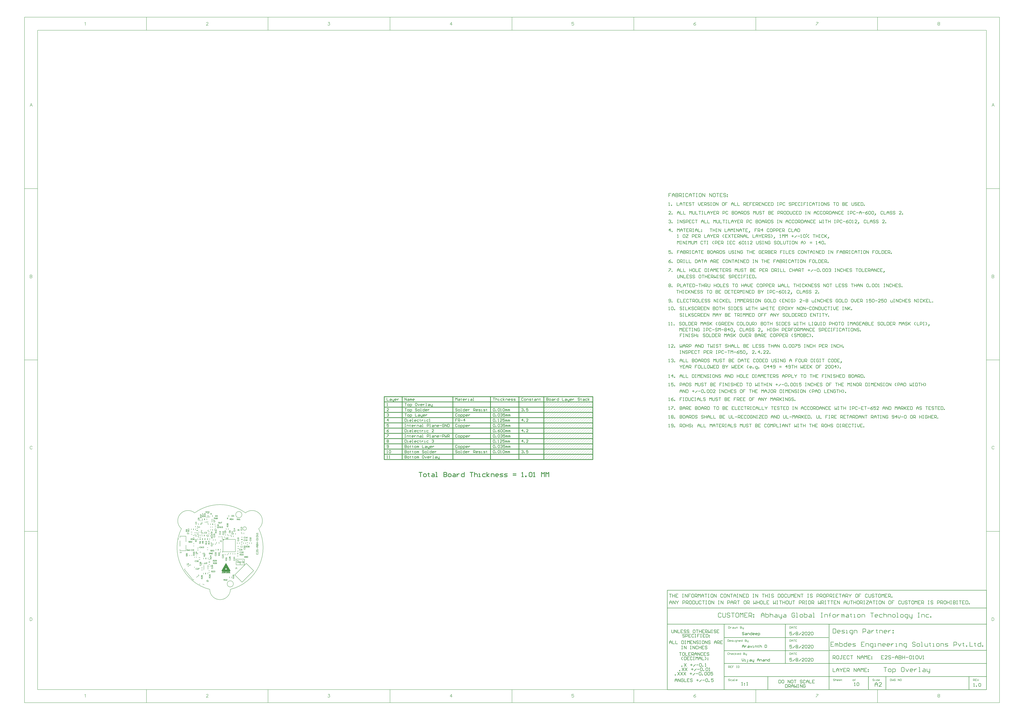
<source format=gto>
G04 Layer_Color=65535*
%FSLAX44Y44*%
%MOMM*%
G71*
G01*
G75*
%ADD39C,0.2540*%
%ADD40C,0.1524*%
%ADD42C,0.2032*%
%ADD45C,0.1016*%
%ADD50C,0.1270*%
%ADD53C,0.3810*%
%ADD54C,0.0254*%
%ADD55C,0.1778*%
%ADD83C,0.2500*%
%ADD84C,0.1000*%
%ADD85C,0.2030*%
G36*
X-103902Y76962D02*
X-104879D01*
X-105640Y78936D01*
X-108365D01*
X-109070Y76962D01*
X-109982D01*
X-107501Y83465D01*
X-106561D01*
X-103902Y76962D01*
D02*
G37*
G36*
X119873Y-98044D02*
X118895D01*
X118134Y-96070D01*
X115408D01*
X114704Y-98044D01*
X113792D01*
X116273Y-91541D01*
X117213D01*
X119873Y-98044D01*
D02*
G37*
G36*
X16770Y41190D02*
X16770Y48190D01*
X23770Y48190D01*
X16770Y41190D01*
D02*
G37*
%LPC*%
G36*
X-107050Y82789D02*
Y82779D01*
X-107059Y82761D01*
Y82723D01*
X-107078Y82685D01*
X-107087Y82620D01*
X-107106Y82554D01*
X-107144Y82394D01*
X-107191Y82206D01*
X-107257Y81999D01*
X-107322Y81774D01*
X-107407Y81539D01*
X-108112Y79640D01*
X-105913D01*
X-106589Y81426D01*
Y81435D01*
X-106599Y81464D01*
X-106617Y81511D01*
X-106636Y81567D01*
X-106664Y81633D01*
X-106693Y81717D01*
X-106721Y81811D01*
X-106758Y81905D01*
X-106834Y82121D01*
X-106909Y82347D01*
X-106984Y82573D01*
X-107050Y82789D01*
D02*
G37*
G36*
X116724Y-92217D02*
Y-92227D01*
X116715Y-92245D01*
Y-92283D01*
X116696Y-92321D01*
X116687Y-92386D01*
X116668Y-92452D01*
X116630Y-92612D01*
X116583Y-92800D01*
X116517Y-93007D01*
X116452Y-93232D01*
X116367Y-93467D01*
X115662Y-95366D01*
X117861D01*
X117185Y-93580D01*
Y-93571D01*
X117175Y-93542D01*
X117156Y-93495D01*
X117138Y-93439D01*
X117109Y-93373D01*
X117081Y-93289D01*
X117053Y-93195D01*
X117015Y-93101D01*
X116940Y-92885D01*
X116865Y-92659D01*
X116790Y-92433D01*
X116724Y-92217D01*
D02*
G37*
%LPD*%
D39*
X3855629Y-696442D02*
X3872557D01*
X3864093D01*
Y-721834D01*
X3885253D02*
X3893717D01*
X3897949Y-717602D01*
Y-709138D01*
X3893717Y-704906D01*
X3885253D01*
X3881021Y-709138D01*
Y-717602D01*
X3885253Y-721834D01*
X3906413Y-730298D02*
Y-704906D01*
X3919109D01*
X3923340Y-709138D01*
Y-717602D01*
X3919109Y-721834D01*
X3906413D01*
X3969892Y-696442D02*
X3961428D01*
X3957196Y-700674D01*
Y-717602D01*
X3961428Y-721834D01*
X3969892D01*
X3974124Y-717602D01*
Y-700674D01*
X3969892Y-696442D01*
X3982588Y-704906D02*
X3991052Y-721834D01*
X3999516Y-704906D01*
X4020676Y-721834D02*
X4012212D01*
X4007980Y-717602D01*
Y-709138D01*
X4012212Y-704906D01*
X4020676D01*
X4024908Y-709138D01*
Y-713370D01*
X4007980D01*
X4033372Y-704906D02*
Y-721834D01*
Y-713370D01*
X4037603Y-709138D01*
X4041836Y-704906D01*
X4046068D01*
X4058763Y-721834D02*
X4067227D01*
X4062995D01*
Y-696442D01*
X4058763D01*
X4084155Y-704906D02*
X4092619D01*
X4096851Y-709138D01*
Y-721834D01*
X4084155D01*
X4079923Y-717602D01*
X4084155Y-713370D01*
X4096851D01*
X4105315Y-704906D02*
Y-717602D01*
X4109547Y-721834D01*
X4122243D01*
Y-726066D01*
X4118011Y-730298D01*
X4113779D01*
X4122243Y-721834D02*
Y-704906D01*
X2605840Y802894D02*
X2611765D01*
X2608802D01*
Y820668D01*
X2605840Y817706D01*
X2620652Y820668D02*
X2632502D01*
Y817706D01*
X2620652Y805856D01*
Y802894D01*
X2638426D02*
Y805856D01*
X2641389D01*
Y802894D01*
X2638426D01*
X2671012Y820668D02*
Y802894D01*
X2679899D01*
X2682862Y805856D01*
Y808819D01*
X2679899Y811781D01*
X2671012D01*
X2679899D01*
X2682862Y814743D01*
Y817706D01*
X2679899Y820668D01*
X2671012D01*
X2688787Y802894D02*
Y814743D01*
X2694711Y820668D01*
X2700636Y814743D01*
Y802894D01*
Y811781D01*
X2688787D01*
X2706561Y802894D02*
Y820668D01*
X2715448D01*
X2718410Y817706D01*
Y811781D01*
X2715448Y808819D01*
X2706561D01*
X2712485D02*
X2718410Y802894D01*
X2736184Y820668D02*
X2724335D01*
Y802894D01*
X2736184D01*
X2724335Y811781D02*
X2730260D01*
X2759884Y820668D02*
Y802894D01*
X2768771D01*
X2771733Y805856D01*
Y808819D01*
X2768771Y811781D01*
X2759884D01*
X2768771D01*
X2771733Y814743D01*
Y817706D01*
X2768771Y820668D01*
X2759884D01*
X2786545D02*
X2780620D01*
X2777658Y817706D01*
Y805856D01*
X2780620Y802894D01*
X2786545D01*
X2789507Y805856D01*
Y817706D01*
X2786545Y820668D01*
X2795432Y802894D02*
Y814743D01*
X2801357Y820668D01*
X2807281Y814743D01*
Y802894D01*
Y811781D01*
X2795432D01*
X2813206Y802894D02*
Y820668D01*
X2822094D01*
X2825056Y817706D01*
Y811781D01*
X2822094Y808819D01*
X2813206D01*
X2819131D02*
X2825056Y802894D01*
X2830981Y820668D02*
Y802894D01*
X2839868D01*
X2842830Y805856D01*
Y817706D01*
X2839868Y820668D01*
X2830981D01*
X2866529D02*
X2878379D01*
X2872454D01*
Y802894D01*
X2893191Y820668D02*
X2887266D01*
X2884303Y817706D01*
Y805856D01*
X2887266Y802894D01*
X2893191D01*
X2896153Y805856D01*
Y817706D01*
X2893191Y820668D01*
X2919852D02*
Y802894D01*
X2928739D01*
X2931701Y805856D01*
Y808819D01*
X2928739Y811781D01*
X2919852D01*
X2928739D01*
X2931701Y814743D01*
Y817706D01*
X2928739Y820668D01*
X2919852D01*
X2949476D02*
X2937626D01*
Y802894D01*
X2949476D01*
X2937626Y811781D02*
X2943551D01*
X2985024Y820668D02*
X2973175D01*
Y802894D01*
X2985024D01*
X2973175Y811781D02*
X2979099D01*
X2990949Y820668D02*
Y802894D01*
X3002798D01*
X3020573Y820668D02*
X3008723D01*
Y802894D01*
X3020573D01*
X3008723Y811781D02*
X3014648D01*
X3038347Y817706D02*
X3035385Y820668D01*
X3029460D01*
X3026497Y817706D01*
Y805856D01*
X3029460Y802894D01*
X3035385D01*
X3038347Y805856D01*
X3044272Y820668D02*
X3056121D01*
X3050197D01*
Y802894D01*
X3062046D02*
Y820668D01*
X3070933D01*
X3073896Y817706D01*
Y811781D01*
X3070933Y808819D01*
X3062046D01*
X3067971D02*
X3073896Y802894D01*
X3079820Y820668D02*
X3085745D01*
X3082783D01*
Y802894D01*
X3079820D01*
X3085745D01*
X3106482Y817706D02*
X3103519Y820668D01*
X3097595D01*
X3094632Y817706D01*
Y805856D01*
X3097595Y802894D01*
X3103519D01*
X3106482Y805856D01*
X3112406Y802894D02*
Y814743D01*
X3118331Y820668D01*
X3124256Y814743D01*
Y802894D01*
Y811781D01*
X3112406D01*
X3130181Y820668D02*
Y802894D01*
X3142030D01*
X3147955Y820668D02*
Y802894D01*
X3159804D01*
X3165729Y820668D02*
Y817706D01*
X3171654Y811781D01*
X3177579Y817706D01*
Y820668D01*
X3171654Y811781D02*
Y802894D01*
X3201278Y820668D02*
X3213127D01*
X3207202D01*
Y802894D01*
X3230901Y820668D02*
X3219052D01*
Y802894D01*
X3230901D01*
X3219052Y811781D02*
X3224977D01*
X3248676Y817706D02*
X3245713Y820668D01*
X3239789D01*
X3236826Y817706D01*
Y814743D01*
X3239789Y811781D01*
X3245713D01*
X3248676Y808819D01*
Y805856D01*
X3245713Y802894D01*
X3239789D01*
X3236826Y805856D01*
X3254601Y820668D02*
X3266450D01*
X3260525D01*
Y802894D01*
X3284224Y820668D02*
X3272375D01*
Y802894D01*
X3284224D01*
X3272375Y811781D02*
X3278300D01*
X3290149Y820668D02*
Y802894D01*
X3299036D01*
X3301999Y805856D01*
Y817706D01*
X3299036Y820668D01*
X3290149D01*
X3325698D02*
X3331622D01*
X3328660D01*
Y802894D01*
X3325698D01*
X3331622D01*
X3340509D02*
Y820668D01*
X3352359Y802894D01*
Y820668D01*
X3376058Y802894D02*
Y814743D01*
X3381983Y820668D01*
X3387907Y814743D01*
Y802894D01*
Y811781D01*
X3376058D01*
X3405682Y817706D02*
X3402719Y820668D01*
X3396794D01*
X3393832Y817706D01*
Y805856D01*
X3396794Y802894D01*
X3402719D01*
X3405682Y805856D01*
X3423456Y817706D02*
X3420493Y820668D01*
X3414569D01*
X3411606Y817706D01*
Y805856D01*
X3414569Y802894D01*
X3420493D01*
X3423456Y805856D01*
X3438268Y820668D02*
X3432343D01*
X3429381Y817706D01*
Y805856D01*
X3432343Y802894D01*
X3438268D01*
X3441230Y805856D01*
Y817706D01*
X3438268Y820668D01*
X3447155Y802894D02*
Y820668D01*
X3456042D01*
X3459005Y817706D01*
Y811781D01*
X3456042Y808819D01*
X3447155D01*
X3453080D02*
X3459005Y802894D01*
X3464929Y820668D02*
Y802894D01*
X3473816D01*
X3476779Y805856D01*
Y817706D01*
X3473816Y820668D01*
X3464929D01*
X3482704Y802894D02*
Y814743D01*
X3488628Y820668D01*
X3494553Y814743D01*
Y802894D01*
Y811781D01*
X3482704D01*
X3500478Y802894D02*
Y820668D01*
X3512327Y802894D01*
Y820668D01*
X3530102Y817706D02*
X3527139Y820668D01*
X3521214D01*
X3518252Y817706D01*
Y805856D01*
X3521214Y802894D01*
X3527139D01*
X3530102Y805856D01*
X3547876Y820668D02*
X3536026D01*
Y802894D01*
X3547876D01*
X3536026Y811781D02*
X3541951D01*
X3571575Y820668D02*
Y802894D01*
X3577499Y808819D01*
X3583424Y802894D01*
Y820668D01*
X3589349D02*
X3595274D01*
X3592311D01*
Y802894D01*
X3589349D01*
X3595274D01*
X3604161Y820668D02*
X3616010D01*
X3610085D01*
Y802894D01*
X3621935Y820668D02*
Y802894D01*
Y811781D01*
X3633785D01*
Y820668D01*
Y802894D01*
X3657484Y820668D02*
X3663409D01*
X3660446D01*
Y802894D01*
X3657484D01*
X3663409D01*
X3672296D02*
Y820668D01*
X3681183D01*
X3684145Y817706D01*
Y811781D01*
X3681183Y808819D01*
X3672296D01*
X3701919Y817706D02*
X3698957Y820668D01*
X3693032D01*
X3690070Y817706D01*
Y805856D01*
X3693032Y802894D01*
X3698957D01*
X3701919Y805856D01*
X3707844Y811781D02*
X3719694D01*
X3737468Y820668D02*
X3725618D01*
Y802894D01*
X3737468D01*
X3725618Y811781D02*
X3731543D01*
X3743393Y820668D02*
X3755242D01*
X3749317D01*
Y802894D01*
X3761167Y811781D02*
X3773016D01*
X3790791Y820668D02*
X3784866Y817706D01*
X3778941Y811781D01*
Y805856D01*
X3781903Y802894D01*
X3787828D01*
X3790791Y805856D01*
Y808819D01*
X3787828Y811781D01*
X3778941D01*
X3808565Y820668D02*
X3796715D01*
Y811781D01*
X3802640Y814743D01*
X3805602D01*
X3808565Y811781D01*
Y805856D01*
X3805602Y802894D01*
X3799678D01*
X3796715Y805856D01*
X3826339Y802894D02*
X3814490D01*
X3826339Y814743D01*
Y817706D01*
X3823377Y820668D01*
X3817452D01*
X3814490Y817706D01*
X3850038Y802894D02*
Y814743D01*
X3855963Y820668D01*
X3861888Y814743D01*
Y802894D01*
Y811781D01*
X3850038D01*
X3867812Y802894D02*
Y820668D01*
X3879662Y802894D01*
Y820668D01*
X3885587D02*
Y802894D01*
X3894474D01*
X3897436Y805856D01*
Y817706D01*
X3894474Y820668D01*
X3885587D01*
X3921135Y802894D02*
Y820668D01*
X3927060Y814743D01*
X3932985Y820668D01*
Y802894D01*
X3938909D02*
Y814743D01*
X3944834Y820668D01*
X3950759Y814743D01*
Y802894D01*
Y811781D01*
X3938909D01*
X3956684Y802894D02*
Y820668D01*
X3965571D01*
X3968533Y817706D01*
Y811781D01*
X3965571Y808819D01*
X3956684D01*
X3962609D02*
X3968533Y802894D01*
X3974458Y820668D02*
Y802894D01*
Y808819D01*
X3986307Y820668D01*
X3977420Y811781D01*
X3986307Y802894D01*
X4004082Y820668D02*
X3992232D01*
Y802894D01*
X4004082D01*
X3992232Y811781D02*
X3998157D01*
X4010006Y820668D02*
Y802894D01*
X4018894D01*
X4021856Y805856D01*
Y817706D01*
X4018894Y820668D01*
X4010006D01*
X4045555Y802894D02*
Y814743D01*
X4051480Y820668D01*
X4057404Y814743D01*
Y802894D01*
Y811781D01*
X4045555D01*
X4075179Y817706D02*
X4072216Y820668D01*
X4066292D01*
X4063329Y817706D01*
Y814743D01*
X4066292Y811781D01*
X4072216D01*
X4075179Y808819D01*
Y805856D01*
X4072216Y802894D01*
X4066292D01*
X4063329Y805856D01*
X4098878Y820668D02*
X4110727D01*
X4104803D01*
Y802894D01*
X4128502Y820668D02*
X4116652D01*
Y802894D01*
X4128502D01*
X4116652Y811781D02*
X4122577D01*
X4146276Y817706D02*
X4143313Y820668D01*
X4137389D01*
X4134426Y817706D01*
Y814743D01*
X4137389Y811781D01*
X4143313D01*
X4146276Y808819D01*
Y805856D01*
X4143313Y802894D01*
X4137389D01*
X4134426Y805856D01*
X4152201Y820668D02*
X4164050D01*
X4158125D01*
Y802894D01*
X4181824Y820668D02*
X4169975D01*
Y802894D01*
X4181824D01*
X4169975Y811781D02*
X4175900D01*
X4187749Y820668D02*
Y802894D01*
X4196636D01*
X4199599Y805856D01*
Y817706D01*
X4196636Y820668D01*
X4187749D01*
X4205523Y802894D02*
Y805856D01*
X4208486D01*
Y802894D01*
X4205523D01*
X2605840Y854964D02*
X2611765D01*
X2608802D01*
Y872738D01*
X2605840Y869776D01*
X2632502Y872738D02*
X2626577Y869776D01*
X2620652Y863851D01*
Y857926D01*
X2623614Y854964D01*
X2629539D01*
X2632502Y857926D01*
Y860889D01*
X2629539Y863851D01*
X2620652D01*
X2638426Y854964D02*
Y857926D01*
X2641389D01*
Y854964D01*
X2638426D01*
X2682862Y872738D02*
X2671012D01*
Y863851D01*
X2676937D01*
X2671012D01*
Y854964D01*
X2688787Y872738D02*
X2694711D01*
X2691749D01*
Y854964D01*
X2688787D01*
X2694711D01*
X2703598Y872738D02*
Y854964D01*
X2712485D01*
X2715448Y857926D01*
Y869776D01*
X2712485Y872738D01*
X2703598D01*
X2721373D02*
Y857926D01*
X2724335Y854964D01*
X2730260D01*
X2733222Y857926D01*
Y872738D01*
X2750996Y869776D02*
X2748034Y872738D01*
X2742109D01*
X2739147Y869776D01*
Y857926D01*
X2742109Y854964D01*
X2748034D01*
X2750996Y857926D01*
X2756921Y872738D02*
X2762846D01*
X2759884D01*
Y854964D01*
X2756921D01*
X2762846D01*
X2771733D02*
Y866814D01*
X2777658Y872738D01*
X2783582Y866814D01*
Y854964D01*
Y863851D01*
X2771733D01*
X2789507Y872738D02*
Y854964D01*
X2801357D01*
X2819131Y869776D02*
X2816169Y872738D01*
X2810244D01*
X2807281Y869776D01*
Y866814D01*
X2810244Y863851D01*
X2816169D01*
X2819131Y860889D01*
Y857926D01*
X2816169Y854964D01*
X2810244D01*
X2807281Y857926D01*
X2842830Y854964D02*
Y872738D01*
X2848755Y866814D01*
X2854680Y872738D01*
Y854964D01*
X2860604Y872738D02*
Y857926D01*
X2863567Y854964D01*
X2869492D01*
X2872454Y857926D01*
Y872738D01*
X2890228Y869776D02*
X2887266Y872738D01*
X2881341D01*
X2878379Y869776D01*
Y866814D01*
X2881341Y863851D01*
X2887266D01*
X2890228Y860889D01*
Y857926D01*
X2887266Y854964D01*
X2881341D01*
X2878379Y857926D01*
X2896153Y872738D02*
X2908002D01*
X2902078D01*
Y854964D01*
X2931701Y872738D02*
Y854964D01*
X2940588D01*
X2943551Y857926D01*
Y860889D01*
X2940588Y863851D01*
X2931701D01*
X2940588D01*
X2943551Y866814D01*
Y869776D01*
X2940588Y872738D01*
X2931701D01*
X2961325D02*
X2949476D01*
Y854964D01*
X2961325D01*
X2949476Y863851D02*
X2955400D01*
X2996874Y872738D02*
X2985024D01*
Y863851D01*
X2990949D01*
X2985024D01*
Y854964D01*
X3002798D02*
Y872738D01*
X3011685D01*
X3014648Y869776D01*
Y863851D01*
X3011685Y860889D01*
X3002798D01*
X3008723D02*
X3014648Y854964D01*
X3032422Y872738D02*
X3020573D01*
Y854964D01*
X3032422D01*
X3020573Y863851D02*
X3026497D01*
X3050197Y872738D02*
X3038347D01*
Y854964D01*
X3050197D01*
X3038347Y863851D02*
X3044272D01*
X3082783Y872738D02*
X3076858D01*
X3073896Y869776D01*
Y857926D01*
X3076858Y854964D01*
X3082783D01*
X3085745Y857926D01*
Y869776D01*
X3082783Y872738D01*
X3103519D02*
X3091670D01*
Y863851D01*
X3097595D01*
X3091670D01*
Y854964D01*
X3127218D02*
Y866814D01*
X3133143Y872738D01*
X3139068Y866814D01*
Y854964D01*
Y863851D01*
X3127218D01*
X3144992Y854964D02*
Y872738D01*
X3156842Y854964D01*
Y872738D01*
X3162767D02*
Y869776D01*
X3168691Y863851D01*
X3174616Y869776D01*
Y872738D01*
X3168691Y863851D02*
Y854964D01*
X3198315D02*
Y872738D01*
X3204240Y866814D01*
X3210165Y872738D01*
Y854964D01*
X3216089D02*
Y866814D01*
X3222014Y872738D01*
X3227939Y866814D01*
Y854964D01*
Y863851D01*
X3216089D01*
X3233864Y854964D02*
Y872738D01*
X3242751D01*
X3245713Y869776D01*
Y863851D01*
X3242751Y860889D01*
X3233864D01*
X3239789D02*
X3245713Y854964D01*
X3251638Y872738D02*
Y854964D01*
Y860889D01*
X3263488Y872738D01*
X3254601Y863851D01*
X3263488Y854964D01*
X3269412Y872738D02*
X3275337D01*
X3272375D01*
Y854964D01*
X3269412D01*
X3275337D01*
X3284224D02*
Y872738D01*
X3296074Y854964D01*
Y872738D01*
X3313848Y869776D02*
X3310886Y872738D01*
X3304961D01*
X3301999Y869776D01*
Y857926D01*
X3304961Y854964D01*
X3310886D01*
X3313848Y857926D01*
Y863851D01*
X3307923D01*
X3331622Y869776D02*
X3328660Y872738D01*
X3322735D01*
X3319773Y869776D01*
Y866814D01*
X3322735Y863851D01*
X3328660D01*
X3331622Y860889D01*
Y857926D01*
X3328660Y854964D01*
X3322735D01*
X3319773Y857926D01*
X3337547Y854964D02*
Y857926D01*
X3340509D01*
Y854964D01*
X3337547D01*
X2671626Y901446D02*
Y913296D01*
X2677551Y919220D01*
X2683476Y913296D01*
Y901446D01*
Y910333D01*
X2671626D01*
X2689400Y901446D02*
Y919220D01*
X2701250Y901446D01*
Y919220D01*
X2707174D02*
Y901446D01*
X2716062D01*
X2719024Y904408D01*
Y916258D01*
X2716062Y919220D01*
X2707174D01*
X2742723Y910333D02*
X2754572D01*
X2748648Y916258D02*
Y904408D01*
X2760497Y901446D02*
X2772347Y913296D01*
X2778271Y910333D02*
X2790121D01*
X2796046Y916258D02*
X2799008Y919220D01*
X2804933D01*
X2807895Y916258D01*
Y904408D01*
X2804933Y901446D01*
X2799008D01*
X2796046Y904408D01*
Y916258D01*
X2813820Y901446D02*
Y904408D01*
X2816783D01*
Y901446D01*
X2813820D01*
X2828632Y916258D02*
X2831594Y919220D01*
X2837519D01*
X2840481Y916258D01*
Y904408D01*
X2837519Y901446D01*
X2831594D01*
X2828632Y904408D01*
Y916258D01*
X2846406D02*
X2849369Y919220D01*
X2855293D01*
X2858256Y916258D01*
Y904408D01*
X2855293Y901446D01*
X2849369D01*
X2846406Y904408D01*
Y916258D01*
X2876030Y901446D02*
X2864181D01*
X2876030Y913296D01*
Y916258D01*
X2873068Y919220D01*
X2867143D01*
X2864181Y916258D01*
X2899729Y919220D02*
X2905654D01*
X2902691D01*
Y901446D01*
X2899729D01*
X2905654D01*
X2914541D02*
Y919220D01*
X2926390Y901446D01*
Y919220D01*
X2944165Y916258D02*
X2941202Y919220D01*
X2935277D01*
X2932315Y916258D01*
Y904408D01*
X2935277Y901446D01*
X2941202D01*
X2944165Y904408D01*
X2950089Y919220D02*
Y901446D01*
Y910333D01*
X2961939D01*
Y919220D01*
Y901446D01*
X2979713Y919220D02*
X2967863D01*
Y901446D01*
X2979713D01*
X2967863Y910333D02*
X2973788D01*
X2997487Y916258D02*
X2994525Y919220D01*
X2988600D01*
X2985638Y916258D01*
Y913296D01*
X2988600Y910333D01*
X2994525D01*
X2997487Y907371D01*
Y904408D01*
X2994525Y901446D01*
X2988600D01*
X2985638Y904408D01*
X3030074Y919220D02*
X3024149D01*
X3021187Y916258D01*
Y904408D01*
X3024149Y901446D01*
X3030074D01*
X3033036Y904408D01*
Y916258D01*
X3030074Y919220D01*
X3050810D02*
X3038961D01*
Y910333D01*
X3044885D01*
X3038961D01*
Y901446D01*
X3074509Y919220D02*
X3086359D01*
X3080434D01*
Y901446D01*
X3092284Y919220D02*
Y901446D01*
Y910333D01*
X3104133D01*
Y919220D01*
Y901446D01*
X3121907Y919220D02*
X3110058D01*
Y901446D01*
X3121907D01*
X3110058Y910333D02*
X3115982D01*
X3145606Y901446D02*
Y919220D01*
X3151531Y913296D01*
X3157456Y919220D01*
Y901446D01*
X3163380D02*
Y913296D01*
X3169305Y919220D01*
X3175230Y913296D01*
Y901446D01*
Y910333D01*
X3163380D01*
X3193004Y919220D02*
X3187079D01*
X3190042D01*
Y904408D01*
X3187079Y901446D01*
X3184117D01*
X3181155Y904408D01*
X3207816Y919220D02*
X3201891D01*
X3198929Y916258D01*
Y904408D01*
X3201891Y901446D01*
X3207816D01*
X3210779Y904408D01*
Y916258D01*
X3207816Y919220D01*
X3216703Y901446D02*
Y919220D01*
X3225591D01*
X3228553Y916258D01*
Y910333D01*
X3225591Y907371D01*
X3216703D01*
X3222628D02*
X3228553Y901446D01*
X3252252Y919220D02*
Y901446D01*
X3261139D01*
X3264101Y904408D01*
Y916258D01*
X3261139Y919220D01*
X3252252D01*
X3270026D02*
X3275951D01*
X3272988D01*
Y901446D01*
X3270026D01*
X3275951D01*
X3284838D02*
Y919220D01*
X3290763Y913296D01*
X3296687Y919220D01*
Y901446D01*
X3314462Y919220D02*
X3302612D01*
Y901446D01*
X3314462D01*
X3302612Y910333D02*
X3308537D01*
X3320386Y901446D02*
Y919220D01*
X3332236Y901446D01*
Y919220D01*
X3350010Y916258D02*
X3347048Y919220D01*
X3341123D01*
X3338161Y916258D01*
Y913296D01*
X3341123Y910333D01*
X3347048D01*
X3350010Y907371D01*
Y904408D01*
X3347048Y901446D01*
X3341123D01*
X3338161Y904408D01*
X3355935Y919220D02*
X3361860D01*
X3358897D01*
Y901446D01*
X3355935D01*
X3361860D01*
X3379634Y919220D02*
X3373709D01*
X3370747Y916258D01*
Y904408D01*
X3373709Y901446D01*
X3379634D01*
X3382596Y904408D01*
Y916258D01*
X3379634Y919220D01*
X3388521Y901446D02*
Y919220D01*
X3400370Y901446D01*
Y919220D01*
X3429995Y901446D02*
X3424070Y907371D01*
Y913296D01*
X3429995Y919220D01*
X3438882Y901446D02*
Y919220D01*
X3447769D01*
X3450731Y916258D01*
Y910333D01*
X3447769Y907371D01*
X3438882D01*
X3456656Y901446D02*
Y913296D01*
X3462581Y919220D01*
X3468505Y913296D01*
Y901446D01*
Y910333D01*
X3456656D01*
X3474430Y919220D02*
Y901446D01*
X3483317D01*
X3486280Y904408D01*
Y916258D01*
X3483317Y919220D01*
X3474430D01*
X3509979D02*
Y901446D01*
X3521828D01*
X3539602Y919220D02*
X3527753D01*
Y901446D01*
X3539602D01*
X3527753Y910333D02*
X3533678D01*
X3545527Y901446D02*
Y919220D01*
X3557377Y901446D01*
Y919220D01*
X3575151Y916258D02*
X3572188Y919220D01*
X3566264D01*
X3563301Y916258D01*
Y904408D01*
X3566264Y901446D01*
X3572188D01*
X3575151Y904408D01*
Y910333D01*
X3569226D01*
X3581076Y919220D02*
X3592925D01*
X3587000D01*
Y901446D01*
X3598850Y919220D02*
Y901446D01*
Y910333D01*
X3610699D01*
Y919220D01*
Y901446D01*
X3616624D02*
X3622549Y907371D01*
Y913296D01*
X3616624Y919220D01*
X3631436Y901446D02*
Y904408D01*
X3634398D01*
Y901446D01*
X3631436D01*
X2605840Y940054D02*
X2611765D01*
X2608802D01*
Y957828D01*
X2605840Y954866D01*
X2632502Y957828D02*
X2620652D01*
Y948941D01*
X2626577Y951904D01*
X2629539D01*
X2632502Y948941D01*
Y943016D01*
X2629539Y940054D01*
X2623614D01*
X2620652Y943016D01*
X2638426Y940054D02*
Y943016D01*
X2641389D01*
Y940054D01*
X2638426D01*
X2671012D02*
Y957828D01*
X2679899D01*
X2682862Y954866D01*
Y948941D01*
X2679899Y945979D01*
X2671012D01*
X2688787Y940054D02*
Y951904D01*
X2694711Y957828D01*
X2700636Y951904D01*
Y940054D01*
Y948941D01*
X2688787D01*
X2706561Y957828D02*
Y940054D01*
X2715448D01*
X2718410Y943016D01*
Y954866D01*
X2715448Y957828D01*
X2706561D01*
X2736184Y954866D02*
X2733222Y957828D01*
X2727297D01*
X2724335Y954866D01*
Y951904D01*
X2727297Y948941D01*
X2733222D01*
X2736184Y945979D01*
Y943016D01*
X2733222Y940054D01*
X2727297D01*
X2724335Y943016D01*
X2759884Y940054D02*
Y957828D01*
X2765808Y951904D01*
X2771733Y957828D01*
Y940054D01*
X2777658Y957828D02*
Y943016D01*
X2780620Y940054D01*
X2786545D01*
X2789507Y943016D01*
Y957828D01*
X2807281Y954866D02*
X2804319Y957828D01*
X2798394D01*
X2795432Y954866D01*
Y951904D01*
X2798394Y948941D01*
X2804319D01*
X2807281Y945979D01*
Y943016D01*
X2804319Y940054D01*
X2798394D01*
X2795432Y943016D01*
X2813206Y957828D02*
X2825056D01*
X2819131D01*
Y940054D01*
X2848755Y957828D02*
Y940054D01*
X2857642D01*
X2860604Y943016D01*
Y945979D01*
X2857642Y948941D01*
X2848755D01*
X2857642D01*
X2860604Y951904D01*
Y954866D01*
X2857642Y957828D01*
X2848755D01*
X2878379D02*
X2866529D01*
Y940054D01*
X2878379D01*
X2866529Y948941D02*
X2872454D01*
X2913927Y957828D02*
X2902078D01*
Y948941D01*
X2908002D01*
X2902078D01*
Y940054D01*
X2919852Y957828D02*
X2925777D01*
X2922814D01*
Y940054D01*
X2919852D01*
X2925777D01*
X2934664D02*
Y957828D01*
X2946513Y940054D01*
Y957828D01*
X2952438D02*
X2958363D01*
X2955400D01*
Y940054D01*
X2952438D01*
X2958363D01*
X2979099Y954866D02*
X2976137Y957828D01*
X2970212D01*
X2967250Y954866D01*
Y951904D01*
X2970212Y948941D01*
X2976137D01*
X2979099Y945979D01*
Y943016D01*
X2976137Y940054D01*
X2970212D01*
X2967250Y943016D01*
X2985024Y957828D02*
Y940054D01*
Y948941D01*
X2996874D01*
Y957828D01*
Y940054D01*
X3014648Y957828D02*
X3002798D01*
Y940054D01*
X3014648D01*
X3002798Y948941D02*
X3008723D01*
X3020573Y957828D02*
Y940054D01*
X3029460D01*
X3032422Y943016D01*
Y954866D01*
X3029460Y957828D01*
X3020573D01*
X3056121D02*
X3067971D01*
X3062046D01*
Y940054D01*
X3082783Y957828D02*
X3076858D01*
X3073896Y954866D01*
Y943016D01*
X3076858Y940054D01*
X3082783D01*
X3085745Y943016D01*
Y954866D01*
X3082783Y957828D01*
X3109444D02*
Y940054D01*
X3115369Y945979D01*
X3121294Y940054D01*
Y957828D01*
X3127218D02*
X3133143D01*
X3130181D01*
Y940054D01*
X3127218D01*
X3133143D01*
X3142030Y957828D02*
X3153880D01*
X3147955D01*
Y940054D01*
X3159804Y957828D02*
Y940054D01*
Y948941D01*
X3171654D01*
Y957828D01*
Y940054D01*
X3177579Y957828D02*
X3183503D01*
X3180541D01*
Y940054D01*
X3177579D01*
X3183503D01*
X3192390D02*
Y957828D01*
X3204240Y940054D01*
Y957828D01*
X3227939Y948941D02*
X3239789D01*
X3233864Y954866D02*
Y943016D01*
X3245713Y940054D02*
X3257563Y951904D01*
X3263488Y948941D02*
X3275337D01*
X3281262Y954866D02*
X3284224Y957828D01*
X3290149D01*
X3293111Y954866D01*
Y943016D01*
X3290149Y940054D01*
X3284224D01*
X3281262Y943016D01*
Y954866D01*
X3299036Y940054D02*
Y943016D01*
X3301999D01*
Y940054D01*
X3299036D01*
X3313848Y954866D02*
X3316810Y957828D01*
X3322735D01*
X3325698Y954866D01*
Y943016D01*
X3322735Y940054D01*
X3316810D01*
X3313848Y943016D01*
Y954866D01*
X3331622D02*
X3334585Y957828D01*
X3340509D01*
X3343472Y954866D01*
Y943016D01*
X3340509Y940054D01*
X3334585D01*
X3331622Y943016D01*
Y954866D01*
X3349396Y940054D02*
X3355321D01*
X3352359D01*
Y957828D01*
X3349396Y954866D01*
X3376058Y957828D02*
X3364208D01*
Y948941D01*
X3370133Y951904D01*
X3373095D01*
X3376058Y948941D01*
Y943016D01*
X3373095Y940054D01*
X3367171D01*
X3364208Y943016D01*
X3399757Y957828D02*
X3405682D01*
X3402719D01*
Y940054D01*
X3399757D01*
X3405682D01*
X3414569D02*
Y957828D01*
X3426418Y940054D01*
Y957828D01*
X3444193Y954866D02*
X3441230Y957828D01*
X3435305D01*
X3432343Y954866D01*
Y943016D01*
X3435305Y940054D01*
X3441230D01*
X3444193Y943016D01*
X3450117Y957828D02*
Y940054D01*
Y948941D01*
X3461967D01*
Y957828D01*
Y940054D01*
X3479741Y957828D02*
X3467892D01*
Y940054D01*
X3479741D01*
X3467892Y948941D02*
X3473816D01*
X3497515Y954866D02*
X3494553Y957828D01*
X3488628D01*
X3485666Y954866D01*
Y951904D01*
X3488628Y948941D01*
X3494553D01*
X3497515Y945979D01*
Y943016D01*
X3494553Y940054D01*
X3488628D01*
X3485666Y943016D01*
X3530102Y957828D02*
X3524177D01*
X3521214Y954866D01*
Y943016D01*
X3524177Y940054D01*
X3530102D01*
X3533064Y943016D01*
Y954866D01*
X3530102Y957828D01*
X3550838D02*
X3538989D01*
Y948941D01*
X3544913D01*
X3538989D01*
Y940054D01*
X3574537Y957828D02*
X3586387D01*
X3580462D01*
Y940054D01*
X3592311Y957828D02*
Y940054D01*
Y948941D01*
X3604161D01*
Y957828D01*
Y940054D01*
X3621935Y957828D02*
X3610085D01*
Y940054D01*
X3621935D01*
X3610085Y948941D02*
X3616010D01*
X3645634Y940054D02*
Y957828D01*
X3651559Y951904D01*
X3657484Y957828D01*
Y940054D01*
X3663409Y957828D02*
X3669333D01*
X3666371D01*
Y940054D01*
X3663409D01*
X3669333D01*
X3678220D02*
Y957828D01*
X3690070Y940054D01*
Y957828D01*
X3704882D02*
X3698957D01*
X3695995Y954866D01*
Y943016D01*
X3698957Y940054D01*
X3704882D01*
X3707844Y943016D01*
Y954866D01*
X3704882Y957828D01*
X3713769Y940054D02*
Y957828D01*
X3722656D01*
X3725618Y954866D01*
Y948941D01*
X3722656Y945979D01*
X3713769D01*
X3719694D02*
X3725618Y940054D01*
X3749317Y957828D02*
Y940054D01*
X3758205D01*
X3761167Y943016D01*
Y954866D01*
X3758205Y957828D01*
X3749317D01*
X3767092D02*
X3773016D01*
X3770054D01*
Y940054D01*
X3767092D01*
X3773016D01*
X3781903D02*
Y957828D01*
X3787828Y951904D01*
X3793753Y957828D01*
Y940054D01*
X3811527Y957828D02*
X3799678D01*
Y940054D01*
X3811527D01*
X3799678Y948941D02*
X3805602D01*
X3817452Y940054D02*
Y957828D01*
X3829301Y940054D01*
Y957828D01*
X3847076Y954866D02*
X3844113Y957828D01*
X3838188D01*
X3835226Y954866D01*
Y951904D01*
X3838188Y948941D01*
X3844113D01*
X3847076Y945979D01*
Y943016D01*
X3844113Y940054D01*
X3838188D01*
X3835226Y943016D01*
X3853000Y957828D02*
X3858925D01*
X3855963D01*
Y940054D01*
X3853000D01*
X3858925D01*
X3876700Y957828D02*
X3870775D01*
X3867812Y954866D01*
Y943016D01*
X3870775Y940054D01*
X3876700D01*
X3879662Y943016D01*
Y954866D01*
X3876700Y957828D01*
X3885587Y940054D02*
Y957828D01*
X3897436Y940054D01*
Y957828D01*
X3927060Y940054D02*
X3921135Y945979D01*
Y951904D01*
X3927060Y957828D01*
X3935947Y940054D02*
Y957828D01*
X3944834D01*
X3947797Y954866D01*
Y948941D01*
X3944834Y945979D01*
X3935947D01*
X3953721Y940054D02*
Y951904D01*
X3959646Y957828D01*
X3965571Y951904D01*
Y940054D01*
Y948941D01*
X3953721D01*
X3971496Y957828D02*
Y940054D01*
X3980383D01*
X3983345Y943016D01*
Y954866D01*
X3980383Y957828D01*
X3971496D01*
X4007044D02*
Y940054D01*
X4012969Y945979D01*
X4018894Y940054D01*
Y957828D01*
X4024818D02*
X4030743D01*
X4027781D01*
Y940054D01*
X4024818D01*
X4030743D01*
X4039630Y957828D02*
Y940054D01*
X4048517D01*
X4051480Y943016D01*
Y954866D01*
X4048517Y957828D01*
X4039630D01*
X4057404D02*
X4069254D01*
X4063329D01*
Y940054D01*
X4075179Y957828D02*
Y940054D01*
Y948941D01*
X4087028D01*
Y957828D01*
Y940054D01*
X4092953D02*
X4098878Y945979D01*
Y951904D01*
X4092953Y957828D01*
X2605840Y989584D02*
X2611765D01*
X2608802D01*
Y1007358D01*
X2605840Y1004396D01*
X2629539Y989584D02*
Y1007358D01*
X2620652Y998471D01*
X2632502D01*
X2638426Y989584D02*
Y992546D01*
X2641389D01*
Y989584D01*
X2638426D01*
X2671012D02*
Y1001433D01*
X2676937Y1007358D01*
X2682862Y1001433D01*
Y989584D01*
Y998471D01*
X2671012D01*
X2688787Y1007358D02*
Y989584D01*
X2700636D01*
X2706561Y1007358D02*
Y989584D01*
X2718410D01*
X2742109Y1007358D02*
Y989584D01*
X2750996D01*
X2753959Y992546D01*
Y1004396D01*
X2750996Y1007358D01*
X2742109D01*
X2759884D02*
X2765808D01*
X2762846D01*
Y989584D01*
X2759884D01*
X2765808D01*
X2774695D02*
Y1007358D01*
X2780620Y1001433D01*
X2786545Y1007358D01*
Y989584D01*
X2804319Y1007358D02*
X2792470D01*
Y989584D01*
X2804319D01*
X2792470Y998471D02*
X2798394D01*
X2810244Y989584D02*
Y1007358D01*
X2822094Y989584D01*
Y1007358D01*
X2839868Y1004396D02*
X2836905Y1007358D01*
X2830981D01*
X2828018Y1004396D01*
Y1001433D01*
X2830981Y998471D01*
X2836905D01*
X2839868Y995509D01*
Y992546D01*
X2836905Y989584D01*
X2830981D01*
X2828018Y992546D01*
X2845793Y1007358D02*
X2851717D01*
X2848755D01*
Y989584D01*
X2845793D01*
X2851717D01*
X2869492Y1007358D02*
X2863567D01*
X2860604Y1004396D01*
Y992546D01*
X2863567Y989584D01*
X2869492D01*
X2872454Y992546D01*
Y1004396D01*
X2869492Y1007358D01*
X2878379Y989584D02*
Y1007358D01*
X2890228Y989584D01*
Y1007358D01*
X2908002Y1004396D02*
X2905040Y1007358D01*
X2899115D01*
X2896153Y1004396D01*
Y1001433D01*
X2899115Y998471D01*
X2905040D01*
X2908002Y995509D01*
Y992546D01*
X2905040Y989584D01*
X2899115D01*
X2896153Y992546D01*
X2931701Y989584D02*
Y1001433D01*
X2937626Y1007358D01*
X2943551Y1001433D01*
Y989584D01*
Y998471D01*
X2931701D01*
X2949476Y989584D02*
Y1007358D01*
X2961325Y989584D01*
Y1007358D01*
X2967250D02*
Y989584D01*
X2976137D01*
X2979099Y992546D01*
Y1004396D01*
X2976137Y1007358D01*
X2967250D01*
X3002798D02*
Y989584D01*
Y998471D01*
X3014648D01*
Y1007358D01*
Y989584D01*
X3029460Y1007358D02*
X3023535D01*
X3020573Y1004396D01*
Y992546D01*
X3023535Y989584D01*
X3029460D01*
X3032422Y992546D01*
Y1004396D01*
X3029460Y1007358D01*
X3038347D02*
Y989584D01*
X3050197D01*
X3067971Y1007358D02*
X3056121D01*
Y989584D01*
X3067971D01*
X3056121Y998471D02*
X3062046D01*
X3091670Y1007358D02*
Y989584D01*
X3100557D01*
X3103519Y992546D01*
Y1004396D01*
X3100557Y1007358D01*
X3091670D01*
X3109444D02*
X3115369D01*
X3112406D01*
Y989584D01*
X3109444D01*
X3115369D01*
X3124256D02*
Y1001433D01*
X3130181Y1007358D01*
X3136105Y1001433D01*
Y989584D01*
Y998471D01*
X3124256D01*
X3142030Y989584D02*
Y1007358D01*
X3147955Y1001433D01*
X3153880Y1007358D01*
Y989584D01*
X3171654Y1007358D02*
X3159804D01*
Y989584D01*
X3171654D01*
X3159804Y998471D02*
X3165729D01*
X3177579Y1007358D02*
X3189428D01*
X3183503D01*
Y989584D01*
X3207202Y1007358D02*
X3195353D01*
Y989584D01*
X3207202D01*
X3195353Y998471D02*
X3201278D01*
X3213127Y989584D02*
Y1007358D01*
X3222014D01*
X3224977Y1004396D01*
Y998471D01*
X3222014Y995509D01*
X3213127D01*
X3219052D02*
X3224977Y989584D01*
X3242751Y1004396D02*
X3239789Y1007358D01*
X3233864D01*
X3230901Y1004396D01*
Y1001433D01*
X3233864Y998471D01*
X3239789D01*
X3242751Y995509D01*
Y992546D01*
X3239789Y989584D01*
X3233864D01*
X3230901Y992546D01*
X3266450Y989584D02*
Y1001433D01*
X3272375Y1007358D01*
X3278300Y1001433D01*
Y989584D01*
Y998471D01*
X3266450D01*
X3284224Y989584D02*
Y1007358D01*
X3293111D01*
X3296074Y1004396D01*
Y998471D01*
X3293111Y995509D01*
X3284224D01*
X3301999Y989584D02*
Y1007358D01*
X3310886D01*
X3313848Y1004396D01*
Y998471D01*
X3310886Y995509D01*
X3301999D01*
X3319773Y1007358D02*
Y989584D01*
X3331622D01*
X3337547Y1007358D02*
Y1004396D01*
X3343472Y998471D01*
X3349396Y1004396D01*
Y1007358D01*
X3343472Y998471D02*
Y989584D01*
X3373095Y1007358D02*
X3384945D01*
X3379020D01*
Y989584D01*
X3399757Y1007358D02*
X3393832D01*
X3390870Y1004396D01*
Y992546D01*
X3393832Y989584D01*
X3399757D01*
X3402719Y992546D01*
Y1004396D01*
X3399757Y1007358D01*
X3426418D02*
X3438268D01*
X3432343D01*
Y989584D01*
X3444193Y1007358D02*
Y989584D01*
Y998471D01*
X3456042D01*
Y1007358D01*
Y989584D01*
X3473816Y1007358D02*
X3461967D01*
Y989584D01*
X3473816D01*
X3461967Y998471D02*
X3467892D01*
X3509365Y1007358D02*
X3497515D01*
Y998471D01*
X3503440D01*
X3497515D01*
Y989584D01*
X3515290Y1007358D02*
X3521214D01*
X3518252D01*
Y989584D01*
X3515290D01*
X3521214D01*
X3530102D02*
Y1007358D01*
X3541951Y989584D01*
Y1007358D01*
X3547876D02*
X3553800D01*
X3550838D01*
Y989584D01*
X3547876D01*
X3553800D01*
X3574537Y1004396D02*
X3571575Y1007358D01*
X3565650D01*
X3562688Y1004396D01*
Y1001433D01*
X3565650Y998471D01*
X3571575D01*
X3574537Y995509D01*
Y992546D01*
X3571575Y989584D01*
X3565650D01*
X3562688Y992546D01*
X3580462Y1007358D02*
Y989584D01*
Y998471D01*
X3592311D01*
Y1007358D01*
Y989584D01*
X3610085Y1007358D02*
X3598236D01*
Y989584D01*
X3610085D01*
X3598236Y998471D02*
X3604161D01*
X3616010Y1007358D02*
Y989584D01*
X3624897D01*
X3627860Y992546D01*
Y1004396D01*
X3624897Y1007358D01*
X3616010D01*
X3651559D02*
Y989584D01*
X3660446D01*
X3663409Y992546D01*
Y995509D01*
X3660446Y998471D01*
X3651559D01*
X3660446D01*
X3663409Y1001433D01*
Y1004396D01*
X3660446Y1007358D01*
X3651559D01*
X3678220D02*
X3672296D01*
X3669333Y1004396D01*
Y992546D01*
X3672296Y989584D01*
X3678220D01*
X3681183Y992546D01*
Y1004396D01*
X3678220Y1007358D01*
X3687108Y989584D02*
Y1001433D01*
X3693032Y1007358D01*
X3698957Y1001433D01*
Y989584D01*
Y998471D01*
X3687108D01*
X3704882Y989584D02*
Y1007358D01*
X3713769D01*
X3716731Y1004396D01*
Y998471D01*
X3713769Y995509D01*
X3704882D01*
X3710806D02*
X3716731Y989584D01*
X3722656Y1007358D02*
Y989584D01*
X3731543D01*
X3734506Y992546D01*
Y1004396D01*
X3731543Y1007358D01*
X3722656D01*
X3740430Y989584D02*
Y992546D01*
X3743393D01*
Y989584D01*
X3740430D01*
X2670864Y1061460D02*
Y1058498D01*
X2676789Y1052573D01*
X2682714Y1058498D01*
Y1061460D01*
X2676789Y1052573D02*
Y1043686D01*
X2700488Y1061460D02*
X2688638D01*
Y1043686D01*
X2700488D01*
X2688638Y1052573D02*
X2694563D01*
X2706412Y1043686D02*
Y1055536D01*
X2712337Y1061460D01*
X2718262Y1055536D01*
Y1043686D01*
Y1052573D01*
X2706412D01*
X2724187Y1043686D02*
Y1061460D01*
X2733074D01*
X2736036Y1058498D01*
Y1052573D01*
X2733074Y1049611D01*
X2724187D01*
X2730111D02*
X2736036Y1043686D01*
X2771585Y1061460D02*
X2759735D01*
Y1052573D01*
X2765660D01*
X2759735D01*
Y1043686D01*
X2786397Y1061460D02*
X2780472D01*
X2777509Y1058498D01*
Y1046648D01*
X2780472Y1043686D01*
X2786397D01*
X2789359Y1046648D01*
Y1058498D01*
X2786397Y1061460D01*
X2795284D02*
Y1043686D01*
X2807133D01*
X2813058Y1061460D02*
Y1043686D01*
X2824908D01*
X2839720Y1061460D02*
X2833795D01*
X2830832Y1058498D01*
Y1046648D01*
X2833795Y1043686D01*
X2839720D01*
X2842682Y1046648D01*
Y1058498D01*
X2839720Y1061460D01*
X2848607D02*
Y1043686D01*
X2854531Y1049611D01*
X2860456Y1043686D01*
Y1061460D01*
X2878230D02*
X2866381D01*
Y1043686D01*
X2878230D01*
X2866381Y1052573D02*
X2872306D01*
X2884155Y1061460D02*
Y1043686D01*
X2893042D01*
X2896005Y1046648D01*
Y1058498D01*
X2893042Y1061460D01*
X2884155D01*
X2919704D02*
Y1043686D01*
X2928591D01*
X2931553Y1046648D01*
Y1049611D01*
X2928591Y1052573D01*
X2919704D01*
X2928591D01*
X2931553Y1055536D01*
Y1058498D01*
X2928591Y1061460D01*
X2919704D01*
X2937478D02*
Y1058498D01*
X2943403Y1052573D01*
X2949327Y1058498D01*
Y1061460D01*
X2943403Y1052573D02*
Y1043686D01*
X2973026Y1061460D02*
Y1043686D01*
X2978951Y1049611D01*
X2984876Y1043686D01*
Y1061460D01*
X3002650D02*
X2990800D01*
Y1043686D01*
X3002650D01*
X2990800Y1052573D02*
X2996725D01*
X3020424Y1061460D02*
X3008575D01*
Y1043686D01*
X3020424D01*
X3008575Y1052573D02*
X3014500D01*
X3026349Y1061460D02*
Y1043686D01*
Y1049611D01*
X3038199Y1061460D01*
X3029312Y1052573D01*
X3038199Y1043686D01*
X3067822D02*
X3061898Y1049611D01*
Y1055536D01*
X3067822Y1061460D01*
X3085597Y1043686D02*
X3079672D01*
X3076710Y1046648D01*
Y1052573D01*
X3079672Y1055536D01*
X3085597D01*
X3088559Y1052573D01*
Y1049611D01*
X3076710D01*
X3094484Y1043686D02*
Y1046648D01*
X3097446D01*
Y1043686D01*
X3094484D01*
X3115221Y1037761D02*
X3118183D01*
X3121145Y1040724D01*
Y1055536D01*
X3112258D01*
X3109296Y1052573D01*
Y1046648D01*
X3112258Y1043686D01*
X3121145D01*
X3127070D02*
Y1046648D01*
X3130032D01*
Y1043686D01*
X3127070D01*
X3159656Y1058498D02*
X3162618Y1061460D01*
X3168543D01*
X3171506Y1058498D01*
Y1046648D01*
X3168543Y1043686D01*
X3162618D01*
X3159656Y1046648D01*
Y1058498D01*
X3186317Y1043686D02*
Y1061460D01*
X3177430Y1052573D01*
X3189280D01*
X3204092Y1043686D02*
Y1061460D01*
X3195204Y1052573D01*
X3207054D01*
X3212979Y1046648D02*
X3215941Y1043686D01*
X3221866D01*
X3224828Y1046648D01*
Y1058498D01*
X3221866Y1061460D01*
X3215941D01*
X3212979Y1058498D01*
Y1055536D01*
X3215941Y1052573D01*
X3224828D01*
X3248528Y1049611D02*
X3260377D01*
X3248528Y1055536D02*
X3260377D01*
X3292963Y1043686D02*
Y1061460D01*
X3284076Y1052573D01*
X3295925D01*
X3301850Y1046648D02*
X3304813Y1043686D01*
X3310737D01*
X3313700Y1046648D01*
Y1058498D01*
X3310737Y1061460D01*
X3304813D01*
X3301850Y1058498D01*
Y1055536D01*
X3304813Y1052573D01*
X3313700D01*
X3319625Y1061460D02*
X3331474D01*
X3325549D01*
Y1043686D01*
X3337399Y1061460D02*
Y1043686D01*
Y1052573D01*
X3349248D01*
Y1061460D01*
Y1043686D01*
X3372947Y1061460D02*
Y1043686D01*
X3378872Y1049611D01*
X3384797Y1043686D01*
Y1061460D01*
X3402571D02*
X3390721D01*
Y1043686D01*
X3402571D01*
X3390721Y1052573D02*
X3396646D01*
X3420345Y1061460D02*
X3408496D01*
Y1043686D01*
X3420345D01*
X3408496Y1052573D02*
X3414420D01*
X3426270Y1061460D02*
Y1043686D01*
Y1049611D01*
X3438120Y1061460D01*
X3429232Y1052573D01*
X3438120Y1043686D01*
X3470706Y1061460D02*
X3464781D01*
X3461819Y1058498D01*
Y1046648D01*
X3464781Y1043686D01*
X3470706D01*
X3473668Y1046648D01*
Y1058498D01*
X3470706Y1061460D01*
X3491442D02*
X3479593D01*
Y1052573D01*
X3485518D01*
X3479593D01*
Y1043686D01*
X3526991D02*
X3515141D01*
X3526991Y1055536D01*
Y1058498D01*
X3524028Y1061460D01*
X3518104D01*
X3515141Y1058498D01*
X3532916D02*
X3535878Y1061460D01*
X3541803D01*
X3544765Y1058498D01*
Y1046648D01*
X3541803Y1043686D01*
X3535878D01*
X3532916Y1046648D01*
Y1058498D01*
X3550690D02*
X3553652Y1061460D01*
X3559577D01*
X3562539Y1058498D01*
Y1046648D01*
X3559577Y1043686D01*
X3553652D01*
X3550690Y1046648D01*
Y1058498D01*
X3577351Y1043686D02*
Y1061460D01*
X3568464Y1052573D01*
X3580314D01*
X3586238Y1043686D02*
X3592163Y1049611D01*
Y1055536D01*
X3586238Y1061460D01*
X3601050Y1043686D02*
Y1046648D01*
X3604012D01*
Y1043686D01*
X3601050D01*
X2605840Y1079754D02*
X2611765D01*
X2608802D01*
Y1097528D01*
X2605840Y1094566D01*
X2620652D02*
X2623614Y1097528D01*
X2629539D01*
X2632502Y1094566D01*
Y1091603D01*
X2629539Y1088641D01*
X2626577D01*
X2629539D01*
X2632502Y1085679D01*
Y1082716D01*
X2629539Y1079754D01*
X2623614D01*
X2620652Y1082716D01*
X2638426Y1079754D02*
Y1082716D01*
X2641389D01*
Y1079754D01*
X2638426D01*
X2671012D02*
Y1091603D01*
X2676937Y1097528D01*
X2682862Y1091603D01*
Y1079754D01*
Y1088641D01*
X2671012D01*
X2688787Y1097528D02*
Y1079754D01*
X2700636D01*
X2706561Y1097528D02*
Y1079754D01*
X2718410D01*
X2742109Y1097528D02*
Y1079754D01*
X2750996D01*
X2753959Y1082716D01*
Y1085679D01*
X2750996Y1088641D01*
X2742109D01*
X2750996D01*
X2753959Y1091603D01*
Y1094566D01*
X2750996Y1097528D01*
X2742109D01*
X2768771D02*
X2762846D01*
X2759884Y1094566D01*
Y1082716D01*
X2762846Y1079754D01*
X2768771D01*
X2771733Y1082716D01*
Y1094566D01*
X2768771Y1097528D01*
X2777658Y1079754D02*
Y1091603D01*
X2783582Y1097528D01*
X2789507Y1091603D01*
Y1079754D01*
Y1088641D01*
X2777658D01*
X2795432Y1079754D02*
Y1097528D01*
X2804319D01*
X2807281Y1094566D01*
Y1088641D01*
X2804319Y1085679D01*
X2795432D01*
X2801357D02*
X2807281Y1079754D01*
X2813206Y1097528D02*
Y1079754D01*
X2822094D01*
X2825056Y1082716D01*
Y1094566D01*
X2822094Y1097528D01*
X2813206D01*
X2842830Y1094566D02*
X2839868Y1097528D01*
X2833943D01*
X2830981Y1094566D01*
Y1091603D01*
X2833943Y1088641D01*
X2839868D01*
X2842830Y1085679D01*
Y1082716D01*
X2839868Y1079754D01*
X2833943D01*
X2830981Y1082716D01*
X2866529Y1079754D02*
Y1097528D01*
X2872454Y1091603D01*
X2878379Y1097528D01*
Y1079754D01*
X2884303Y1097528D02*
Y1082716D01*
X2887266Y1079754D01*
X2893191D01*
X2896153Y1082716D01*
Y1097528D01*
X2913927Y1094566D02*
X2910965Y1097528D01*
X2905040D01*
X2902078Y1094566D01*
Y1091603D01*
X2905040Y1088641D01*
X2910965D01*
X2913927Y1085679D01*
Y1082716D01*
X2910965Y1079754D01*
X2905040D01*
X2902078Y1082716D01*
X2919852Y1097528D02*
X2931701D01*
X2925777D01*
Y1079754D01*
X2955400Y1097528D02*
Y1079754D01*
X2964287D01*
X2967250Y1082716D01*
Y1085679D01*
X2964287Y1088641D01*
X2955400D01*
X2964287D01*
X2967250Y1091603D01*
Y1094566D01*
X2964287Y1097528D01*
X2955400D01*
X2985024D02*
X2973175D01*
Y1079754D01*
X2985024D01*
X2973175Y1088641D02*
X2979099D01*
X3008723Y1097528D02*
Y1079754D01*
X3017610D01*
X3020573Y1082716D01*
Y1094566D01*
X3017610Y1097528D01*
X3008723D01*
X3026497Y1079754D02*
Y1091603D01*
X3032422Y1097528D01*
X3038347Y1091603D01*
Y1079754D01*
Y1088641D01*
X3026497D01*
X3044272Y1097528D02*
X3056121D01*
X3050197D01*
Y1079754D01*
X3073896Y1097528D02*
X3062046D01*
Y1079754D01*
X3073896D01*
X3062046Y1088641D02*
X3067971D01*
X3109444Y1094566D02*
X3106482Y1097528D01*
X3100557D01*
X3097595Y1094566D01*
Y1082716D01*
X3100557Y1079754D01*
X3106482D01*
X3109444Y1082716D01*
X3124256Y1097528D02*
X3118331D01*
X3115369Y1094566D01*
Y1082716D01*
X3118331Y1079754D01*
X3124256D01*
X3127218Y1082716D01*
Y1094566D01*
X3124256Y1097528D01*
X3133143D02*
Y1079754D01*
X3142030D01*
X3144992Y1082716D01*
Y1094566D01*
X3142030Y1097528D01*
X3133143D01*
X3162767D02*
X3150917D01*
Y1079754D01*
X3162767D01*
X3150917Y1088641D02*
X3156842D01*
X3168691Y1097528D02*
Y1079754D01*
X3177579D01*
X3180541Y1082716D01*
Y1094566D01*
X3177579Y1097528D01*
X3168691D01*
X3204240D02*
Y1082716D01*
X3207202Y1079754D01*
X3213127D01*
X3216089Y1082716D01*
Y1097528D01*
X3233864Y1094566D02*
X3230901Y1097528D01*
X3224977D01*
X3222014Y1094566D01*
Y1091603D01*
X3224977Y1088641D01*
X3230901D01*
X3233864Y1085679D01*
Y1082716D01*
X3230901Y1079754D01*
X3224977D01*
X3222014Y1082716D01*
X3239789Y1097528D02*
X3245713D01*
X3242751D01*
Y1079754D01*
X3239789D01*
X3245713D01*
X3254601D02*
Y1097528D01*
X3266450Y1079754D01*
Y1097528D01*
X3284224Y1094566D02*
X3281262Y1097528D01*
X3275337D01*
X3272375Y1094566D01*
Y1082716D01*
X3275337Y1079754D01*
X3281262D01*
X3284224Y1082716D01*
Y1088641D01*
X3278300D01*
X3307923Y1079754D02*
Y1091603D01*
X3313848Y1097528D01*
X3319773Y1091603D01*
Y1079754D01*
Y1088641D01*
X3307923D01*
X3355321Y1097528D02*
X3343472D01*
Y1088641D01*
X3349396D01*
X3343472D01*
Y1079754D01*
X3370133Y1097528D02*
X3364208D01*
X3361246Y1094566D01*
Y1082716D01*
X3364208Y1079754D01*
X3370133D01*
X3373095Y1082716D01*
Y1094566D01*
X3370133Y1097528D01*
X3379020D02*
Y1082716D01*
X3381983Y1079754D01*
X3387907D01*
X3390870Y1082716D01*
Y1097528D01*
X3396794Y1079754D02*
Y1097528D01*
X3405682D01*
X3408644Y1094566D01*
Y1088641D01*
X3405682Y1085679D01*
X3396794D01*
X3402719D02*
X3408644Y1079754D01*
X3432343Y1097528D02*
Y1079754D01*
X3441230D01*
X3444193Y1082716D01*
Y1094566D01*
X3441230Y1097528D01*
X3432343D01*
X3450117D02*
X3456042D01*
X3453080D01*
Y1079754D01*
X3450117D01*
X3456042D01*
X3476779Y1094566D02*
X3473816Y1097528D01*
X3467892D01*
X3464929Y1094566D01*
Y1082716D01*
X3467892Y1079754D01*
X3473816D01*
X3476779Y1082716D01*
Y1088641D01*
X3470854D01*
X3482704Y1097528D02*
X3488628D01*
X3485666D01*
Y1079754D01*
X3482704D01*
X3488628D01*
X3497515Y1097528D02*
X3509365D01*
X3503440D01*
Y1079754D01*
X3544913Y1094566D02*
X3541951Y1097528D01*
X3536026D01*
X3533064Y1094566D01*
Y1082716D01*
X3536026Y1079754D01*
X3541951D01*
X3544913Y1082716D01*
X3559725Y1097528D02*
X3553800D01*
X3550838Y1094566D01*
Y1082716D01*
X3553800Y1079754D01*
X3559725D01*
X3562688Y1082716D01*
Y1094566D01*
X3559725Y1097528D01*
X3568612D02*
Y1079754D01*
X3577499D01*
X3580462Y1082716D01*
Y1094566D01*
X3577499Y1097528D01*
X3568612D01*
X3598236D02*
X3586387D01*
Y1079754D01*
X3598236D01*
X3586387Y1088641D02*
X3592311D01*
X3607123Y1076792D02*
X3610085Y1079754D01*
Y1082716D01*
X3607123D01*
Y1079754D01*
X3610085D01*
X3607123Y1076792D01*
X3604161Y1073829D01*
X2670864Y1146550D02*
X2676789D01*
X2673826D01*
Y1128776D01*
X2670864D01*
X2676789D01*
X2685676D02*
Y1146550D01*
X2697525Y1128776D01*
Y1146550D01*
X2715300Y1143588D02*
X2712337Y1146550D01*
X2706412D01*
X2703450Y1143588D01*
Y1140626D01*
X2706412Y1137663D01*
X2712337D01*
X2715300Y1134701D01*
Y1131738D01*
X2712337Y1128776D01*
X2706412D01*
X2703450Y1131738D01*
X2721224Y1128776D02*
Y1146550D01*
X2730111D01*
X2733074Y1143588D01*
Y1137663D01*
X2730111Y1134701D01*
X2721224D01*
X2750848Y1146550D02*
X2738999D01*
Y1128776D01*
X2750848D01*
X2738999Y1137663D02*
X2744923D01*
X2768622Y1143588D02*
X2765660Y1146550D01*
X2759735D01*
X2756773Y1143588D01*
Y1131738D01*
X2759735Y1128776D01*
X2765660D01*
X2768622Y1131738D01*
X2774547Y1146550D02*
X2786397D01*
X2780472D01*
Y1128776D01*
X2810096D02*
Y1146550D01*
X2818983D01*
X2821945Y1143588D01*
Y1137663D01*
X2818983Y1134701D01*
X2810096D01*
X2839720Y1146550D02*
X2827870D01*
Y1128776D01*
X2839720D01*
X2827870Y1137663D02*
X2833795D01*
X2845644Y1128776D02*
Y1146550D01*
X2854531D01*
X2857494Y1143588D01*
Y1137663D01*
X2854531Y1134701D01*
X2845644D01*
X2851569D02*
X2857494Y1128776D01*
X2881193Y1146550D02*
X2887118D01*
X2884155D01*
Y1128776D01*
X2881193D01*
X2887118D01*
X2896005D02*
Y1146550D01*
X2904892D01*
X2907854Y1143588D01*
Y1137663D01*
X2904892Y1134701D01*
X2896005D01*
X2925628Y1143588D02*
X2922666Y1146550D01*
X2916741D01*
X2913779Y1143588D01*
Y1131738D01*
X2916741Y1128776D01*
X2922666D01*
X2925628Y1131738D01*
X2931553Y1137663D02*
X2943403D01*
X2949327Y1146550D02*
X2961177D01*
X2955252D01*
Y1128776D01*
X2967102D02*
Y1146550D01*
X2973026Y1140626D01*
X2978951Y1146550D01*
Y1128776D01*
X2984876Y1137663D02*
X2996725D01*
X3014500Y1146550D02*
X3008575Y1143588D01*
X3002650Y1137663D01*
Y1131738D01*
X3005612Y1128776D01*
X3011537D01*
X3014500Y1131738D01*
Y1134701D01*
X3011537Y1137663D01*
X3002650D01*
X3032274Y1146550D02*
X3020424D01*
Y1137663D01*
X3026349Y1140626D01*
X3029312D01*
X3032274Y1137663D01*
Y1131738D01*
X3029312Y1128776D01*
X3023387D01*
X3020424Y1131738D01*
X3038199Y1143588D02*
X3041161Y1146550D01*
X3047086D01*
X3050048Y1143588D01*
Y1131738D01*
X3047086Y1128776D01*
X3041161D01*
X3038199Y1131738D01*
Y1143588D01*
X3058935Y1125814D02*
X3061898Y1128776D01*
Y1131738D01*
X3058935D01*
Y1128776D01*
X3061898D01*
X3058935Y1125814D01*
X3055973Y1122851D01*
X3103371Y1128776D02*
X3091522D01*
X3103371Y1140626D01*
Y1143588D01*
X3100409Y1146550D01*
X3094484D01*
X3091522Y1143588D01*
X3109296Y1128776D02*
Y1131738D01*
X3112258D01*
Y1128776D01*
X3109296D01*
X3132995D02*
Y1146550D01*
X3124108Y1137663D01*
X3135957D01*
X3141882Y1128776D02*
Y1131738D01*
X3144844D01*
Y1128776D01*
X3141882D01*
X3168543D02*
X3156694D01*
X3168543Y1140626D01*
Y1143588D01*
X3165581Y1146550D01*
X3159656D01*
X3156694Y1143588D01*
X3186317Y1128776D02*
X3174468D01*
X3186317Y1140626D01*
Y1143588D01*
X3183355Y1146550D01*
X3177430D01*
X3174468Y1143588D01*
X3192242Y1128776D02*
Y1131738D01*
X3195204D01*
Y1128776D01*
X3192242D01*
X2605840Y1164844D02*
X2611765D01*
X2608802D01*
Y1182618D01*
X2605840Y1179656D01*
X2632502Y1164844D02*
X2620652D01*
X2632502Y1176693D01*
Y1179656D01*
X2629539Y1182618D01*
X2623614D01*
X2620652Y1179656D01*
X2638426Y1164844D02*
Y1167806D01*
X2641389D01*
Y1164844D01*
X2638426D01*
X2671012Y1182618D02*
Y1164844D01*
X2676937Y1170769D01*
X2682862Y1164844D01*
Y1182618D01*
X2688787Y1164844D02*
Y1176693D01*
X2694711Y1182618D01*
X2700636Y1176693D01*
Y1164844D01*
Y1173731D01*
X2688787D01*
X2706561Y1164844D02*
Y1182618D01*
X2715448D01*
X2718410Y1179656D01*
Y1173731D01*
X2715448Y1170769D01*
X2706561D01*
X2712485D02*
X2718410Y1164844D01*
X2724335D02*
Y1182618D01*
X2733222D01*
X2736184Y1179656D01*
Y1173731D01*
X2733222Y1170769D01*
X2724335D01*
X2759884Y1164844D02*
Y1176693D01*
X2765808Y1182618D01*
X2771733Y1176693D01*
Y1164844D01*
Y1173731D01*
X2759884D01*
X2777658Y1164844D02*
Y1182618D01*
X2789507Y1164844D01*
Y1182618D01*
X2795432D02*
Y1164844D01*
X2804319D01*
X2807281Y1167806D01*
Y1179656D01*
X2804319Y1182618D01*
X2795432D01*
X2830981D02*
X2842830D01*
X2836905D01*
Y1164844D01*
X2848755Y1182618D02*
Y1164844D01*
X2854680Y1170769D01*
X2860604Y1164844D01*
Y1182618D01*
X2866529D02*
X2872454D01*
X2869492D01*
Y1164844D01*
X2866529D01*
X2872454D01*
X2893191Y1179656D02*
X2890228Y1182618D01*
X2884303D01*
X2881341Y1179656D01*
Y1176693D01*
X2884303Y1173731D01*
X2890228D01*
X2893191Y1170769D01*
Y1167806D01*
X2890228Y1164844D01*
X2884303D01*
X2881341Y1167806D01*
X2899115Y1182618D02*
X2910965D01*
X2905040D01*
Y1164844D01*
X2946513Y1179656D02*
X2943551Y1182618D01*
X2937626D01*
X2934664Y1179656D01*
Y1176693D01*
X2937626Y1173731D01*
X2943551D01*
X2946513Y1170769D01*
Y1167806D01*
X2943551Y1164844D01*
X2937626D01*
X2934664Y1167806D01*
X2952438Y1182618D02*
Y1164844D01*
Y1173731D01*
X2964287D01*
Y1182618D01*
Y1164844D01*
X2970212D02*
Y1176693D01*
X2976137Y1182618D01*
X2982062Y1176693D01*
Y1164844D01*
Y1173731D01*
X2970212D01*
X2987986Y1182618D02*
Y1164844D01*
X2999836D01*
X3005761Y1182618D02*
Y1164844D01*
X3017610D01*
X3041309Y1182618D02*
Y1164844D01*
X3050197D01*
X3053159Y1167806D01*
Y1170769D01*
X3050197Y1173731D01*
X3041309D01*
X3050197D01*
X3053159Y1176693D01*
Y1179656D01*
X3050197Y1182618D01*
X3041309D01*
X3070933D02*
X3059084D01*
Y1164844D01*
X3070933D01*
X3059084Y1173731D02*
X3065008D01*
X3094632Y1182618D02*
Y1164844D01*
X3106482D01*
X3124256Y1182618D02*
X3112406D01*
Y1164844D01*
X3124256D01*
X3112406Y1173731D02*
X3118331D01*
X3142030Y1179656D02*
X3139068Y1182618D01*
X3133143D01*
X3130181Y1179656D01*
Y1176693D01*
X3133143Y1173731D01*
X3139068D01*
X3142030Y1170769D01*
Y1167806D01*
X3139068Y1164844D01*
X3133143D01*
X3130181Y1167806D01*
X3159804Y1179656D02*
X3156842Y1182618D01*
X3150917D01*
X3147955Y1179656D01*
Y1176693D01*
X3150917Y1173731D01*
X3156842D01*
X3159804Y1170769D01*
Y1167806D01*
X3156842Y1164844D01*
X3150917D01*
X3147955Y1167806D01*
X3183503Y1182618D02*
X3195353D01*
X3189428D01*
Y1164844D01*
X3201278Y1182618D02*
Y1164844D01*
Y1173731D01*
X3213127D01*
Y1182618D01*
Y1164844D01*
X3219052D02*
Y1176693D01*
X3224977Y1182618D01*
X3230901Y1176693D01*
Y1164844D01*
Y1173731D01*
X3219052D01*
X3236826Y1164844D02*
Y1182618D01*
X3248676Y1164844D01*
Y1182618D01*
X3272375Y1179656D02*
X3275337Y1182618D01*
X3281262D01*
X3284224Y1179656D01*
Y1167806D01*
X3281262Y1164844D01*
X3275337D01*
X3272375Y1167806D01*
Y1179656D01*
X3290149Y1164844D02*
Y1167806D01*
X3293111D01*
Y1164844D01*
X3290149D01*
X3304961Y1179656D02*
X3307923Y1182618D01*
X3313848D01*
X3316810Y1179656D01*
Y1167806D01*
X3313848Y1164844D01*
X3307923D01*
X3304961Y1167806D01*
Y1179656D01*
X3322735D02*
X3325698Y1182618D01*
X3331622D01*
X3334585Y1179656D01*
Y1167806D01*
X3331622Y1164844D01*
X3325698D01*
X3322735Y1167806D01*
Y1179656D01*
X3340509Y1182618D02*
X3352359D01*
Y1179656D01*
X3340509Y1167806D01*
Y1164844D01*
X3370133Y1182618D02*
X3358284D01*
Y1173731D01*
X3364208Y1176693D01*
X3367171D01*
X3370133Y1173731D01*
Y1167806D01*
X3367171Y1164844D01*
X3361246D01*
X3358284Y1167806D01*
X3393832Y1182618D02*
X3399757D01*
X3396794D01*
Y1164844D01*
X3393832D01*
X3399757D01*
X3408644D02*
Y1182618D01*
X3420493Y1164844D01*
Y1182618D01*
X3438268Y1179656D02*
X3435305Y1182618D01*
X3429381D01*
X3426418Y1179656D01*
Y1167806D01*
X3429381Y1164844D01*
X3435305D01*
X3438268Y1167806D01*
X3444193Y1182618D02*
Y1164844D01*
Y1173731D01*
X3456042D01*
Y1182618D01*
Y1164844D01*
X3479741D02*
Y1182618D01*
X3488628D01*
X3491591Y1179656D01*
Y1173731D01*
X3488628Y1170769D01*
X3479741D01*
X3509365Y1182618D02*
X3497515D01*
Y1164844D01*
X3509365D01*
X3497515Y1173731D02*
X3503440D01*
X3515290Y1164844D02*
Y1182618D01*
X3524177D01*
X3527139Y1179656D01*
Y1173731D01*
X3524177Y1170769D01*
X3515290D01*
X3521214D02*
X3527139Y1164844D01*
X3550838Y1182618D02*
X3556763D01*
X3553800D01*
Y1164844D01*
X3550838D01*
X3556763D01*
X3565650D02*
Y1182618D01*
X3577499Y1164844D01*
Y1182618D01*
X3595274Y1179656D02*
X3592311Y1182618D01*
X3586387D01*
X3583424Y1179656D01*
Y1167806D01*
X3586387Y1164844D01*
X3592311D01*
X3595274Y1167806D01*
X3601198Y1182618D02*
Y1164844D01*
Y1173731D01*
X3613048D01*
Y1182618D01*
Y1164844D01*
X3618973D02*
Y1167806D01*
X3621935D01*
Y1164844D01*
X3618973D01*
X2684034Y1244340D02*
X2672184D01*
Y1235453D01*
X2678109D01*
X2672184D01*
Y1226566D01*
X2689958Y1244340D02*
X2695883D01*
X2692921D01*
Y1226566D01*
X2689958D01*
X2695883D01*
X2704770D02*
Y1244340D01*
X2716620Y1226566D01*
Y1244340D01*
X2722544D02*
X2728469D01*
X2725507D01*
Y1226566D01*
X2722544D01*
X2728469D01*
X2749206Y1241378D02*
X2746243Y1244340D01*
X2740319D01*
X2737356Y1241378D01*
Y1238416D01*
X2740319Y1235453D01*
X2746243D01*
X2749206Y1232491D01*
Y1229528D01*
X2746243Y1226566D01*
X2740319D01*
X2737356Y1229528D01*
X2755131Y1244340D02*
Y1226566D01*
Y1235453D01*
X2766980D01*
Y1244340D01*
Y1226566D01*
X2772905Y1238416D02*
X2775867D01*
Y1235453D01*
X2772905D01*
Y1238416D01*
Y1229528D02*
X2775867D01*
Y1226566D01*
X2772905D01*
Y1229528D01*
X2817340Y1241378D02*
X2814378Y1244340D01*
X2808453D01*
X2805491Y1241378D01*
Y1238416D01*
X2808453Y1235453D01*
X2814378D01*
X2817340Y1232491D01*
Y1229528D01*
X2814378Y1226566D01*
X2808453D01*
X2805491Y1229528D01*
X2832152Y1244340D02*
X2826228D01*
X2823265Y1241378D01*
Y1229528D01*
X2826228Y1226566D01*
X2832152D01*
X2835115Y1229528D01*
Y1241378D01*
X2832152Y1244340D01*
X2841039D02*
Y1226566D01*
X2852889D01*
X2858814Y1244340D02*
Y1226566D01*
X2867701D01*
X2870663Y1229528D01*
Y1241378D01*
X2867701Y1244340D01*
X2858814D01*
X2888438D02*
X2876588D01*
Y1226566D01*
X2888438D01*
X2876588Y1235453D02*
X2882513D01*
X2894362Y1226566D02*
Y1244340D01*
X2903250D01*
X2906212Y1241378D01*
Y1235453D01*
X2903250Y1232491D01*
X2894362D01*
X2900287D02*
X2906212Y1226566D01*
X2929911D02*
Y1244340D01*
X2935836Y1238416D01*
X2941760Y1244340D01*
Y1226566D01*
X2947685D02*
Y1238416D01*
X2953610Y1244340D01*
X2959535Y1238416D01*
Y1226566D01*
Y1235453D01*
X2947685D01*
X2977309Y1241378D02*
X2974346Y1244340D01*
X2968422D01*
X2965459Y1241378D01*
Y1238416D01*
X2968422Y1235453D01*
X2974346D01*
X2977309Y1232491D01*
Y1229528D01*
X2974346Y1226566D01*
X2968422D01*
X2965459Y1229528D01*
X2983234Y1244340D02*
Y1226566D01*
Y1232491D01*
X2995083Y1244340D01*
X2986196Y1235453D01*
X2995083Y1226566D01*
X3027669Y1244340D02*
X3021744D01*
X3018782Y1241378D01*
Y1229528D01*
X3021744Y1226566D01*
X3027669D01*
X3030632Y1229528D01*
Y1241378D01*
X3027669Y1244340D01*
X3036556D02*
Y1232491D01*
X3042481Y1226566D01*
X3048406Y1232491D01*
Y1244340D01*
X3066180D02*
X3054331D01*
Y1226566D01*
X3066180D01*
X3054331Y1235453D02*
X3060255D01*
X3072105Y1226566D02*
Y1244340D01*
X3080992D01*
X3083954Y1241378D01*
Y1235453D01*
X3080992Y1232491D01*
X3072105D01*
X3078029D02*
X3083954Y1226566D01*
X3107653Y1244340D02*
Y1226566D01*
X3116541D01*
X3119503Y1229528D01*
Y1232491D01*
X3116541Y1235453D01*
X3107653D01*
X3116541D01*
X3119503Y1238416D01*
Y1241378D01*
X3116541Y1244340D01*
X3107653D01*
X3125428Y1226566D02*
Y1238416D01*
X3131353Y1244340D01*
X3137277Y1238416D01*
Y1226566D01*
Y1235453D01*
X3125428D01*
X3143202Y1226566D02*
Y1244340D01*
X3152089D01*
X3155051Y1241378D01*
Y1235453D01*
X3152089Y1232491D01*
X3143202D01*
X3149127D02*
X3155051Y1226566D01*
X3172826Y1244340D02*
X3160976D01*
Y1226566D01*
X3172826D01*
X3160976Y1235453D02*
X3166901D01*
X3208374Y1241378D02*
X3205412Y1244340D01*
X3199487D01*
X3196525Y1241378D01*
Y1229528D01*
X3199487Y1226566D01*
X3205412D01*
X3208374Y1229528D01*
X3223186Y1244340D02*
X3217261D01*
X3214299Y1241378D01*
Y1229528D01*
X3217261Y1226566D01*
X3223186D01*
X3226148Y1229528D01*
Y1241378D01*
X3223186Y1244340D01*
X3232073Y1226566D02*
Y1244340D01*
X3240960D01*
X3243923Y1241378D01*
Y1235453D01*
X3240960Y1232491D01*
X3232073D01*
X3249847Y1226566D02*
Y1244340D01*
X3258735D01*
X3261697Y1241378D01*
Y1235453D01*
X3258735Y1232491D01*
X3249847D01*
X3279471Y1244340D02*
X3267622D01*
Y1226566D01*
X3279471D01*
X3267622Y1235453D02*
X3273546D01*
X3285396Y1226566D02*
Y1244340D01*
X3294283D01*
X3297245Y1241378D01*
Y1235453D01*
X3294283Y1232491D01*
X3285396D01*
X3291321D02*
X3297245Y1226566D01*
X3326869D02*
X3320945Y1232491D01*
Y1238416D01*
X3326869Y1244340D01*
X3347606Y1241378D02*
X3344644Y1244340D01*
X3338719D01*
X3335756Y1241378D01*
Y1238416D01*
X3338719Y1235453D01*
X3344644D01*
X3347606Y1232491D01*
Y1229528D01*
X3344644Y1226566D01*
X3338719D01*
X3335756Y1229528D01*
X3353531Y1226566D02*
Y1244340D01*
X3359455Y1238416D01*
X3365380Y1244340D01*
Y1226566D01*
X3380192Y1244340D02*
X3374267D01*
X3371305Y1241378D01*
Y1229528D01*
X3374267Y1226566D01*
X3380192D01*
X3383154Y1229528D01*
Y1241378D01*
X3380192Y1244340D01*
X3389079D02*
Y1226566D01*
X3397966D01*
X3400929Y1229528D01*
Y1232491D01*
X3397966Y1235453D01*
X3389079D01*
X3397966D01*
X3400929Y1238416D01*
Y1241378D01*
X3397966Y1244340D01*
X3389079D01*
X3418703Y1241378D02*
X3415740Y1244340D01*
X3409816D01*
X3406853Y1241378D01*
Y1229528D01*
X3409816Y1226566D01*
X3415740D01*
X3418703Y1229528D01*
X3424628Y1226566D02*
X3430552Y1232491D01*
Y1238416D01*
X3424628Y1244340D01*
X3439439Y1226566D02*
Y1229528D01*
X3442402D01*
Y1226566D01*
X3439439D01*
X2669340Y1259332D02*
Y1277106D01*
X2675265Y1271181D01*
X2681190Y1277106D01*
Y1259332D01*
X2698964Y1277106D02*
X2687114D01*
Y1259332D01*
X2698964D01*
X2687114Y1268219D02*
X2693039D01*
X2716738Y1277106D02*
X2704889D01*
Y1259332D01*
X2716738D01*
X2704889Y1268219D02*
X2710813D01*
X2722663Y1277106D02*
X2734512D01*
X2728588D01*
Y1259332D01*
X2740437Y1277106D02*
X2746362D01*
X2743399D01*
Y1259332D01*
X2740437D01*
X2746362D01*
X2755249D02*
Y1277106D01*
X2767098Y1259332D01*
Y1277106D01*
X2784873Y1274144D02*
X2781910Y1277106D01*
X2775985D01*
X2773023Y1274144D01*
Y1262294D01*
X2775985Y1259332D01*
X2781910D01*
X2784873Y1262294D01*
Y1268219D01*
X2778948D01*
X2808572Y1277106D02*
X2814496D01*
X2811534D01*
Y1259332D01*
X2808572D01*
X2814496D01*
X2823383D02*
Y1277106D01*
X2832271D01*
X2835233Y1274144D01*
Y1268219D01*
X2832271Y1265257D01*
X2823383D01*
X2853007Y1274144D02*
X2850045Y1277106D01*
X2844120D01*
X2841158Y1274144D01*
Y1262294D01*
X2844120Y1259332D01*
X2850045D01*
X2853007Y1262294D01*
X2858932Y1268219D02*
X2870782D01*
X2888556Y1274144D02*
X2885594Y1277106D01*
X2879669D01*
X2876706Y1274144D01*
Y1271181D01*
X2879669Y1268219D01*
X2885594D01*
X2888556Y1265257D01*
Y1262294D01*
X2885594Y1259332D01*
X2879669D01*
X2876706Y1262294D01*
X2894481Y1259332D02*
Y1277106D01*
X2900405Y1271181D01*
X2906330Y1277106D01*
Y1259332D01*
X2912255Y1268219D02*
X2924104D01*
X2930029Y1274144D02*
X2932992Y1277106D01*
X2938916D01*
X2941879Y1274144D01*
Y1271181D01*
X2938916Y1268219D01*
X2941879Y1265257D01*
Y1262294D01*
X2938916Y1259332D01*
X2932992D01*
X2930029Y1262294D01*
Y1265257D01*
X2932992Y1268219D01*
X2930029Y1271181D01*
Y1274144D01*
X2932992Y1268219D02*
X2938916D01*
X2956690Y1259332D02*
Y1277106D01*
X2947803Y1268219D01*
X2959653D01*
X2965578Y1274144D02*
X2968540Y1277106D01*
X2974465D01*
X2977427Y1274144D01*
Y1262294D01*
X2974465Y1259332D01*
X2968540D01*
X2965578Y1262294D01*
Y1274144D01*
X2986314Y1256370D02*
X2989277Y1259332D01*
Y1262294D01*
X2986314D01*
Y1259332D01*
X2989277D01*
X2986314Y1256370D01*
X2983352Y1253407D01*
X3030750Y1274144D02*
X3027787Y1277106D01*
X3021863D01*
X3018900Y1274144D01*
Y1262294D01*
X3021863Y1259332D01*
X3027787D01*
X3030750Y1262294D01*
X3036675Y1277106D02*
Y1259332D01*
X3048524D01*
X3054449D02*
Y1271181D01*
X3060374Y1277106D01*
X3066299Y1271181D01*
Y1259332D01*
Y1268219D01*
X3054449D01*
X3084073Y1274144D02*
X3081110Y1277106D01*
X3075186D01*
X3072223Y1274144D01*
Y1271181D01*
X3075186Y1268219D01*
X3081110D01*
X3084073Y1265257D01*
Y1262294D01*
X3081110Y1259332D01*
X3075186D01*
X3072223Y1262294D01*
X3101847Y1274144D02*
X3098885Y1277106D01*
X3092960D01*
X3089998Y1274144D01*
Y1271181D01*
X3092960Y1268219D01*
X3098885D01*
X3101847Y1265257D01*
Y1262294D01*
X3098885Y1259332D01*
X3092960D01*
X3089998Y1262294D01*
X3137396Y1259332D02*
X3125546D01*
X3137396Y1271181D01*
Y1274144D01*
X3134433Y1277106D01*
X3128508D01*
X3125546Y1274144D01*
X3146283Y1256370D02*
X3149245Y1259332D01*
Y1262294D01*
X3146283D01*
Y1259332D01*
X3149245D01*
X3146283Y1256370D01*
X3143320Y1253407D01*
X3178869Y1277106D02*
Y1259332D01*
Y1268219D01*
X3190718D01*
Y1277106D01*
Y1259332D01*
X3196643Y1277106D02*
X3202568D01*
X3199605D01*
Y1259332D01*
X3196643D01*
X3202568D01*
X3223304Y1274144D02*
X3220342Y1277106D01*
X3214417D01*
X3211455Y1274144D01*
Y1262294D01*
X3214417Y1259332D01*
X3220342D01*
X3223304Y1262294D01*
Y1268219D01*
X3217379D01*
X3229229Y1277106D02*
Y1259332D01*
Y1268219D01*
X3241079D01*
Y1277106D01*
Y1259332D01*
X3264778D02*
Y1277106D01*
X3273665D01*
X3276627Y1274144D01*
Y1268219D01*
X3273665Y1265257D01*
X3264778D01*
X3294402Y1277106D02*
X3282552D01*
Y1259332D01*
X3294402D01*
X3282552Y1268219D02*
X3288477D01*
X3300326Y1259332D02*
Y1277106D01*
X3309213D01*
X3312176Y1274144D01*
Y1268219D01*
X3309213Y1265257D01*
X3300326D01*
X3306251D02*
X3312176Y1259332D01*
X3329950Y1277106D02*
X3318101D01*
Y1268219D01*
X3324025D01*
X3318101D01*
Y1259332D01*
X3344762Y1277106D02*
X3338837D01*
X3335875Y1274144D01*
Y1262294D01*
X3338837Y1259332D01*
X3344762D01*
X3347724Y1262294D01*
Y1274144D01*
X3344762Y1277106D01*
X3353649Y1259332D02*
Y1277106D01*
X3362536D01*
X3365498Y1274144D01*
Y1268219D01*
X3362536Y1265257D01*
X3353649D01*
X3359574D02*
X3365498Y1259332D01*
X3371423D02*
Y1277106D01*
X3377348Y1271181D01*
X3383273Y1277106D01*
Y1259332D01*
X3389197D02*
Y1271181D01*
X3395122Y1277106D01*
X3401047Y1271181D01*
Y1259332D01*
Y1268219D01*
X3389197D01*
X3406972Y1259332D02*
Y1277106D01*
X3418821Y1259332D01*
Y1277106D01*
X3436595Y1274144D02*
X3433633Y1277106D01*
X3427708D01*
X3424746Y1274144D01*
Y1262294D01*
X3427708Y1259332D01*
X3433633D01*
X3436595Y1262294D01*
X3454370Y1277106D02*
X3442520D01*
Y1259332D01*
X3454370D01*
X3442520Y1268219D02*
X3448445D01*
X3489918Y1274144D02*
X3486956Y1277106D01*
X3481031D01*
X3478069Y1274144D01*
Y1271181D01*
X3481031Y1268219D01*
X3486956D01*
X3489918Y1265257D01*
Y1262294D01*
X3486956Y1259332D01*
X3481031D01*
X3478069Y1262294D01*
X3495843Y1259332D02*
Y1277106D01*
X3504730D01*
X3507693Y1274144D01*
Y1268219D01*
X3504730Y1265257D01*
X3495843D01*
X3525467Y1277106D02*
X3513617D01*
Y1259332D01*
X3525467D01*
X3513617Y1268219D02*
X3519542D01*
X3543241Y1274144D02*
X3540279Y1277106D01*
X3534354D01*
X3531392Y1274144D01*
Y1262294D01*
X3534354Y1259332D01*
X3540279D01*
X3543241Y1262294D01*
X3549166Y1277106D02*
X3555091D01*
X3552128D01*
Y1259332D01*
X3549166D01*
X3555091D01*
X3575827Y1277106D02*
X3563978D01*
Y1268219D01*
X3569903D01*
X3563978D01*
Y1259332D01*
X3581752Y1277106D02*
X3587677D01*
X3584714D01*
Y1259332D01*
X3581752D01*
X3587677D01*
X3608413Y1274144D02*
X3605451Y1277106D01*
X3599526D01*
X3596564Y1274144D01*
Y1262294D01*
X3599526Y1259332D01*
X3605451D01*
X3608413Y1262294D01*
X3614338Y1259332D02*
Y1271181D01*
X3620263Y1277106D01*
X3626188Y1271181D01*
Y1259332D01*
Y1268219D01*
X3614338D01*
X3632112Y1277106D02*
X3643962D01*
X3638037D01*
Y1259332D01*
X3649886Y1277106D02*
X3655811D01*
X3652849D01*
Y1259332D01*
X3649886D01*
X3655811D01*
X3673586Y1277106D02*
X3667661D01*
X3664698Y1274144D01*
Y1262294D01*
X3667661Y1259332D01*
X3673586D01*
X3676548Y1262294D01*
Y1274144D01*
X3673586Y1277106D01*
X3682473Y1259332D02*
Y1277106D01*
X3694322Y1259332D01*
Y1277106D01*
X3712097Y1274144D02*
X3709134Y1277106D01*
X3703210D01*
X3700247Y1274144D01*
Y1271181D01*
X3703210Y1268219D01*
X3709134D01*
X3712097Y1265257D01*
Y1262294D01*
X3709134Y1259332D01*
X3703210D01*
X3700247Y1262294D01*
X3718021Y1259332D02*
Y1262294D01*
X3720984D01*
Y1259332D01*
X3718021D01*
X2605840Y1294384D02*
X2611765D01*
X2608802D01*
Y1312158D01*
X2605840Y1309196D01*
X2620652Y1294384D02*
X2626577D01*
X2623614D01*
Y1312158D01*
X2620652Y1309196D01*
X2635464Y1294384D02*
Y1297346D01*
X2638426D01*
Y1294384D01*
X2635464D01*
X2679899Y1309196D02*
X2676937Y1312158D01*
X2671012D01*
X2668050Y1309196D01*
Y1306234D01*
X2671012Y1303271D01*
X2676937D01*
X2679899Y1300309D01*
Y1297346D01*
X2676937Y1294384D01*
X2671012D01*
X2668050Y1297346D01*
X2694711Y1312158D02*
X2688787D01*
X2685824Y1309196D01*
Y1297346D01*
X2688787Y1294384D01*
X2694711D01*
X2697674Y1297346D01*
Y1309196D01*
X2694711Y1312158D01*
X2703598D02*
Y1294384D01*
X2715448D01*
X2721373Y1312158D02*
Y1294384D01*
X2730260D01*
X2733222Y1297346D01*
Y1309196D01*
X2730260Y1312158D01*
X2721373D01*
X2750996D02*
X2739147D01*
Y1294384D01*
X2750996D01*
X2739147Y1303271D02*
X2745072D01*
X2756921Y1294384D02*
Y1312158D01*
X2765808D01*
X2768771Y1309196D01*
Y1303271D01*
X2765808Y1300309D01*
X2756921D01*
X2762846D02*
X2768771Y1294384D01*
X2792470D02*
Y1312158D01*
X2798394Y1306234D01*
X2804319Y1312158D01*
Y1294384D01*
X2810244D02*
Y1306234D01*
X2816169Y1312158D01*
X2822094Y1306234D01*
Y1294384D01*
Y1303271D01*
X2810244D01*
X2839868Y1309196D02*
X2836905Y1312158D01*
X2830981D01*
X2828018Y1309196D01*
Y1306234D01*
X2830981Y1303271D01*
X2836905D01*
X2839868Y1300309D01*
Y1297346D01*
X2836905Y1294384D01*
X2830981D01*
X2828018Y1297346D01*
X2845793Y1312158D02*
Y1294384D01*
Y1300309D01*
X2857642Y1312158D01*
X2848755Y1303271D01*
X2857642Y1294384D01*
X2887266D02*
X2881341Y1300309D01*
Y1306234D01*
X2887266Y1312158D01*
X2908002Y1309196D02*
X2905040Y1312158D01*
X2899115D01*
X2896153Y1309196D01*
Y1297346D01*
X2899115Y1294384D01*
X2905040D01*
X2908002Y1297346D01*
Y1303271D01*
X2902078D01*
X2913927Y1294384D02*
Y1312158D01*
X2922814D01*
X2925777Y1309196D01*
Y1303271D01*
X2922814Y1300309D01*
X2913927D01*
X2919852D02*
X2925777Y1294384D01*
X2943551Y1312158D02*
X2931701D01*
Y1294384D01*
X2943551D01*
X2931701Y1303271D02*
X2937626D01*
X2961325Y1312158D02*
X2949476D01*
Y1294384D01*
X2961325D01*
X2949476Y1303271D02*
X2955400D01*
X2967250Y1294384D02*
Y1312158D01*
X2979099Y1294384D01*
Y1312158D01*
X3014648Y1309196D02*
X3011685Y1312158D01*
X3005761D01*
X3002798Y1309196D01*
Y1297346D01*
X3005761Y1294384D01*
X3011685D01*
X3014648Y1297346D01*
X3029460Y1312158D02*
X3023535D01*
X3020573Y1309196D01*
Y1297346D01*
X3023535Y1294384D01*
X3029460D01*
X3032422Y1297346D01*
Y1309196D01*
X3029460Y1312158D01*
X3038347D02*
Y1294384D01*
X3050197D01*
X3065008Y1312158D02*
X3059084D01*
X3056121Y1309196D01*
Y1297346D01*
X3059084Y1294384D01*
X3065008D01*
X3067971Y1297346D01*
Y1309196D01*
X3065008Y1312158D01*
X3073896D02*
Y1297346D01*
X3076858Y1294384D01*
X3082783D01*
X3085745Y1297346D01*
Y1312158D01*
X3091670Y1294384D02*
Y1312158D01*
X3100557D01*
X3103519Y1309196D01*
Y1303271D01*
X3100557Y1300309D01*
X3091670D01*
X3097595D02*
X3103519Y1294384D01*
X3109444D02*
X3115369Y1300309D01*
Y1306234D01*
X3109444Y1312158D01*
X3142030D02*
Y1294384D01*
X3150917D01*
X3153880Y1297346D01*
Y1300309D01*
X3150917Y1303271D01*
X3142030D01*
X3150917D01*
X3153880Y1306234D01*
Y1309196D01*
X3150917Y1312158D01*
X3142030D01*
X3168691D02*
X3162767D01*
X3159804Y1309196D01*
Y1297346D01*
X3162767Y1294384D01*
X3168691D01*
X3171654Y1297346D01*
Y1309196D01*
X3168691Y1312158D01*
X3177579D02*
X3189428D01*
X3183503D01*
Y1294384D01*
X3195353Y1312158D02*
Y1294384D01*
Y1303271D01*
X3207202D01*
Y1312158D01*
Y1294384D01*
X3242751Y1309196D02*
X3239789Y1312158D01*
X3233864D01*
X3230901Y1309196D01*
Y1306234D01*
X3233864Y1303271D01*
X3239789D01*
X3242751Y1300309D01*
Y1297346D01*
X3239789Y1294384D01*
X3233864D01*
X3230901Y1297346D01*
X3248676Y1312158D02*
X3254601D01*
X3251638D01*
Y1294384D01*
X3248676D01*
X3254601D01*
X3263488Y1312158D02*
Y1294384D01*
X3272375D01*
X3275337Y1297346D01*
Y1309196D01*
X3272375Y1312158D01*
X3263488D01*
X3293111D02*
X3281262D01*
Y1294384D01*
X3293111D01*
X3281262Y1303271D02*
X3287187D01*
X3310886Y1309196D02*
X3307923Y1312158D01*
X3301999D01*
X3299036Y1309196D01*
Y1306234D01*
X3301999Y1303271D01*
X3307923D01*
X3310886Y1300309D01*
Y1297346D01*
X3307923Y1294384D01*
X3301999D01*
X3299036Y1297346D01*
X3334585Y1312158D02*
Y1294384D01*
X3340509Y1300309D01*
X3346434Y1294384D01*
Y1312158D01*
X3352359D02*
X3358284D01*
X3355321D01*
Y1294384D01*
X3352359D01*
X3358284D01*
X3367171Y1312158D02*
X3379020D01*
X3373095D01*
Y1294384D01*
X3384945Y1312158D02*
Y1294384D01*
Y1303271D01*
X3396794D01*
Y1312158D01*
Y1294384D01*
X3420493Y1312158D02*
Y1294384D01*
X3432343D01*
X3438268Y1312158D02*
X3444193D01*
X3441230D01*
Y1294384D01*
X3438268D01*
X3444193D01*
X3464929Y1297346D02*
Y1309196D01*
X3461967Y1312158D01*
X3456042D01*
X3453080Y1309196D01*
Y1297346D01*
X3456042Y1294384D01*
X3461967D01*
X3459005Y1300309D02*
X3464929Y1294384D01*
X3461967D02*
X3464929Y1297346D01*
X3470854Y1312158D02*
Y1297346D01*
X3473816Y1294384D01*
X3479741D01*
X3482704Y1297346D01*
Y1312158D01*
X3488628D02*
X3494553D01*
X3491591D01*
Y1294384D01*
X3488628D01*
X3494553D01*
X3503440Y1312158D02*
Y1294384D01*
X3512327D01*
X3515290Y1297346D01*
Y1309196D01*
X3512327Y1312158D01*
X3503440D01*
X3538989Y1294384D02*
Y1312158D01*
X3547876D01*
X3550838Y1309196D01*
Y1303271D01*
X3547876Y1300309D01*
X3538989D01*
X3556763Y1312158D02*
Y1294384D01*
Y1303271D01*
X3568612D01*
Y1312158D01*
Y1294384D01*
X3583424Y1312158D02*
X3577499D01*
X3574537Y1309196D01*
Y1297346D01*
X3577499Y1294384D01*
X3583424D01*
X3586387Y1297346D01*
Y1309196D01*
X3583424Y1312158D01*
X3592311D02*
X3604161D01*
X3598236D01*
Y1294384D01*
X3618973Y1312158D02*
X3613048D01*
X3610085Y1309196D01*
Y1297346D01*
X3613048Y1294384D01*
X3618973D01*
X3621935Y1297346D01*
Y1309196D01*
X3618973Y1312158D01*
X3645634D02*
X3651559D01*
X3648596D01*
Y1294384D01*
X3645634D01*
X3651559D01*
X3660446D02*
Y1312158D01*
X3666371Y1306234D01*
X3672296Y1312158D01*
Y1294384D01*
X3678220D02*
Y1306234D01*
X3684145Y1312158D01*
X3690070Y1306234D01*
Y1294384D01*
Y1303271D01*
X3678220D01*
X3707844Y1309196D02*
X3704882Y1312158D01*
X3698957D01*
X3695995Y1309196D01*
Y1297346D01*
X3698957Y1294384D01*
X3704882D01*
X3707844Y1297346D01*
Y1303271D01*
X3701919D01*
X3725618Y1312158D02*
X3713769D01*
Y1294384D01*
X3725618D01*
X3713769Y1303271D02*
X3719694D01*
X3731543Y1294384D02*
Y1306234D01*
X3737468Y1312158D01*
X3743393Y1306234D01*
Y1294384D01*
Y1303271D01*
X3731543D01*
X3749317Y1312158D02*
Y1294384D01*
X3758205D01*
X3761167Y1297346D01*
Y1300309D01*
X3758205Y1303271D01*
X3749317D01*
X3758205D01*
X3761167Y1306234D01*
Y1309196D01*
X3758205Y1312158D01*
X3749317D01*
X3767092D02*
Y1294384D01*
X3778941D01*
X3796715Y1312158D02*
X3784866D01*
Y1294384D01*
X3796715D01*
X3784866Y1303271D02*
X3790791D01*
X3832264Y1309196D02*
X3829301Y1312158D01*
X3823377D01*
X3820414Y1309196D01*
Y1306234D01*
X3823377Y1303271D01*
X3829301D01*
X3832264Y1300309D01*
Y1297346D01*
X3829301Y1294384D01*
X3823377D01*
X3820414Y1297346D01*
X3847076Y1312158D02*
X3841151D01*
X3838188Y1309196D01*
Y1297346D01*
X3841151Y1294384D01*
X3847076D01*
X3850038Y1297346D01*
Y1309196D01*
X3847076Y1312158D01*
X3855963D02*
Y1294384D01*
X3867812D01*
X3873737Y1312158D02*
Y1294384D01*
X3882624D01*
X3885587Y1297346D01*
Y1309196D01*
X3882624Y1312158D01*
X3873737D01*
X3903361D02*
X3891512D01*
Y1294384D01*
X3903361D01*
X3891512Y1303271D02*
X3897436D01*
X3909286Y1294384D02*
Y1312158D01*
X3918173D01*
X3921135Y1309196D01*
Y1303271D01*
X3918173Y1300309D01*
X3909286D01*
X3915210D02*
X3921135Y1294384D01*
X3944834D02*
Y1312158D01*
X3950759Y1306234D01*
X3956684Y1312158D01*
Y1294384D01*
X3962609D02*
Y1306234D01*
X3968533Y1312158D01*
X3974458Y1306234D01*
Y1294384D01*
Y1303271D01*
X3962609D01*
X3992232Y1309196D02*
X3989270Y1312158D01*
X3983345D01*
X3980383Y1309196D01*
Y1306234D01*
X3983345Y1303271D01*
X3989270D01*
X3992232Y1300309D01*
Y1297346D01*
X3989270Y1294384D01*
X3983345D01*
X3980383Y1297346D01*
X3998157Y1312158D02*
Y1294384D01*
Y1300309D01*
X4010006Y1312158D01*
X4001119Y1303271D01*
X4010006Y1294384D01*
X4039630D02*
X4033705Y1300309D01*
Y1306234D01*
X4039630Y1312158D01*
X4048517D02*
Y1294384D01*
X4060367D01*
X4066292D02*
Y1312158D01*
X4075179D01*
X4078141Y1309196D01*
Y1303271D01*
X4075179Y1300309D01*
X4066292D01*
X4084066Y1312158D02*
X4089991D01*
X4087028D01*
Y1294384D01*
X4084066D01*
X4089991D01*
X4098878D02*
X4104803Y1300309D01*
Y1306234D01*
X4098878Y1312158D01*
X4116652Y1291422D02*
X4119614Y1294384D01*
Y1297346D01*
X4116652D01*
Y1294384D01*
X4119614D01*
X4116652Y1291422D01*
X4113690Y1288459D01*
X2617690Y1728736D02*
X2605840D01*
Y1719849D01*
X2611765Y1722811D01*
X2614727D01*
X2617690Y1719849D01*
Y1713924D01*
X2614727Y1710962D01*
X2608802D01*
X2605840Y1713924D01*
X2623614Y1710962D02*
Y1713924D01*
X2626577D01*
Y1710962D01*
X2623614D01*
X2668050Y1728736D02*
X2656200D01*
Y1719849D01*
X2662125D01*
X2656200D01*
Y1710962D01*
X2673975D02*
Y1722811D01*
X2679899Y1728736D01*
X2685824Y1722811D01*
Y1710962D01*
Y1719849D01*
X2673975D01*
X2691749Y1728736D02*
Y1710962D01*
X2700636D01*
X2703598Y1713924D01*
Y1716887D01*
X2700636Y1719849D01*
X2691749D01*
X2700636D01*
X2703598Y1722811D01*
Y1725774D01*
X2700636Y1728736D01*
X2691749D01*
X2709523Y1710962D02*
Y1728736D01*
X2718410D01*
X2721373Y1725774D01*
Y1719849D01*
X2718410Y1716887D01*
X2709523D01*
X2715448D02*
X2721373Y1710962D01*
X2727297Y1728736D02*
X2733222D01*
X2730260D01*
Y1710962D01*
X2727297D01*
X2733222D01*
X2753959Y1725774D02*
X2750996Y1728736D01*
X2745072D01*
X2742109Y1725774D01*
Y1713924D01*
X2745072Y1710962D01*
X2750996D01*
X2753959Y1713924D01*
X2759884Y1710962D02*
Y1722811D01*
X2765808Y1728736D01*
X2771733Y1722811D01*
Y1710962D01*
Y1719849D01*
X2759884D01*
X2777658Y1728736D02*
X2789507D01*
X2783582D01*
Y1710962D01*
X2807281Y1728736D02*
X2795432D01*
Y1710962D01*
X2807281D01*
X2795432Y1719849D02*
X2801357D01*
X2830981Y1728736D02*
Y1710962D01*
X2839868D01*
X2842830Y1713924D01*
Y1716887D01*
X2839868Y1719849D01*
X2830981D01*
X2839868D01*
X2842830Y1722811D01*
Y1725774D01*
X2839868Y1728736D01*
X2830981D01*
X2857642D02*
X2851717D01*
X2848755Y1725774D01*
Y1713924D01*
X2851717Y1710962D01*
X2857642D01*
X2860604Y1713924D01*
Y1725774D01*
X2857642Y1728736D01*
X2866529Y1710962D02*
Y1722811D01*
X2872454Y1728736D01*
X2878379Y1722811D01*
Y1710962D01*
Y1719849D01*
X2866529D01*
X2884303Y1710962D02*
Y1728736D01*
X2893191D01*
X2896153Y1725774D01*
Y1719849D01*
X2893191Y1716887D01*
X2884303D01*
X2890228D02*
X2896153Y1710962D01*
X2902078Y1728736D02*
Y1710962D01*
X2910965D01*
X2913927Y1713924D01*
Y1725774D01*
X2910965Y1728736D01*
X2902078D01*
X2931701Y1725774D02*
X2928739Y1728736D01*
X2922814D01*
X2919852Y1725774D01*
Y1722811D01*
X2922814Y1719849D01*
X2928739D01*
X2931701Y1716887D01*
Y1713924D01*
X2928739Y1710962D01*
X2922814D01*
X2919852Y1713924D01*
X2955400Y1728736D02*
Y1713924D01*
X2958363Y1710962D01*
X2964287D01*
X2967250Y1713924D01*
Y1728736D01*
X2985024Y1725774D02*
X2982062Y1728736D01*
X2976137D01*
X2973175Y1725774D01*
Y1722811D01*
X2976137Y1719849D01*
X2982062D01*
X2985024Y1716887D01*
Y1713924D01*
X2982062Y1710962D01*
X2976137D01*
X2973175Y1713924D01*
X2990949Y1728736D02*
X2996874D01*
X2993911D01*
Y1710962D01*
X2990949D01*
X2996874D01*
X3005761D02*
Y1728736D01*
X3017610Y1710962D01*
Y1728736D01*
X3035385Y1725774D02*
X3032422Y1728736D01*
X3026497D01*
X3023535Y1725774D01*
Y1713924D01*
X3026497Y1710962D01*
X3032422D01*
X3035385Y1713924D01*
Y1719849D01*
X3029460D01*
X3059084Y1728736D02*
X3070933D01*
X3065008D01*
Y1710962D01*
X3076858Y1728736D02*
Y1710962D01*
Y1719849D01*
X3088707D01*
Y1728736D01*
Y1710962D01*
X3106482Y1728736D02*
X3094632D01*
Y1710962D01*
X3106482D01*
X3094632Y1719849D02*
X3100557D01*
X3142030Y1725774D02*
X3139068Y1728736D01*
X3133143D01*
X3130181Y1725774D01*
Y1713924D01*
X3133143Y1710962D01*
X3139068D01*
X3142030Y1713924D01*
Y1719849D01*
X3136105D01*
X3159804Y1728736D02*
X3147955D01*
Y1710962D01*
X3159804D01*
X3147955Y1719849D02*
X3153880D01*
X3165729Y1710962D02*
Y1728736D01*
X3174616D01*
X3177579Y1725774D01*
Y1719849D01*
X3174616Y1716887D01*
X3165729D01*
X3171654D02*
X3177579Y1710962D01*
X3183503Y1728736D02*
Y1710962D01*
X3192390D01*
X3195353Y1713924D01*
Y1716887D01*
X3192390Y1719849D01*
X3183503D01*
X3192390D01*
X3195353Y1722811D01*
Y1725774D01*
X3192390Y1728736D01*
X3183503D01*
X3213127D02*
X3201278D01*
Y1710962D01*
X3213127D01*
X3201278Y1719849D02*
X3207202D01*
X3219052Y1710962D02*
Y1728736D01*
X3227939D01*
X3230901Y1725774D01*
Y1719849D01*
X3227939Y1716887D01*
X3219052D01*
X3224977D02*
X3230901Y1710962D01*
X3266450Y1728736D02*
X3254601D01*
Y1719849D01*
X3260525D01*
X3254601D01*
Y1710962D01*
X3272375Y1728736D02*
X3278300D01*
X3275337D01*
Y1710962D01*
X3272375D01*
X3278300D01*
X3287187Y1728736D02*
Y1710962D01*
X3299036D01*
X3316810Y1728736D02*
X3304961D01*
Y1710962D01*
X3316810D01*
X3304961Y1719849D02*
X3310886D01*
X3334585Y1725774D02*
X3331622Y1728736D01*
X3325698D01*
X3322735Y1725774D01*
Y1722811D01*
X3325698Y1719849D01*
X3331622D01*
X3334585Y1716887D01*
Y1713924D01*
X3331622Y1710962D01*
X3325698D01*
X3322735Y1713924D01*
X3370133Y1725774D02*
X3367171Y1728736D01*
X3361246D01*
X3358284Y1725774D01*
Y1713924D01*
X3361246Y1710962D01*
X3367171D01*
X3370133Y1713924D01*
X3384945Y1728736D02*
X3379020D01*
X3376058Y1725774D01*
Y1713924D01*
X3379020Y1710962D01*
X3384945D01*
X3387907Y1713924D01*
Y1725774D01*
X3384945Y1728736D01*
X3393832Y1710962D02*
Y1728736D01*
X3405682Y1710962D01*
Y1728736D01*
X3411606D02*
X3423456D01*
X3417531D01*
Y1710962D01*
X3429381D02*
Y1722811D01*
X3435305Y1728736D01*
X3441230Y1722811D01*
Y1710962D01*
Y1719849D01*
X3429381D01*
X3447155Y1728736D02*
X3453080D01*
X3450117D01*
Y1710962D01*
X3447155D01*
X3453080D01*
X3461967D02*
Y1728736D01*
X3473816Y1710962D01*
Y1728736D01*
X3491591D02*
X3479741D01*
Y1710962D01*
X3491591D01*
X3479741Y1719849D02*
X3485666D01*
X3497515Y1728736D02*
Y1710962D01*
X3506403D01*
X3509365Y1713924D01*
Y1725774D01*
X3506403Y1728736D01*
X3497515D01*
X3533064D02*
X3538989D01*
X3536026D01*
Y1710962D01*
X3533064D01*
X3538989D01*
X3547876D02*
Y1728736D01*
X3559725Y1710962D01*
Y1728736D01*
X3595274D02*
X3583424D01*
Y1719849D01*
X3589349D01*
X3583424D01*
Y1710962D01*
X3601198D02*
Y1722811D01*
X3607123Y1728736D01*
X3613048Y1722811D01*
Y1710962D01*
Y1719849D01*
X3601198D01*
X3618973Y1728736D02*
Y1710962D01*
X3627860D01*
X3630822Y1713924D01*
Y1716887D01*
X3627860Y1719849D01*
X3618973D01*
X3627860D01*
X3630822Y1722811D01*
Y1725774D01*
X3627860Y1728736D01*
X3618973D01*
X3636747Y1710962D02*
Y1728736D01*
X3645634D01*
X3648596Y1725774D01*
Y1719849D01*
X3645634Y1716887D01*
X3636747D01*
X3642672D02*
X3648596Y1710962D01*
X3654521Y1728736D02*
X3660446D01*
X3657484D01*
Y1710962D01*
X3654521D01*
X3660446D01*
X3681183Y1725774D02*
X3678220Y1728736D01*
X3672296D01*
X3669333Y1725774D01*
Y1713924D01*
X3672296Y1710962D01*
X3678220D01*
X3681183Y1713924D01*
X3687108Y1710962D02*
Y1722811D01*
X3693032Y1728736D01*
X3698957Y1722811D01*
Y1710962D01*
Y1719849D01*
X3687108D01*
X3704882Y1728736D02*
X3716731D01*
X3710806D01*
Y1710962D01*
X3722656Y1728736D02*
X3728581D01*
X3725618D01*
Y1710962D01*
X3722656D01*
X3728581D01*
X3746355Y1728736D02*
X3740430D01*
X3737468Y1725774D01*
Y1713924D01*
X3740430Y1710962D01*
X3746355D01*
X3749317Y1713924D01*
Y1725774D01*
X3746355Y1728736D01*
X3755242Y1710962D02*
Y1728736D01*
X3767092Y1710962D01*
Y1728736D01*
X3802640D02*
X3790791D01*
Y1719849D01*
X3796715D01*
X3790791D01*
Y1710962D01*
X3817452Y1728736D02*
X3811527D01*
X3808565Y1725774D01*
Y1713924D01*
X3811527Y1710962D01*
X3817452D01*
X3820414Y1713924D01*
Y1725774D01*
X3817452Y1728736D01*
X3826339D02*
Y1710962D01*
X3838188D01*
X3844113Y1728736D02*
Y1710962D01*
X3853000D01*
X3855963Y1713924D01*
Y1725774D01*
X3853000Y1728736D01*
X3844113D01*
X3873737D02*
X3861888D01*
Y1710962D01*
X3873737D01*
X3861888Y1719849D02*
X3867812D01*
X3879662Y1710962D02*
Y1728736D01*
X3888549D01*
X3891512Y1725774D01*
Y1719849D01*
X3888549Y1716887D01*
X3879662D01*
X3885587D02*
X3891512Y1710962D01*
X3897436D02*
Y1713924D01*
X3900399D01*
Y1710962D01*
X3897436D01*
X2656132Y1765554D02*
Y1783328D01*
X2662057Y1777404D01*
X2667982Y1783328D01*
Y1765554D01*
X2673906Y1783328D02*
X2679831D01*
X2676869D01*
Y1765554D01*
X2673906D01*
X2679831D01*
X2688718D02*
Y1783328D01*
X2700568Y1765554D01*
Y1783328D01*
X2706492D02*
X2712417D01*
X2709455D01*
Y1765554D01*
X2706492D01*
X2712417D01*
X2721304D02*
Y1783328D01*
X2727229Y1777404D01*
X2733154Y1783328D01*
Y1765554D01*
X2739078Y1783328D02*
Y1768516D01*
X2742041Y1765554D01*
X2747966D01*
X2750928Y1768516D01*
Y1783328D01*
X2756853Y1765554D02*
Y1783328D01*
X2762777Y1777404D01*
X2768702Y1783328D01*
Y1765554D01*
X2804251Y1780366D02*
X2801288Y1783328D01*
X2795364D01*
X2792401Y1780366D01*
Y1768516D01*
X2795364Y1765554D01*
X2801288D01*
X2804251Y1768516D01*
X2810175Y1783328D02*
X2822025D01*
X2816100D01*
Y1765554D01*
X2827950Y1783328D02*
X2833875D01*
X2830912D01*
Y1765554D01*
X2827950D01*
X2833875D01*
X2866461D02*
X2860536Y1771479D01*
Y1777404D01*
X2866461Y1783328D01*
X2875348Y1765554D02*
Y1783328D01*
X2884235D01*
X2887197Y1780366D01*
Y1774441D01*
X2884235Y1771479D01*
X2875348D01*
X2904972Y1783328D02*
X2893122D01*
Y1765554D01*
X2904972D01*
X2893122Y1774441D02*
X2899047D01*
X2910896Y1765554D02*
Y1783328D01*
X2919784D01*
X2922746Y1780366D01*
Y1774441D01*
X2919784Y1771479D01*
X2910896D01*
X2916821D02*
X2922746Y1765554D01*
X2946445Y1783328D02*
X2952370D01*
X2949407D01*
Y1765554D01*
X2946445D01*
X2952370D01*
X2973106Y1783328D02*
X2961257D01*
Y1765554D01*
X2973106D01*
X2961257Y1774441D02*
X2967181D01*
X2990880Y1780366D02*
X2987918Y1783328D01*
X2981993D01*
X2979031Y1780366D01*
Y1768516D01*
X2981993Y1765554D01*
X2987918D01*
X2990880Y1768516D01*
X3026429Y1783328D02*
X3020504Y1780366D01*
X3014579Y1774441D01*
Y1768516D01*
X3017542Y1765554D01*
X3023467D01*
X3026429Y1768516D01*
Y1771479D01*
X3023467Y1774441D01*
X3014579D01*
X3032354Y1780366D02*
X3035316Y1783328D01*
X3041241D01*
X3044203Y1780366D01*
Y1768516D01*
X3041241Y1765554D01*
X3035316D01*
X3032354Y1768516D01*
Y1780366D01*
X3050128Y1765554D02*
X3056053D01*
X3053091D01*
Y1783328D01*
X3050128Y1780366D01*
X3064940Y1765554D02*
X3070865D01*
X3067902D01*
Y1783328D01*
X3064940Y1780366D01*
X3091601Y1765554D02*
X3079752D01*
X3091601Y1777404D01*
Y1780366D01*
X3088639Y1783328D01*
X3082714D01*
X3079752Y1780366D01*
X3115300Y1783328D02*
Y1768516D01*
X3118263Y1765554D01*
X3124188D01*
X3127150Y1768516D01*
Y1783328D01*
X3144924Y1780366D02*
X3141962Y1783328D01*
X3136037D01*
X3133075Y1780366D01*
Y1777404D01*
X3136037Y1774441D01*
X3141962D01*
X3144924Y1771479D01*
Y1768516D01*
X3141962Y1765554D01*
X3136037D01*
X3133075Y1768516D01*
X3150849Y1783328D02*
X3156774D01*
X3153811D01*
Y1765554D01*
X3150849D01*
X3156774D01*
X3165661D02*
Y1783328D01*
X3177510Y1765554D01*
Y1783328D01*
X3195284Y1780366D02*
X3192322Y1783328D01*
X3186397D01*
X3183435Y1780366D01*
Y1768516D01*
X3186397Y1765554D01*
X3192322D01*
X3195284Y1768516D01*
Y1774441D01*
X3189360D01*
X3230833Y1780366D02*
X3227871Y1783328D01*
X3221946D01*
X3218983Y1780366D01*
Y1777404D01*
X3221946Y1774441D01*
X3227871D01*
X3230833Y1771479D01*
Y1768516D01*
X3227871Y1765554D01*
X3221946D01*
X3218983Y1768516D01*
X3245645Y1783328D02*
X3239720D01*
X3236758Y1780366D01*
Y1768516D01*
X3239720Y1765554D01*
X3245645D01*
X3248607Y1768516D01*
Y1780366D01*
X3245645Y1783328D01*
X3254532D02*
Y1765554D01*
X3266382D01*
X3272306Y1783328D02*
Y1768516D01*
X3275269Y1765554D01*
X3281194D01*
X3284156Y1768516D01*
Y1783328D01*
X3290081D02*
X3301930D01*
X3296005D01*
Y1765554D01*
X3307855Y1783328D02*
X3313780D01*
X3310817D01*
Y1765554D01*
X3307855D01*
X3313780D01*
X3331554Y1783328D02*
X3325629D01*
X3322667Y1780366D01*
Y1768516D01*
X3325629Y1765554D01*
X3331554D01*
X3334516Y1768516D01*
Y1780366D01*
X3331554Y1783328D01*
X3340441Y1765554D02*
Y1783328D01*
X3352291Y1765554D01*
Y1783328D01*
X3375989Y1765554D02*
Y1777404D01*
X3381914Y1783328D01*
X3387839Y1777404D01*
Y1765554D01*
Y1774441D01*
X3375989D01*
X3393764Y1765554D02*
X3399688Y1771479D01*
Y1777404D01*
X3393764Y1783328D01*
X3426350Y1771479D02*
X3438199D01*
X3426350Y1777404D02*
X3438199D01*
X3461898Y1765554D02*
X3467823D01*
X3464861D01*
Y1783328D01*
X3461898Y1780366D01*
X3485598Y1765554D02*
Y1783328D01*
X3476710Y1774441D01*
X3488560D01*
X3494485Y1780366D02*
X3497447Y1783328D01*
X3503372D01*
X3506334Y1780366D01*
Y1768516D01*
X3503372Y1765554D01*
X3497447D01*
X3494485Y1768516D01*
Y1780366D01*
X3512259Y1765554D02*
Y1768516D01*
X3515221D01*
Y1765554D01*
X3512259D01*
X2656132Y1803654D02*
X2662057D01*
X2659095D01*
Y1821428D01*
X2656132Y1818466D01*
X2697605Y1821428D02*
X2691681D01*
X2688718Y1818466D01*
Y1806616D01*
X2691681Y1803654D01*
X2697605D01*
X2700568Y1806616D01*
Y1818466D01*
X2697605Y1821428D01*
X2706492D02*
X2718342D01*
Y1818466D01*
X2706492Y1806616D01*
Y1803654D01*
X2718342D01*
X2742041D02*
Y1821428D01*
X2750928D01*
X2753890Y1818466D01*
Y1812541D01*
X2750928Y1809579D01*
X2742041D01*
X2771665Y1821428D02*
X2759815D01*
Y1803654D01*
X2771665D01*
X2759815Y1812541D02*
X2765740D01*
X2777589Y1803654D02*
Y1821428D01*
X2786476D01*
X2789439Y1818466D01*
Y1812541D01*
X2786476Y1809579D01*
X2777589D01*
X2783514D02*
X2789439Y1803654D01*
X2813138Y1821428D02*
Y1803654D01*
X2824987D01*
X2830912D02*
Y1815504D01*
X2836837Y1821428D01*
X2842762Y1815504D01*
Y1803654D01*
Y1812541D01*
X2830912D01*
X2848687Y1821428D02*
Y1818466D01*
X2854611Y1812541D01*
X2860536Y1818466D01*
Y1821428D01*
X2854611Y1812541D02*
Y1803654D01*
X2878310Y1821428D02*
X2866461D01*
Y1803654D01*
X2878310D01*
X2866461Y1812541D02*
X2872386D01*
X2884235Y1803654D02*
Y1821428D01*
X2893122D01*
X2896085Y1818466D01*
Y1812541D01*
X2893122Y1809579D01*
X2884235D01*
X2890160D02*
X2896085Y1803654D01*
X2925708D02*
X2919784Y1809579D01*
Y1815504D01*
X2925708Y1821428D01*
X2946445D02*
X2934595D01*
Y1803654D01*
X2946445D01*
X2934595Y1812541D02*
X2940520D01*
X2952370Y1821428D02*
X2964219Y1803654D01*
Y1821428D02*
X2952370Y1803654D01*
X2970144Y1821428D02*
X2981993D01*
X2976069D01*
Y1803654D01*
X2999768Y1821428D02*
X2987918D01*
Y1803654D01*
X2999768D01*
X2987918Y1812541D02*
X2993843D01*
X3005692Y1803654D02*
Y1821428D01*
X3014579D01*
X3017542Y1818466D01*
Y1812541D01*
X3014579Y1809579D01*
X3005692D01*
X3011617D02*
X3017542Y1803654D01*
X3023467D02*
Y1821428D01*
X3035316Y1803654D01*
Y1821428D01*
X3041241Y1803654D02*
Y1815504D01*
X3047166Y1821428D01*
X3053091Y1815504D01*
Y1803654D01*
Y1812541D01*
X3041241D01*
X3059015Y1821428D02*
Y1803654D01*
X3070865D01*
X3094564Y1821428D02*
Y1803654D01*
X3106413D01*
X3112338D02*
Y1815504D01*
X3118263Y1821428D01*
X3124188Y1815504D01*
Y1803654D01*
Y1812541D01*
X3112338D01*
X3130112Y1821428D02*
Y1818466D01*
X3136037Y1812541D01*
X3141962Y1818466D01*
Y1821428D01*
X3136037Y1812541D02*
Y1803654D01*
X3159736Y1821428D02*
X3147886D01*
Y1803654D01*
X3159736D01*
X3147886Y1812541D02*
X3153811D01*
X3165661Y1803654D02*
Y1821428D01*
X3174548D01*
X3177510Y1818466D01*
Y1812541D01*
X3174548Y1809579D01*
X3165661D01*
X3171585D02*
X3177510Y1803654D01*
X3195284Y1818466D02*
X3192322Y1821428D01*
X3186397D01*
X3183435Y1818466D01*
Y1815504D01*
X3186397Y1812541D01*
X3192322D01*
X3195284Y1809579D01*
Y1806616D01*
X3192322Y1803654D01*
X3186397D01*
X3183435Y1806616D01*
X3201209Y1803654D02*
X3207134Y1809579D01*
Y1815504D01*
X3201209Y1821428D01*
X3218983Y1800692D02*
X3221946Y1803654D01*
Y1806616D01*
X3218983D01*
Y1803654D01*
X3221946D01*
X3218983Y1800692D01*
X3216021Y1797729D01*
X3251570Y1803654D02*
X3257495D01*
X3254532D01*
Y1821428D01*
X3251570Y1818466D01*
X3266382Y1803654D02*
Y1821428D01*
X3272306Y1815504D01*
X3278231Y1821428D01*
Y1803654D01*
X3284156D02*
Y1821428D01*
X3290081Y1815504D01*
X3296005Y1821428D01*
Y1803654D01*
X3319704Y1812541D02*
X3331554D01*
X3325629Y1818466D02*
Y1806616D01*
X3337479Y1803654D02*
X3349328Y1815504D01*
X3355253Y1812541D02*
X3367102D01*
X3373027Y1803654D02*
X3378952D01*
X3375989D01*
Y1821428D01*
X3373027Y1818466D01*
X3387839D02*
X3390801Y1821428D01*
X3396726D01*
X3399688Y1818466D01*
Y1806616D01*
X3396726Y1803654D01*
X3390801D01*
X3387839Y1806616D01*
Y1818466D01*
X3405613Y1806616D02*
X3420425Y1821428D01*
X3405613D02*
Y1824391D01*
X3408576D01*
Y1821428D01*
X3405613D01*
X3417463Y1803654D02*
Y1806616D01*
X3420425D01*
Y1803654D01*
X3417463D01*
X3444124Y1821428D02*
X3455974D01*
X3450049D01*
Y1803654D01*
X3461898Y1821428D02*
Y1803654D01*
Y1812541D01*
X3473748D01*
Y1821428D01*
Y1803654D01*
X3479673Y1821428D02*
X3485598D01*
X3482635D01*
Y1803654D01*
X3479673D01*
X3485598D01*
X3506334Y1818466D02*
X3503372Y1821428D01*
X3497447D01*
X3494485Y1818466D01*
Y1806616D01*
X3497447Y1803654D01*
X3503372D01*
X3506334Y1806616D01*
X3512259Y1821428D02*
Y1803654D01*
Y1809579D01*
X3524108Y1821428D01*
X3515221Y1812541D01*
X3524108Y1803654D01*
X3532995Y1800692D02*
X3535958Y1803654D01*
Y1806616D01*
X3532995D01*
Y1803654D01*
X3535958D01*
X3532995Y1800692D01*
X3530033Y1797729D01*
X2614727Y1837962D02*
Y1855736D01*
X2605840Y1846849D01*
X2617690D01*
X2623614Y1837962D02*
Y1840924D01*
X2626577D01*
Y1837962D01*
X2623614D01*
X2656200D02*
Y1855736D01*
X2662125Y1849812D01*
X2668050Y1855736D01*
Y1837962D01*
X2673975D02*
Y1849812D01*
X2679899Y1855736D01*
X2685824Y1849812D01*
Y1837962D01*
Y1846849D01*
X2673975D01*
X2691749Y1855736D02*
X2703598D01*
X2697674D01*
Y1837962D01*
X2721373Y1855736D02*
X2709523D01*
Y1837962D01*
X2721373D01*
X2709523Y1846849D02*
X2715448D01*
X2727297Y1837962D02*
Y1855736D01*
X2736184D01*
X2739147Y1852774D01*
Y1846849D01*
X2736184Y1843887D01*
X2727297D01*
X2733222D02*
X2739147Y1837962D01*
X2745072Y1855736D02*
X2750996D01*
X2748034D01*
Y1837962D01*
X2745072D01*
X2750996D01*
X2759884D02*
Y1849812D01*
X2765808Y1855736D01*
X2771733Y1849812D01*
Y1837962D01*
Y1846849D01*
X2759884D01*
X2777658Y1855736D02*
Y1837962D01*
X2789507D01*
X2795432Y1849812D02*
X2798394D01*
Y1846849D01*
X2795432D01*
Y1849812D01*
Y1840924D02*
X2798394D01*
Y1837962D01*
X2795432D01*
Y1840924D01*
X2845793Y1855736D02*
X2857642D01*
X2851717D01*
Y1837962D01*
X2863567Y1855736D02*
Y1837962D01*
Y1846849D01*
X2875416D01*
Y1855736D01*
Y1837962D01*
X2881341Y1855736D02*
X2887266D01*
X2884303D01*
Y1837962D01*
X2881341D01*
X2887266D01*
X2896153D02*
Y1855736D01*
X2908002Y1837962D01*
Y1855736D01*
X2931701D02*
Y1837962D01*
X2943551D01*
X2949476D02*
Y1849812D01*
X2955400Y1855736D01*
X2961325Y1849812D01*
Y1837962D01*
Y1846849D01*
X2949476D01*
X2967250Y1837962D02*
Y1855736D01*
X2973175Y1849812D01*
X2979099Y1855736D01*
Y1837962D01*
X2985024Y1855736D02*
X2990949D01*
X2987986D01*
Y1837962D01*
X2985024D01*
X2990949D01*
X2999836D02*
Y1855736D01*
X3011685Y1837962D01*
Y1855736D01*
X3017610Y1837962D02*
Y1849812D01*
X3023535Y1855736D01*
X3029460Y1849812D01*
Y1837962D01*
Y1846849D01*
X3017610D01*
X3035385Y1855736D02*
X3047234D01*
X3041309D01*
Y1837962D01*
X3065008Y1855736D02*
X3053159D01*
Y1837962D01*
X3065008D01*
X3053159Y1846849D02*
X3059084D01*
X3073896Y1835000D02*
X3076858Y1837962D01*
Y1840924D01*
X3073896D01*
Y1837962D01*
X3076858D01*
X3073896Y1835000D01*
X3070933Y1832037D01*
X3118331Y1855736D02*
X3106482D01*
Y1846849D01*
X3112406D01*
X3106482D01*
Y1837962D01*
X3124256D02*
Y1855736D01*
X3133143D01*
X3136105Y1852774D01*
Y1846849D01*
X3133143Y1843887D01*
X3124256D01*
X3130181D02*
X3136105Y1837962D01*
X3150917D02*
Y1855736D01*
X3142030Y1846849D01*
X3153880D01*
X3189428Y1852774D02*
X3186466Y1855736D01*
X3180541D01*
X3177579Y1852774D01*
Y1840924D01*
X3180541Y1837962D01*
X3186466D01*
X3189428Y1840924D01*
X3204240Y1855736D02*
X3198315D01*
X3195353Y1852774D01*
Y1840924D01*
X3198315Y1837962D01*
X3204240D01*
X3207202Y1840924D01*
Y1852774D01*
X3204240Y1855736D01*
X3213127Y1837962D02*
Y1855736D01*
X3222014D01*
X3224977Y1852774D01*
Y1846849D01*
X3222014Y1843887D01*
X3213127D01*
X3230901Y1837962D02*
Y1855736D01*
X3239789D01*
X3242751Y1852774D01*
Y1846849D01*
X3239789Y1843887D01*
X3230901D01*
X3260525Y1855736D02*
X3248676D01*
Y1837962D01*
X3260525D01*
X3248676Y1846849D02*
X3254601D01*
X3266450Y1837962D02*
Y1855736D01*
X3275337D01*
X3278300Y1852774D01*
Y1846849D01*
X3275337Y1843887D01*
X3266450D01*
X3272375D02*
X3278300Y1837962D01*
X3313848Y1852774D02*
X3310886Y1855736D01*
X3304961D01*
X3301999Y1852774D01*
Y1840924D01*
X3304961Y1837962D01*
X3310886D01*
X3313848Y1840924D01*
X3319773Y1855736D02*
Y1837962D01*
X3331622D01*
X3337547D02*
Y1849812D01*
X3343472Y1855736D01*
X3349396Y1849812D01*
Y1837962D01*
Y1846849D01*
X3337547D01*
X3355321Y1855736D02*
Y1837962D01*
X3364208D01*
X3367171Y1840924D01*
Y1852774D01*
X3364208Y1855736D01*
X3355321D01*
X2605840Y1903574D02*
X2608802Y1906536D01*
X2614727D01*
X2617690Y1903574D01*
Y1900612D01*
X2614727Y1897649D01*
X2611765D01*
X2614727D01*
X2617690Y1894687D01*
Y1891724D01*
X2614727Y1888762D01*
X2608802D01*
X2605840Y1891724D01*
X2623614Y1888762D02*
Y1891724D01*
X2626577D01*
Y1888762D01*
X2623614D01*
X2656200Y1906536D02*
X2662125D01*
X2659163D01*
Y1888762D01*
X2656200D01*
X2662125D01*
X2671012D02*
Y1906536D01*
X2682862Y1888762D01*
Y1906536D01*
X2700636Y1903574D02*
X2697674Y1906536D01*
X2691749D01*
X2688787Y1903574D01*
Y1900612D01*
X2691749Y1897649D01*
X2697674D01*
X2700636Y1894687D01*
Y1891724D01*
X2697674Y1888762D01*
X2691749D01*
X2688787Y1891724D01*
X2706561Y1888762D02*
Y1906536D01*
X2715448D01*
X2718410Y1903574D01*
Y1897649D01*
X2715448Y1894687D01*
X2706561D01*
X2736184Y1906536D02*
X2724335D01*
Y1888762D01*
X2736184D01*
X2724335Y1897649D02*
X2730260D01*
X2753959Y1903574D02*
X2750996Y1906536D01*
X2745072D01*
X2742109Y1903574D01*
Y1891724D01*
X2745072Y1888762D01*
X2750996D01*
X2753959Y1891724D01*
X2759884Y1906536D02*
X2771733D01*
X2765808D01*
Y1888762D01*
X2795432D02*
Y1900612D01*
X2801357Y1906536D01*
X2807281Y1900612D01*
Y1888762D01*
Y1897649D01*
X2795432D01*
X2813206Y1906536D02*
Y1888762D01*
X2825056D01*
X2830981Y1906536D02*
Y1888762D01*
X2842830D01*
X2866529D02*
Y1906536D01*
X2872454Y1900612D01*
X2878379Y1906536D01*
Y1888762D01*
X2884303Y1906536D02*
Y1891724D01*
X2887266Y1888762D01*
X2893191D01*
X2896153Y1891724D01*
Y1906536D01*
X2902078D02*
Y1888762D01*
X2913927D01*
X2919852Y1906536D02*
X2931701D01*
X2925777D01*
Y1888762D01*
X2937626Y1906536D02*
X2943551D01*
X2940588D01*
Y1888762D01*
X2937626D01*
X2943551D01*
X2952438Y1906536D02*
Y1888762D01*
X2964287D01*
X2970212D02*
Y1900612D01*
X2976137Y1906536D01*
X2982062Y1900612D01*
Y1888762D01*
Y1897649D01*
X2970212D01*
X2987986Y1906536D02*
Y1903574D01*
X2993911Y1897649D01*
X2999836Y1903574D01*
Y1906536D01*
X2993911Y1897649D02*
Y1888762D01*
X3017610Y1906536D02*
X3005761D01*
Y1888762D01*
X3017610D01*
X3005761Y1897649D02*
X3011685D01*
X3023535Y1888762D02*
Y1906536D01*
X3032422D01*
X3035385Y1903574D01*
Y1897649D01*
X3032422Y1894687D01*
X3023535D01*
X3029460D02*
X3035385Y1888762D01*
X3059084D02*
Y1906536D01*
X3067971D01*
X3070933Y1903574D01*
Y1897649D01*
X3067971Y1894687D01*
X3059084D01*
X3088707Y1903574D02*
X3085745Y1906536D01*
X3079820D01*
X3076858Y1903574D01*
Y1891724D01*
X3079820Y1888762D01*
X3085745D01*
X3088707Y1891724D01*
X3112406Y1906536D02*
Y1888762D01*
X3121294D01*
X3124256Y1891724D01*
Y1894687D01*
X3121294Y1897649D01*
X3112406D01*
X3121294D01*
X3124256Y1900612D01*
Y1903574D01*
X3121294Y1906536D01*
X3112406D01*
X3139068D02*
X3133143D01*
X3130181Y1903574D01*
Y1891724D01*
X3133143Y1888762D01*
X3139068D01*
X3142030Y1891724D01*
Y1903574D01*
X3139068Y1906536D01*
X3147955Y1888762D02*
Y1900612D01*
X3153880Y1906536D01*
X3159804Y1900612D01*
Y1888762D01*
Y1897649D01*
X3147955D01*
X3165729Y1888762D02*
Y1906536D01*
X3174616D01*
X3177579Y1903574D01*
Y1897649D01*
X3174616Y1894687D01*
X3165729D01*
X3171654D02*
X3177579Y1888762D01*
X3183503Y1906536D02*
Y1888762D01*
X3192390D01*
X3195353Y1891724D01*
Y1903574D01*
X3192390Y1906536D01*
X3183503D01*
X3213127Y1903574D02*
X3210165Y1906536D01*
X3204240D01*
X3201278Y1903574D01*
Y1900612D01*
X3204240Y1897649D01*
X3210165D01*
X3213127Y1894687D01*
Y1891724D01*
X3210165Y1888762D01*
X3204240D01*
X3201278Y1891724D01*
X3236826Y1906536D02*
X3242751D01*
X3239789D01*
Y1888762D01*
X3236826D01*
X3242751D01*
X3251638D02*
Y1906536D01*
X3263488Y1888762D01*
Y1906536D01*
X3287187Y1888762D02*
Y1900612D01*
X3293111Y1906536D01*
X3299036Y1900612D01*
Y1888762D01*
Y1897649D01*
X3287187D01*
X3316810Y1903574D02*
X3313848Y1906536D01*
X3307923D01*
X3304961Y1903574D01*
Y1891724D01*
X3307923Y1888762D01*
X3313848D01*
X3316810Y1891724D01*
X3334585Y1903574D02*
X3331622Y1906536D01*
X3325698D01*
X3322735Y1903574D01*
Y1891724D01*
X3325698Y1888762D01*
X3331622D01*
X3334585Y1891724D01*
X3349396Y1906536D02*
X3343472D01*
X3340509Y1903574D01*
Y1891724D01*
X3343472Y1888762D01*
X3349396D01*
X3352359Y1891724D01*
Y1903574D01*
X3349396Y1906536D01*
X3358284Y1888762D02*
Y1906536D01*
X3367171D01*
X3370133Y1903574D01*
Y1897649D01*
X3367171Y1894687D01*
X3358284D01*
X3364208D02*
X3370133Y1888762D01*
X3376058Y1906536D02*
Y1888762D01*
X3384945D01*
X3387907Y1891724D01*
Y1903574D01*
X3384945Y1906536D01*
X3376058D01*
X3393832Y1888762D02*
Y1900612D01*
X3399757Y1906536D01*
X3405682Y1900612D01*
Y1888762D01*
Y1897649D01*
X3393832D01*
X3411606Y1888762D02*
Y1906536D01*
X3423456Y1888762D01*
Y1906536D01*
X3441230Y1903574D02*
X3438268Y1906536D01*
X3432343D01*
X3429381Y1903574D01*
Y1891724D01*
X3432343Y1888762D01*
X3438268D01*
X3441230Y1891724D01*
X3459005Y1906536D02*
X3447155D01*
Y1888762D01*
X3459005D01*
X3447155Y1897649D02*
X3453080D01*
X3482704Y1906536D02*
Y1888762D01*
X3488628Y1894687D01*
X3494553Y1888762D01*
Y1906536D01*
X3500478D02*
X3506403D01*
X3503440D01*
Y1888762D01*
X3500478D01*
X3506403D01*
X3515290Y1906536D02*
X3527139D01*
X3521214D01*
Y1888762D01*
X3533064Y1906536D02*
Y1888762D01*
Y1897649D01*
X3544913D01*
Y1906536D01*
Y1888762D01*
X3568612Y1906536D02*
X3574537D01*
X3571575D01*
Y1888762D01*
X3568612D01*
X3574537D01*
X3583424D02*
Y1906536D01*
X3592311D01*
X3595274Y1903574D01*
Y1897649D01*
X3592311Y1894687D01*
X3583424D01*
X3613048Y1903574D02*
X3610085Y1906536D01*
X3604161D01*
X3601198Y1903574D01*
Y1891724D01*
X3604161Y1888762D01*
X3610085D01*
X3613048Y1891724D01*
X3618973Y1897649D02*
X3630822D01*
X3648596Y1906536D02*
X3642672Y1903574D01*
X3636747Y1897649D01*
Y1891724D01*
X3639709Y1888762D01*
X3645634D01*
X3648596Y1891724D01*
Y1894687D01*
X3645634Y1897649D01*
X3636747D01*
X3654521Y1903574D02*
X3657484Y1906536D01*
X3663409D01*
X3666371Y1903574D01*
Y1891724D01*
X3663409Y1888762D01*
X3657484D01*
X3654521Y1891724D01*
Y1903574D01*
X3672296Y1888762D02*
X3678220D01*
X3675258D01*
Y1906536D01*
X3672296Y1903574D01*
X3698957Y1888762D02*
X3687108D01*
X3698957Y1900612D01*
Y1903574D01*
X3695995Y1906536D01*
X3690070D01*
X3687108Y1903574D01*
X3707844Y1885800D02*
X3710806Y1888762D01*
Y1891724D01*
X3707844D01*
Y1888762D01*
X3710806D01*
X3707844Y1885800D01*
X3704882Y1882837D01*
X3752280Y1903574D02*
X3749317Y1906536D01*
X3743393D01*
X3740430Y1903574D01*
Y1891724D01*
X3743393Y1888762D01*
X3749317D01*
X3752280Y1891724D01*
X3758205Y1906536D02*
Y1888762D01*
X3770054D01*
X3775979D02*
Y1900612D01*
X3781903Y1906536D01*
X3787828Y1900612D01*
Y1888762D01*
Y1897649D01*
X3775979D01*
X3805602Y1903574D02*
X3802640Y1906536D01*
X3796715D01*
X3793753Y1903574D01*
Y1900612D01*
X3796715Y1897649D01*
X3802640D01*
X3805602Y1894687D01*
Y1891724D01*
X3802640Y1888762D01*
X3796715D01*
X3793753Y1891724D01*
X3823377Y1903574D02*
X3820414Y1906536D01*
X3814490D01*
X3811527Y1903574D01*
Y1900612D01*
X3814490Y1897649D01*
X3820414D01*
X3823377Y1894687D01*
Y1891724D01*
X3820414Y1888762D01*
X3814490D01*
X3811527Y1891724D01*
X3858925Y1888762D02*
X3847076D01*
X3858925Y1900612D01*
Y1903574D01*
X3855963Y1906536D01*
X3850038D01*
X3847076Y1903574D01*
X3864850Y1888762D02*
Y1891724D01*
X3867812D01*
Y1888762D01*
X3864850D01*
X2617690Y1939562D02*
X2605840D01*
X2617690Y1951411D01*
Y1954374D01*
X2614727Y1957336D01*
X2608802D01*
X2605840Y1954374D01*
X2623614Y1939562D02*
Y1942524D01*
X2626577D01*
Y1939562D01*
X2623614D01*
X2656200D02*
Y1951411D01*
X2662125Y1957336D01*
X2668050Y1951411D01*
Y1939562D01*
Y1948449D01*
X2656200D01*
X2673975Y1957336D02*
Y1939562D01*
X2685824D01*
X2691749Y1957336D02*
Y1939562D01*
X2703598D01*
X2727297D02*
Y1957336D01*
X2733222Y1951411D01*
X2739147Y1957336D01*
Y1939562D01*
X2745072Y1957336D02*
Y1942524D01*
X2748034Y1939562D01*
X2753959D01*
X2756921Y1942524D01*
Y1957336D01*
X2762846D02*
Y1939562D01*
X2774695D01*
X2780620Y1957336D02*
X2792470D01*
X2786545D01*
Y1939562D01*
X2798394Y1957336D02*
X2804319D01*
X2801357D01*
Y1939562D01*
X2798394D01*
X2804319D01*
X2813206Y1957336D02*
Y1939562D01*
X2825056D01*
X2830981D02*
Y1951411D01*
X2836905Y1957336D01*
X2842830Y1951411D01*
Y1939562D01*
Y1948449D01*
X2830981D01*
X2848755Y1957336D02*
Y1954374D01*
X2854680Y1948449D01*
X2860604Y1954374D01*
Y1957336D01*
X2854680Y1948449D02*
Y1939562D01*
X2878379Y1957336D02*
X2866529D01*
Y1939562D01*
X2878379D01*
X2866529Y1948449D02*
X2872454D01*
X2884303Y1939562D02*
Y1957336D01*
X2893191D01*
X2896153Y1954374D01*
Y1948449D01*
X2893191Y1945487D01*
X2884303D01*
X2890228D02*
X2896153Y1939562D01*
X2919852D02*
Y1957336D01*
X2928739D01*
X2931701Y1954374D01*
Y1948449D01*
X2928739Y1945487D01*
X2919852D01*
X2949476Y1954374D02*
X2946513Y1957336D01*
X2940588D01*
X2937626Y1954374D01*
Y1942524D01*
X2940588Y1939562D01*
X2946513D01*
X2949476Y1942524D01*
X2973175Y1957336D02*
Y1939562D01*
X2982062D01*
X2985024Y1942524D01*
Y1945487D01*
X2982062Y1948449D01*
X2973175D01*
X2982062D01*
X2985024Y1951411D01*
Y1954374D01*
X2982062Y1957336D01*
X2973175D01*
X2999836D02*
X2993911D01*
X2990949Y1954374D01*
Y1942524D01*
X2993911Y1939562D01*
X2999836D01*
X3002798Y1942524D01*
Y1954374D01*
X2999836Y1957336D01*
X3008723Y1939562D02*
Y1951411D01*
X3014648Y1957336D01*
X3020573Y1951411D01*
Y1939562D01*
Y1948449D01*
X3008723D01*
X3026497Y1939562D02*
Y1957336D01*
X3035385D01*
X3038347Y1954374D01*
Y1948449D01*
X3035385Y1945487D01*
X3026497D01*
X3032422D02*
X3038347Y1939562D01*
X3044272Y1957336D02*
Y1939562D01*
X3053159D01*
X3056121Y1942524D01*
Y1954374D01*
X3053159Y1957336D01*
X3044272D01*
X3073896Y1954374D02*
X3070933Y1957336D01*
X3065008D01*
X3062046Y1954374D01*
Y1951411D01*
X3065008Y1948449D01*
X3070933D01*
X3073896Y1945487D01*
Y1942524D01*
X3070933Y1939562D01*
X3065008D01*
X3062046Y1942524D01*
X3097595Y1939562D02*
Y1957336D01*
X3103519Y1951411D01*
X3109444Y1957336D01*
Y1939562D01*
X3115369Y1957336D02*
Y1942524D01*
X3118331Y1939562D01*
X3124256D01*
X3127218Y1942524D01*
Y1957336D01*
X3144992Y1954374D02*
X3142030Y1957336D01*
X3136105D01*
X3133143Y1954374D01*
Y1951411D01*
X3136105Y1948449D01*
X3142030D01*
X3144992Y1945487D01*
Y1942524D01*
X3142030Y1939562D01*
X3136105D01*
X3133143Y1942524D01*
X3150917Y1957336D02*
X3162767D01*
X3156842D01*
Y1939562D01*
X3186466Y1957336D02*
Y1939562D01*
X3195353D01*
X3198315Y1942524D01*
Y1945487D01*
X3195353Y1948449D01*
X3186466D01*
X3195353D01*
X3198315Y1951411D01*
Y1954374D01*
X3195353Y1957336D01*
X3186466D01*
X3216089D02*
X3204240D01*
Y1939562D01*
X3216089D01*
X3204240Y1948449D02*
X3210165D01*
X3239789Y1939562D02*
Y1957336D01*
X3248676D01*
X3251638Y1954374D01*
Y1948449D01*
X3248676Y1945487D01*
X3239789D01*
X3257563Y1939562D02*
Y1957336D01*
X3266450D01*
X3269412Y1954374D01*
Y1948449D01*
X3266450Y1945487D01*
X3257563D01*
X3263488D02*
X3269412Y1939562D01*
X3284224Y1957336D02*
X3278300D01*
X3275337Y1954374D01*
Y1942524D01*
X3278300Y1939562D01*
X3284224D01*
X3287187Y1942524D01*
Y1954374D01*
X3284224Y1957336D01*
X3293111D02*
Y1939562D01*
X3301999D01*
X3304961Y1942524D01*
Y1954374D01*
X3301999Y1957336D01*
X3293111D01*
X3310886D02*
Y1942524D01*
X3313848Y1939562D01*
X3319773D01*
X3322735Y1942524D01*
Y1957336D01*
X3340509Y1954374D02*
X3337547Y1957336D01*
X3331622D01*
X3328660Y1954374D01*
Y1942524D01*
X3331622Y1939562D01*
X3337547D01*
X3340509Y1942524D01*
X3358284Y1957336D02*
X3346434D01*
Y1939562D01*
X3358284D01*
X3346434Y1948449D02*
X3352359D01*
X3364208Y1957336D02*
Y1939562D01*
X3373095D01*
X3376058Y1942524D01*
Y1954374D01*
X3373095Y1957336D01*
X3364208D01*
X3399757D02*
X3405682D01*
X3402719D01*
Y1939562D01*
X3399757D01*
X3405682D01*
X3414569D02*
Y1957336D01*
X3426418Y1939562D01*
Y1957336D01*
X3450117Y1939562D02*
Y1951411D01*
X3456042Y1957336D01*
X3461967Y1951411D01*
Y1939562D01*
Y1948449D01*
X3450117D01*
X3479741Y1954374D02*
X3476779Y1957336D01*
X3470854D01*
X3467892Y1954374D01*
Y1942524D01*
X3470854Y1939562D01*
X3476779D01*
X3479741Y1942524D01*
X3497515Y1954374D02*
X3494553Y1957336D01*
X3488628D01*
X3485666Y1954374D01*
Y1942524D01*
X3488628Y1939562D01*
X3494553D01*
X3497515Y1942524D01*
X3512327Y1957336D02*
X3506403D01*
X3503440Y1954374D01*
Y1942524D01*
X3506403Y1939562D01*
X3512327D01*
X3515290Y1942524D01*
Y1954374D01*
X3512327Y1957336D01*
X3521214Y1939562D02*
Y1957336D01*
X3530102D01*
X3533064Y1954374D01*
Y1948449D01*
X3530102Y1945487D01*
X3521214D01*
X3527139D02*
X3533064Y1939562D01*
X3538989Y1957336D02*
Y1939562D01*
X3547876D01*
X3550838Y1942524D01*
Y1954374D01*
X3547876Y1957336D01*
X3538989D01*
X3556763Y1939562D02*
Y1951411D01*
X3562688Y1957336D01*
X3568612Y1951411D01*
Y1939562D01*
Y1948449D01*
X3556763D01*
X3574537Y1939562D02*
Y1957336D01*
X3586387Y1939562D01*
Y1957336D01*
X3604161Y1954374D02*
X3601198Y1957336D01*
X3595274D01*
X3592311Y1954374D01*
Y1942524D01*
X3595274Y1939562D01*
X3601198D01*
X3604161Y1942524D01*
X3621935Y1957336D02*
X3610085D01*
Y1939562D01*
X3621935D01*
X3610085Y1948449D02*
X3616010D01*
X3645634Y1957336D02*
X3651559D01*
X3648596D01*
Y1939562D01*
X3645634D01*
X3651559D01*
X3660446D02*
Y1957336D01*
X3669333D01*
X3672296Y1954374D01*
Y1948449D01*
X3669333Y1945487D01*
X3660446D01*
X3690070Y1954374D02*
X3687108Y1957336D01*
X3681183D01*
X3678220Y1954374D01*
Y1942524D01*
X3681183Y1939562D01*
X3687108D01*
X3690070Y1942524D01*
X3695995Y1948449D02*
X3707844D01*
X3713769Y1939562D02*
Y1951411D01*
X3719694Y1957336D01*
X3725618Y1951411D01*
Y1939562D01*
Y1948449D01*
X3713769D01*
X3731543D02*
X3743393D01*
X3761167Y1957336D02*
X3755242Y1954374D01*
X3749317Y1948449D01*
Y1942524D01*
X3752280Y1939562D01*
X3758205D01*
X3761167Y1942524D01*
Y1945487D01*
X3758205Y1948449D01*
X3749317D01*
X3767092Y1954374D02*
X3770054Y1957336D01*
X3775979D01*
X3778941Y1954374D01*
Y1942524D01*
X3775979Y1939562D01*
X3770054D01*
X3767092Y1942524D01*
Y1954374D01*
X3784866D02*
X3787828Y1957336D01*
X3793753D01*
X3796715Y1954374D01*
Y1942524D01*
X3793753Y1939562D01*
X3787828D01*
X3784866Y1942524D01*
Y1954374D01*
X3805602Y1936600D02*
X3808565Y1939562D01*
Y1942524D01*
X3805602D01*
Y1939562D01*
X3808565D01*
X3805602Y1936600D01*
X3802640Y1933637D01*
X3850038Y1954374D02*
X3847076Y1957336D01*
X3841151D01*
X3838188Y1954374D01*
Y1942524D01*
X3841151Y1939562D01*
X3847076D01*
X3850038Y1942524D01*
X3855963Y1957336D02*
Y1939562D01*
X3867812D01*
X3873737D02*
Y1951411D01*
X3879662Y1957336D01*
X3885587Y1951411D01*
Y1939562D01*
Y1948449D01*
X3873737D01*
X3903361Y1954374D02*
X3900399Y1957336D01*
X3894474D01*
X3891512Y1954374D01*
Y1951411D01*
X3894474Y1948449D01*
X3900399D01*
X3903361Y1945487D01*
Y1942524D01*
X3900399Y1939562D01*
X3894474D01*
X3891512Y1942524D01*
X3921135Y1954374D02*
X3918173Y1957336D01*
X3912248D01*
X3909286Y1954374D01*
Y1951411D01*
X3912248Y1948449D01*
X3918173D01*
X3921135Y1945487D01*
Y1942524D01*
X3918173Y1939562D01*
X3912248D01*
X3909286Y1942524D01*
X3956684Y1939562D02*
X3944834D01*
X3956684Y1951411D01*
Y1954374D01*
X3953721Y1957336D01*
X3947797D01*
X3944834Y1954374D01*
X3962609Y1939562D02*
Y1942524D01*
X3965571D01*
Y1939562D01*
X3962609D01*
X2605840Y1990344D02*
X2611765D01*
X2608802D01*
Y2008118D01*
X2605840Y2005156D01*
X2620652Y1990344D02*
Y1993306D01*
X2623614D01*
Y1990344D01*
X2620652D01*
X2653238Y2008118D02*
Y1990344D01*
X2665088D01*
X2671012D02*
Y2002193D01*
X2676937Y2008118D01*
X2682862Y2002193D01*
Y1990344D01*
Y1999231D01*
X2671012D01*
X2688787Y2008118D02*
X2700636D01*
X2694711D01*
Y1990344D01*
X2718410Y2008118D02*
X2706561D01*
Y1990344D01*
X2718410D01*
X2706561Y1999231D02*
X2712485D01*
X2736184Y2005156D02*
X2733222Y2008118D01*
X2727297D01*
X2724335Y2005156D01*
Y2002193D01*
X2727297Y1999231D01*
X2733222D01*
X2736184Y1996269D01*
Y1993306D01*
X2733222Y1990344D01*
X2727297D01*
X2724335Y1993306D01*
X2742109Y2008118D02*
X2753959D01*
X2748034D01*
Y1990344D01*
X2777658Y2008118D02*
Y1996269D01*
X2783582Y1990344D01*
X2789507Y1996269D01*
Y2008118D01*
X2807281D02*
X2795432D01*
Y1990344D01*
X2807281D01*
X2795432Y1999231D02*
X2801357D01*
X2813206Y1990344D02*
Y2008118D01*
X2822094D01*
X2825056Y2005156D01*
Y1999231D01*
X2822094Y1996269D01*
X2813206D01*
X2819131D02*
X2825056Y1990344D01*
X2842830Y2005156D02*
X2839868Y2008118D01*
X2833943D01*
X2830981Y2005156D01*
Y2002193D01*
X2833943Y1999231D01*
X2839868D01*
X2842830Y1996269D01*
Y1993306D01*
X2839868Y1990344D01*
X2833943D01*
X2830981Y1993306D01*
X2848755Y2008118D02*
X2854680D01*
X2851717D01*
Y1990344D01*
X2848755D01*
X2854680D01*
X2872454Y2008118D02*
X2866529D01*
X2863567Y2005156D01*
Y1993306D01*
X2866529Y1990344D01*
X2872454D01*
X2875416Y1993306D01*
Y2005156D01*
X2872454Y2008118D01*
X2881341Y1990344D02*
Y2008118D01*
X2893191Y1990344D01*
Y2008118D01*
X2925777D02*
X2919852D01*
X2916890Y2005156D01*
Y1993306D01*
X2919852Y1990344D01*
X2925777D01*
X2928739Y1993306D01*
Y2005156D01*
X2925777Y2008118D01*
X2946513D02*
X2934664D01*
Y1999231D01*
X2940588D01*
X2934664D01*
Y1990344D01*
X2970212D02*
Y2002193D01*
X2976137Y2008118D01*
X2982062Y2002193D01*
Y1990344D01*
Y1999231D01*
X2970212D01*
X2987986Y2008118D02*
Y1990344D01*
X2999836D01*
X3005761Y2008118D02*
Y1990344D01*
X3017610D01*
X3041309D02*
Y2008118D01*
X3050197D01*
X3053159Y2005156D01*
Y1999231D01*
X3050197Y1996269D01*
X3041309D01*
X3047234D02*
X3053159Y1990344D01*
X3070933Y2008118D02*
X3059084D01*
Y1990344D01*
X3070933D01*
X3059084Y1999231D02*
X3065008D01*
X3088707Y2008118D02*
X3076858D01*
Y1999231D01*
X3082783D01*
X3076858D01*
Y1990344D01*
X3106482Y2008118D02*
X3094632D01*
Y1990344D01*
X3106482D01*
X3094632Y1999231D02*
X3100557D01*
X3112406Y1990344D02*
Y2008118D01*
X3121294D01*
X3124256Y2005156D01*
Y1999231D01*
X3121294Y1996269D01*
X3112406D01*
X3118331D02*
X3124256Y1990344D01*
X3142030Y2008118D02*
X3130181D01*
Y1990344D01*
X3142030D01*
X3130181Y1999231D02*
X3136105D01*
X3147955Y1990344D02*
Y2008118D01*
X3159804Y1990344D01*
Y2008118D01*
X3177579Y2005156D02*
X3174616Y2008118D01*
X3168691D01*
X3165729Y2005156D01*
Y1993306D01*
X3168691Y1990344D01*
X3174616D01*
X3177579Y1993306D01*
X3195353Y2008118D02*
X3183503D01*
Y1990344D01*
X3195353D01*
X3183503Y1999231D02*
X3189428D01*
X3201278Y2008118D02*
Y1990344D01*
X3210165D01*
X3213127Y1993306D01*
Y2005156D01*
X3210165Y2008118D01*
X3201278D01*
X3236826D02*
X3242751D01*
X3239789D01*
Y1990344D01*
X3236826D01*
X3242751D01*
X3251638D02*
Y2008118D01*
X3260525D01*
X3263488Y2005156D01*
Y1999231D01*
X3260525Y1996269D01*
X3251638D01*
X3281262Y2005156D02*
X3278300Y2008118D01*
X3272375D01*
X3269412Y2005156D01*
Y1993306D01*
X3272375Y1990344D01*
X3278300D01*
X3281262Y1993306D01*
X3316810Y2005156D02*
X3313848Y2008118D01*
X3307923D01*
X3304961Y2005156D01*
Y2002193D01*
X3307923Y1999231D01*
X3313848D01*
X3316810Y1996269D01*
Y1993306D01*
X3313848Y1990344D01*
X3307923D01*
X3304961Y1993306D01*
X3322735Y1990344D02*
Y2008118D01*
X3331622D01*
X3334585Y2005156D01*
Y1999231D01*
X3331622Y1996269D01*
X3322735D01*
X3352359Y2008118D02*
X3340509D01*
Y1990344D01*
X3352359D01*
X3340509Y1999231D02*
X3346434D01*
X3370133Y2005156D02*
X3367171Y2008118D01*
X3361246D01*
X3358284Y2005156D01*
Y1993306D01*
X3361246Y1990344D01*
X3367171D01*
X3370133Y1993306D01*
X3376058Y2008118D02*
X3381983D01*
X3379020D01*
Y1990344D01*
X3376058D01*
X3381983D01*
X3402719Y2008118D02*
X3390870D01*
Y1999231D01*
X3396794D01*
X3390870D01*
Y1990344D01*
X3408644Y2008118D02*
X3414569D01*
X3411606D01*
Y1990344D01*
X3408644D01*
X3414569D01*
X3435305Y2005156D02*
X3432343Y2008118D01*
X3426418D01*
X3423456Y2005156D01*
Y1993306D01*
X3426418Y1990344D01*
X3432343D01*
X3435305Y1993306D01*
X3441230Y1990344D02*
Y2002193D01*
X3447155Y2008118D01*
X3453080Y2002193D01*
Y1990344D01*
Y1999231D01*
X3441230D01*
X3459005Y2008118D02*
X3470854D01*
X3464929D01*
Y1990344D01*
X3476779Y2008118D02*
X3482704D01*
X3479741D01*
Y1990344D01*
X3476779D01*
X3482704D01*
X3500478Y2008118D02*
X3494553D01*
X3491591Y2005156D01*
Y1993306D01*
X3494553Y1990344D01*
X3500478D01*
X3503440Y1993306D01*
Y2005156D01*
X3500478Y2008118D01*
X3509365Y1990344D02*
Y2008118D01*
X3521214Y1990344D01*
Y2008118D01*
X3538989Y2005156D02*
X3536026Y2008118D01*
X3530102D01*
X3527139Y2005156D01*
Y2002193D01*
X3530102Y1999231D01*
X3536026D01*
X3538989Y1996269D01*
Y1993306D01*
X3536026Y1990344D01*
X3530102D01*
X3527139Y1993306D01*
X3562688Y2008118D02*
X3574537D01*
X3568612D01*
Y1990344D01*
X3589349Y2008118D02*
X3583424D01*
X3580462Y2005156D01*
Y1993306D01*
X3583424Y1990344D01*
X3589349D01*
X3592311Y1993306D01*
Y2005156D01*
X3589349Y2008118D01*
X3616010D02*
Y1990344D01*
X3624897D01*
X3627860Y1993306D01*
Y1996269D01*
X3624897Y1999231D01*
X3616010D01*
X3624897D01*
X3627860Y2002193D01*
Y2005156D01*
X3624897Y2008118D01*
X3616010D01*
X3645634D02*
X3633785D01*
Y1990344D01*
X3645634D01*
X3633785Y1999231D02*
X3639709D01*
X3669333Y2008118D02*
Y1993306D01*
X3672296Y1990344D01*
X3678220D01*
X3681183Y1993306D01*
Y2008118D01*
X3698957Y2005156D02*
X3695995Y2008118D01*
X3690070D01*
X3687108Y2005156D01*
Y2002193D01*
X3690070Y1999231D01*
X3695995D01*
X3698957Y1996269D01*
Y1993306D01*
X3695995Y1990344D01*
X3690070D01*
X3687108Y1993306D01*
X3716731Y2008118D02*
X3704882D01*
Y1990344D01*
X3716731D01*
X3704882Y1999231D02*
X3710806D01*
X3722656Y2008118D02*
Y1990344D01*
X3731543D01*
X3734506Y1993306D01*
Y2005156D01*
X3731543Y2008118D01*
X3722656D01*
X3740430Y1990344D02*
Y1993306D01*
X3743393D01*
Y1990344D01*
X3740430D01*
X2619382Y2061457D02*
X2605840D01*
Y2051301D01*
X2612611D01*
X2605840D01*
Y2041144D01*
X2626153D02*
Y2054686D01*
X2632924Y2061457D01*
X2639696Y2054686D01*
Y2041144D01*
Y2051301D01*
X2626153D01*
X2646467Y2061457D02*
Y2041144D01*
X2656624D01*
X2660009Y2044530D01*
Y2047915D01*
X2656624Y2051301D01*
X2646467D01*
X2656624D01*
X2660009Y2054686D01*
Y2058072D01*
X2656624Y2061457D01*
X2646467D01*
X2666780Y2041144D02*
Y2061457D01*
X2676937D01*
X2680323Y2058072D01*
Y2051301D01*
X2676937Y2047915D01*
X2666780D01*
X2673551D02*
X2680323Y2041144D01*
X2687094Y2061457D02*
X2693865D01*
X2690479D01*
Y2041144D01*
X2687094D01*
X2693865D01*
X2717564Y2058072D02*
X2714178Y2061457D01*
X2707407D01*
X2704022Y2058072D01*
Y2044530D01*
X2707407Y2041144D01*
X2714178D01*
X2717564Y2044530D01*
X2724335Y2041144D02*
Y2054686D01*
X2731106Y2061457D01*
X2737877Y2054686D01*
Y2041144D01*
Y2051301D01*
X2724335D01*
X2744648Y2061457D02*
X2758191D01*
X2751419D01*
Y2041144D01*
X2764962Y2061457D02*
X2771733D01*
X2768347D01*
Y2041144D01*
X2764962D01*
X2771733D01*
X2792047Y2061457D02*
X2785275D01*
X2781890Y2058072D01*
Y2044530D01*
X2785275Y2041144D01*
X2792047D01*
X2795432Y2044530D01*
Y2058072D01*
X2792047Y2061457D01*
X2802203Y2041144D02*
Y2061457D01*
X2815745Y2041144D01*
Y2061457D01*
X2842830Y2041144D02*
Y2061457D01*
X2856372Y2041144D01*
Y2061457D01*
X2873300D02*
X2866529D01*
X2863143Y2058072D01*
Y2044530D01*
X2866529Y2041144D01*
X2873300D01*
X2876685Y2044530D01*
Y2058072D01*
X2873300Y2061457D01*
X2883457D02*
X2896999D01*
X2890228D01*
Y2041144D01*
X2917313Y2061457D02*
X2903770D01*
Y2041144D01*
X2917313D01*
X2903770Y2051301D02*
X2910541D01*
X2937626Y2058072D02*
X2934240Y2061457D01*
X2927469D01*
X2924084Y2058072D01*
Y2054686D01*
X2927469Y2051301D01*
X2934240D01*
X2937626Y2047915D01*
Y2044530D01*
X2934240Y2041144D01*
X2927469D01*
X2924084Y2044530D01*
X2944397Y2054686D02*
X2947783D01*
Y2051301D01*
X2944397D01*
Y2054686D01*
Y2044530D02*
X2947783D01*
Y2041144D01*
X2944397D01*
Y2044530D01*
X2617690Y1675396D02*
X2611765Y1672434D01*
X2605840Y1666509D01*
Y1660584D01*
X2608802Y1657622D01*
X2614727D01*
X2617690Y1660584D01*
Y1663547D01*
X2614727Y1666509D01*
X2605840D01*
X2623614Y1657622D02*
Y1660584D01*
X2626577D01*
Y1657622D01*
X2623614D01*
X2656200Y1675396D02*
Y1657622D01*
X2665088D01*
X2668050Y1660584D01*
Y1672434D01*
X2665088Y1675396D01*
X2656200D01*
X2673975Y1657622D02*
Y1675396D01*
X2682862D01*
X2685824Y1672434D01*
Y1666509D01*
X2682862Y1663547D01*
X2673975D01*
X2679899D02*
X2685824Y1657622D01*
X2691749Y1675396D02*
X2697674D01*
X2694711D01*
Y1657622D01*
X2691749D01*
X2697674D01*
X2706561Y1675396D02*
Y1657622D01*
X2718410D01*
X2724335Y1675396D02*
Y1657622D01*
X2736184D01*
X2759884Y1675396D02*
Y1657622D01*
X2768771D01*
X2771733Y1660584D01*
Y1672434D01*
X2768771Y1675396D01*
X2759884D01*
X2777658Y1657622D02*
Y1669471D01*
X2783582Y1675396D01*
X2789507Y1669471D01*
Y1657622D01*
Y1666509D01*
X2777658D01*
X2795432Y1675396D02*
X2807281D01*
X2801357D01*
Y1657622D01*
X2813206D02*
Y1669471D01*
X2819131Y1675396D01*
X2825056Y1669471D01*
Y1657622D01*
Y1666509D01*
X2813206D01*
X2848755Y1657622D02*
Y1669471D01*
X2854680Y1675396D01*
X2860604Y1669471D01*
Y1657622D01*
Y1666509D01*
X2848755D01*
X2866529Y1657622D02*
Y1675396D01*
X2875416D01*
X2878379Y1672434D01*
Y1666509D01*
X2875416Y1663547D01*
X2866529D01*
X2872454D02*
X2878379Y1657622D01*
X2896153Y1675396D02*
X2884303D01*
Y1657622D01*
X2896153D01*
X2884303Y1666509D02*
X2890228D01*
X2931701Y1672434D02*
X2928739Y1675396D01*
X2922814D01*
X2919852Y1672434D01*
Y1660584D01*
X2922814Y1657622D01*
X2928739D01*
X2931701Y1660584D01*
X2946513Y1675396D02*
X2940588D01*
X2937626Y1672434D01*
Y1660584D01*
X2940588Y1657622D01*
X2946513D01*
X2949476Y1660584D01*
Y1672434D01*
X2946513Y1675396D01*
X2955400Y1657622D02*
Y1675396D01*
X2967250Y1657622D01*
Y1675396D01*
X2973175D02*
X2985024D01*
X2979099D01*
Y1657622D01*
X2990949D02*
Y1669471D01*
X2996874Y1675396D01*
X3002798Y1669471D01*
Y1657622D01*
Y1666509D01*
X2990949D01*
X3008723Y1675396D02*
X3014648D01*
X3011685D01*
Y1657622D01*
X3008723D01*
X3014648D01*
X3023535D02*
Y1675396D01*
X3035385Y1657622D01*
Y1675396D01*
X3053159D02*
X3041309D01*
Y1657622D01*
X3053159D01*
X3041309Y1666509D02*
X3047234D01*
X3059084Y1675396D02*
Y1657622D01*
X3067971D01*
X3070933Y1660584D01*
Y1672434D01*
X3067971Y1675396D01*
X3059084D01*
X3094632D02*
X3100557D01*
X3097595D01*
Y1657622D01*
X3094632D01*
X3100557D01*
X3109444D02*
Y1675396D01*
X3121294Y1657622D01*
Y1675396D01*
X3144992D02*
X3156842D01*
X3150917D01*
Y1657622D01*
X3162767Y1675396D02*
Y1657622D01*
Y1666509D01*
X3174616D01*
Y1675396D01*
Y1657622D01*
X3192390Y1675396D02*
X3180541D01*
Y1657622D01*
X3192390D01*
X3180541Y1666509D02*
X3186466D01*
X3227939Y1675396D02*
X3216089D01*
Y1666509D01*
X3222014D01*
X3216089D01*
Y1657622D01*
X3233864D02*
Y1669471D01*
X3239789Y1675396D01*
X3245713Y1669471D01*
Y1657622D01*
Y1666509D01*
X3233864D01*
X3251638Y1675396D02*
Y1657622D01*
X3260525D01*
X3263488Y1660584D01*
Y1663547D01*
X3260525Y1666509D01*
X3251638D01*
X3260525D01*
X3263488Y1669471D01*
Y1672434D01*
X3260525Y1675396D01*
X3251638D01*
X3269412Y1657622D02*
Y1675396D01*
X3278300D01*
X3281262Y1672434D01*
Y1666509D01*
X3278300Y1663547D01*
X3269412D01*
X3275337D02*
X3281262Y1657622D01*
X3287187Y1675396D02*
X3293111D01*
X3290149D01*
Y1657622D01*
X3287187D01*
X3293111D01*
X3313848Y1672434D02*
X3310886Y1675396D01*
X3304961D01*
X3301999Y1672434D01*
Y1660584D01*
X3304961Y1657622D01*
X3310886D01*
X3313848Y1660584D01*
X3319773Y1657622D02*
Y1669471D01*
X3325698Y1675396D01*
X3331622Y1669471D01*
Y1657622D01*
Y1666509D01*
X3319773D01*
X3337547Y1675396D02*
X3349396D01*
X3343472D01*
Y1657622D01*
X3355321Y1675396D02*
X3361246D01*
X3358284D01*
Y1657622D01*
X3355321D01*
X3361246D01*
X3379020Y1675396D02*
X3373095D01*
X3370133Y1672434D01*
Y1660584D01*
X3373095Y1657622D01*
X3379020D01*
X3381983Y1660584D01*
Y1672434D01*
X3379020Y1675396D01*
X3387907Y1657622D02*
Y1675396D01*
X3399757Y1657622D01*
Y1675396D01*
X3435305D02*
X3423456D01*
Y1666509D01*
X3429381D01*
X3423456D01*
Y1657622D01*
X3450117Y1675396D02*
X3444193D01*
X3441230Y1672434D01*
Y1660584D01*
X3444193Y1657622D01*
X3450117D01*
X3453080Y1660584D01*
Y1672434D01*
X3450117Y1675396D01*
X3459005D02*
Y1657622D01*
X3470854D01*
X3476779Y1675396D02*
Y1657622D01*
X3485666D01*
X3488628Y1660584D01*
Y1672434D01*
X3485666Y1675396D01*
X3476779D01*
X3506403D02*
X3494553D01*
Y1657622D01*
X3506403D01*
X3494553Y1666509D02*
X3500478D01*
X3512327Y1657622D02*
Y1675396D01*
X3521214D01*
X3524177Y1672434D01*
Y1666509D01*
X3521214Y1663547D01*
X3512327D01*
X3518252D02*
X3524177Y1657622D01*
X3530102D02*
Y1660584D01*
X3533064D01*
Y1657622D01*
X3530102D01*
X2605840Y1623326D02*
X2617690D01*
Y1620364D01*
X2605840Y1608514D01*
Y1605552D01*
X2623614D02*
Y1608514D01*
X2626577D01*
Y1605552D01*
X2623614D01*
X2656200D02*
Y1617401D01*
X2662125Y1623326D01*
X2668050Y1617401D01*
Y1605552D01*
Y1614439D01*
X2656200D01*
X2673975Y1623326D02*
Y1605552D01*
X2685824D01*
X2691749Y1623326D02*
Y1605552D01*
X2703598D01*
X2727297Y1623326D02*
Y1605552D01*
Y1614439D01*
X2739147D01*
Y1623326D01*
Y1605552D01*
X2753959Y1623326D02*
X2748034D01*
X2745072Y1620364D01*
Y1608514D01*
X2748034Y1605552D01*
X2753959D01*
X2756921Y1608514D01*
Y1620364D01*
X2753959Y1623326D01*
X2762846D02*
Y1605552D01*
X2774695D01*
X2792470Y1623326D02*
X2780620D01*
Y1605552D01*
X2792470D01*
X2780620Y1614439D02*
X2786545D01*
X2816169Y1623326D02*
Y1605552D01*
X2825056D01*
X2828018Y1608514D01*
Y1620364D01*
X2825056Y1623326D01*
X2816169D01*
X2833943D02*
X2839868D01*
X2836905D01*
Y1605552D01*
X2833943D01*
X2839868D01*
X2848755D02*
Y1617401D01*
X2854680Y1623326D01*
X2860604Y1617401D01*
Y1605552D01*
Y1614439D01*
X2848755D01*
X2866529Y1605552D02*
Y1623326D01*
X2872454Y1617401D01*
X2878379Y1623326D01*
Y1605552D01*
X2896153Y1623326D02*
X2884303D01*
Y1605552D01*
X2896153D01*
X2884303Y1614439D02*
X2890228D01*
X2902078Y1623326D02*
X2913927D01*
X2908002D01*
Y1605552D01*
X2931701Y1623326D02*
X2919852D01*
Y1605552D01*
X2931701D01*
X2919852Y1614439D02*
X2925777D01*
X2937626Y1605552D02*
Y1623326D01*
X2946513D01*
X2949476Y1620364D01*
Y1614439D01*
X2946513Y1611477D01*
X2937626D01*
X2943551D02*
X2949476Y1605552D01*
X2967250Y1620364D02*
X2964287Y1623326D01*
X2958363D01*
X2955400Y1620364D01*
Y1617401D01*
X2958363Y1614439D01*
X2964287D01*
X2967250Y1611477D01*
Y1608514D01*
X2964287Y1605552D01*
X2958363D01*
X2955400Y1608514D01*
X2990949Y1605552D02*
Y1623326D01*
X2996874Y1617401D01*
X3002798Y1623326D01*
Y1605552D01*
X3008723Y1623326D02*
Y1608514D01*
X3011685Y1605552D01*
X3017610D01*
X3020573Y1608514D01*
Y1623326D01*
X3038347Y1620364D02*
X3035385Y1623326D01*
X3029460D01*
X3026497Y1620364D01*
Y1617401D01*
X3029460Y1614439D01*
X3035385D01*
X3038347Y1611477D01*
Y1608514D01*
X3035385Y1605552D01*
X3029460D01*
X3026497Y1608514D01*
X3044272Y1623326D02*
X3056121D01*
X3050197D01*
Y1605552D01*
X3079820Y1623326D02*
Y1605552D01*
X3088707D01*
X3091670Y1608514D01*
Y1611477D01*
X3088707Y1614439D01*
X3079820D01*
X3088707D01*
X3091670Y1617401D01*
Y1620364D01*
X3088707Y1623326D01*
X3079820D01*
X3109444D02*
X3097595D01*
Y1605552D01*
X3109444D01*
X3097595Y1614439D02*
X3103519D01*
X3133143Y1605552D02*
Y1623326D01*
X3142030D01*
X3144992Y1620364D01*
Y1614439D01*
X3142030Y1611477D01*
X3133143D01*
X3162767Y1623326D02*
X3150917D01*
Y1605552D01*
X3162767D01*
X3150917Y1614439D02*
X3156842D01*
X3168691Y1605552D02*
Y1623326D01*
X3177579D01*
X3180541Y1620364D01*
Y1614439D01*
X3177579Y1611477D01*
X3168691D01*
X3174616D02*
X3180541Y1605552D01*
X3204240Y1623326D02*
Y1605552D01*
X3213127D01*
X3216089Y1608514D01*
Y1620364D01*
X3213127Y1623326D01*
X3204240D01*
X3222014Y1605552D02*
Y1623326D01*
X3230901D01*
X3233864Y1620364D01*
Y1614439D01*
X3230901Y1611477D01*
X3222014D01*
X3227939D02*
X3233864Y1605552D01*
X3239789Y1623326D02*
X3245713D01*
X3242751D01*
Y1605552D01*
X3239789D01*
X3245713D01*
X3254601Y1623326D02*
Y1605552D01*
X3266450D01*
X3272375Y1623326D02*
Y1605552D01*
X3284224D01*
X3319773Y1620364D02*
X3316810Y1623326D01*
X3310886D01*
X3307923Y1620364D01*
Y1608514D01*
X3310886Y1605552D01*
X3316810D01*
X3319773Y1608514D01*
X3325698Y1623326D02*
Y1605552D01*
Y1614439D01*
X3337547D01*
Y1623326D01*
Y1605552D01*
X3343472D02*
Y1617401D01*
X3349396Y1623326D01*
X3355321Y1617401D01*
Y1605552D01*
Y1614439D01*
X3343472D01*
X3361246Y1605552D02*
Y1623326D01*
X3370133D01*
X3373095Y1620364D01*
Y1614439D01*
X3370133Y1611477D01*
X3361246D01*
X3367171D02*
X3373095Y1605552D01*
X3379020Y1623326D02*
X3390870D01*
X3384945D01*
Y1605552D01*
X3414569Y1614439D02*
X3426418D01*
X3420493Y1620364D02*
Y1608514D01*
X3432343Y1605552D02*
X3444193Y1617401D01*
X3450117Y1614439D02*
X3461967D01*
X3467892Y1620364D02*
X3470854Y1623326D01*
X3476779D01*
X3479741Y1620364D01*
Y1608514D01*
X3476779Y1605552D01*
X3470854D01*
X3467892Y1608514D01*
Y1620364D01*
X3485666Y1605552D02*
Y1608514D01*
X3488628D01*
Y1605552D01*
X3485666D01*
X3500478Y1620364D02*
X3503440Y1623326D01*
X3509365D01*
X3512327Y1620364D01*
Y1608514D01*
X3509365Y1605552D01*
X3503440D01*
X3500478Y1608514D01*
Y1620364D01*
X3518252D02*
X3521214Y1623326D01*
X3527139D01*
X3530102Y1620364D01*
Y1608514D01*
X3527139Y1605552D01*
X3521214D01*
X3518252Y1608514D01*
Y1620364D01*
X3536026D02*
X3538989Y1623326D01*
X3544913D01*
X3547876Y1620364D01*
Y1617401D01*
X3544913Y1614439D01*
X3541951D01*
X3544913D01*
X3547876Y1611477D01*
Y1608514D01*
X3544913Y1605552D01*
X3538989D01*
X3536026Y1608514D01*
X3571575Y1623326D02*
X3577499D01*
X3574537D01*
Y1605552D01*
X3571575D01*
X3577499D01*
X3586387D02*
Y1623326D01*
X3598236Y1605552D01*
Y1623326D01*
X3616010Y1620364D02*
X3613048Y1623326D01*
X3607123D01*
X3604161Y1620364D01*
Y1608514D01*
X3607123Y1605552D01*
X3613048D01*
X3616010Y1608514D01*
X3621935Y1623326D02*
Y1605552D01*
Y1614439D01*
X3633785D01*
Y1623326D01*
Y1605552D01*
X3651559Y1623326D02*
X3639709D01*
Y1605552D01*
X3651559D01*
X3639709Y1614439D02*
X3645634D01*
X3669333Y1620364D02*
X3666371Y1623326D01*
X3660446D01*
X3657484Y1620364D01*
Y1617401D01*
X3660446Y1614439D01*
X3666371D01*
X3669333Y1611477D01*
Y1608514D01*
X3666371Y1605552D01*
X3660446D01*
X3657484Y1608514D01*
X3693032Y1623326D02*
X3704882D01*
X3698957D01*
Y1605552D01*
X3719694Y1623326D02*
X3713769D01*
X3710806Y1620364D01*
Y1608514D01*
X3713769Y1605552D01*
X3719694D01*
X3722656Y1608514D01*
Y1620364D01*
X3719694Y1623326D01*
X3728581D02*
Y1605552D01*
X3740430D01*
X3758205Y1623326D02*
X3746355D01*
Y1605552D01*
X3758205D01*
X3746355Y1614439D02*
X3752280D01*
X3764129Y1605552D02*
Y1623326D01*
X3773016D01*
X3775979Y1620364D01*
Y1614439D01*
X3773016Y1611477D01*
X3764129D01*
X3770054D02*
X3775979Y1605552D01*
X3781903D02*
Y1617401D01*
X3787828Y1623326D01*
X3793753Y1617401D01*
Y1605552D01*
Y1614439D01*
X3781903D01*
X3799678Y1605552D02*
Y1623326D01*
X3811527Y1605552D01*
Y1623326D01*
X3829301Y1620364D02*
X3826339Y1623326D01*
X3820414D01*
X3817452Y1620364D01*
Y1608514D01*
X3820414Y1605552D01*
X3826339D01*
X3829301Y1608514D01*
X3847076Y1623326D02*
X3835226D01*
Y1605552D01*
X3847076D01*
X3835226Y1614439D02*
X3841151D01*
X3855963Y1602590D02*
X3858925Y1605552D01*
Y1608514D01*
X3855963D01*
Y1605552D01*
X3858925D01*
X3855963Y1602590D01*
X3853000Y1599627D01*
X2656640Y1585970D02*
Y1571158D01*
X2659602Y1568196D01*
X2665527D01*
X2668489Y1571158D01*
Y1585970D01*
X2674414Y1568196D02*
Y1585970D01*
X2686264Y1568196D01*
Y1585970D01*
X2692188D02*
Y1568196D01*
X2704038D01*
X2721812Y1585970D02*
X2709963D01*
Y1568196D01*
X2721812D01*
X2709963Y1577083D02*
X2715887D01*
X2739586Y1583008D02*
X2736624Y1585970D01*
X2730699D01*
X2727737Y1583008D01*
Y1580045D01*
X2730699Y1577083D01*
X2736624D01*
X2739586Y1574121D01*
Y1571158D01*
X2736624Y1568196D01*
X2730699D01*
X2727737Y1571158D01*
X2757361Y1583008D02*
X2754398Y1585970D01*
X2748474D01*
X2745511Y1583008D01*
Y1580045D01*
X2748474Y1577083D01*
X2754398D01*
X2757361Y1574121D01*
Y1571158D01*
X2754398Y1568196D01*
X2748474D01*
X2745511Y1571158D01*
X2789947Y1585970D02*
X2784022D01*
X2781060Y1583008D01*
Y1571158D01*
X2784022Y1568196D01*
X2789947D01*
X2792909Y1571158D01*
Y1583008D01*
X2789947Y1585970D01*
X2798834D02*
X2810684D01*
X2804759D01*
Y1568196D01*
X2816608Y1585970D02*
Y1568196D01*
Y1577083D01*
X2828458D01*
Y1585970D01*
Y1568196D01*
X2846232Y1585970D02*
X2834383D01*
Y1568196D01*
X2846232D01*
X2834383Y1577083D02*
X2840307D01*
X2852157Y1568196D02*
Y1585970D01*
X2861044D01*
X2864006Y1583008D01*
Y1577083D01*
X2861044Y1574121D01*
X2852157D01*
X2858082D02*
X2864006Y1568196D01*
X2869931Y1585970D02*
Y1568196D01*
X2875856Y1574121D01*
X2881781Y1568196D01*
Y1585970D01*
X2887705D02*
X2893630D01*
X2890668D01*
Y1568196D01*
X2887705D01*
X2893630D01*
X2914367Y1583008D02*
X2911404Y1585970D01*
X2905480D01*
X2902517Y1583008D01*
Y1580045D01*
X2905480Y1577083D01*
X2911404D01*
X2914367Y1574121D01*
Y1571158D01*
X2911404Y1568196D01*
X2905480D01*
X2902517Y1571158D01*
X2932141Y1585970D02*
X2920291D01*
Y1568196D01*
X2932141D01*
X2920291Y1577083D02*
X2926216D01*
X2967690Y1583008D02*
X2964727Y1585970D01*
X2958802D01*
X2955840Y1583008D01*
Y1580045D01*
X2958802Y1577083D01*
X2964727D01*
X2967690Y1574121D01*
Y1571158D01*
X2964727Y1568196D01*
X2958802D01*
X2955840Y1571158D01*
X2973614Y1568196D02*
Y1585970D01*
X2982502D01*
X2985464Y1583008D01*
Y1577083D01*
X2982502Y1574121D01*
X2973614D01*
X3003238Y1585970D02*
X2991389D01*
Y1568196D01*
X3003238D01*
X2991389Y1577083D02*
X2997313D01*
X3021012Y1583008D02*
X3018050Y1585970D01*
X3012125D01*
X3009163Y1583008D01*
Y1571158D01*
X3012125Y1568196D01*
X3018050D01*
X3021012Y1571158D01*
X3026937Y1585970D02*
X3032862D01*
X3029899D01*
Y1568196D01*
X3026937D01*
X3032862D01*
X3053598Y1585970D02*
X3041749D01*
Y1577083D01*
X3047674D01*
X3041749D01*
Y1568196D01*
X3059523Y1585970D02*
X3065448D01*
X3062486D01*
Y1568196D01*
X3059523D01*
X3065448D01*
X3086185Y1585970D02*
X3074335D01*
Y1568196D01*
X3086185D01*
X3074335Y1577083D02*
X3080260D01*
X3092109Y1585970D02*
Y1568196D01*
X3100996D01*
X3103959Y1571158D01*
Y1583008D01*
X3100996Y1585970D01*
X3092109D01*
X3109884Y1568196D02*
Y1571158D01*
X3112846D01*
Y1568196D01*
X3109884D01*
X2605840Y1531464D02*
X2608802Y1534426D01*
X2614727D01*
X2617690Y1531464D01*
Y1528501D01*
X2614727Y1525539D01*
X2617690Y1522577D01*
Y1519614D01*
X2614727Y1516652D01*
X2608802D01*
X2605840Y1519614D01*
Y1522577D01*
X2608802Y1525539D01*
X2605840Y1528501D01*
Y1531464D01*
X2608802Y1525539D02*
X2614727D01*
X2623614Y1516652D02*
Y1519614D01*
X2626577D01*
Y1516652D01*
X2623614D01*
X2656200D02*
Y1534426D01*
X2665088D01*
X2668050Y1531464D01*
Y1525539D01*
X2665088Y1522577D01*
X2656200D01*
X2673975Y1534426D02*
Y1516652D01*
X2685824D01*
X2691749D02*
Y1528501D01*
X2697674Y1534426D01*
X2703598Y1528501D01*
Y1516652D01*
Y1525539D01*
X2691749D01*
X2709523Y1534426D02*
X2721373D01*
X2715448D01*
Y1516652D01*
X2739147Y1534426D02*
X2727297D01*
Y1516652D01*
X2739147D01*
X2727297Y1525539D02*
X2733222D01*
X2745072Y1534426D02*
Y1516652D01*
X2753959D01*
X2756921Y1519614D01*
Y1531464D01*
X2753959Y1534426D01*
X2745072D01*
X2762846Y1525539D02*
X2774695D01*
X2780620Y1534426D02*
X2792470D01*
X2786545D01*
Y1516652D01*
X2798394Y1534426D02*
Y1516652D01*
Y1525539D01*
X2810244D01*
Y1534426D01*
Y1516652D01*
X2816169D02*
Y1534426D01*
X2825056D01*
X2828018Y1531464D01*
Y1525539D01*
X2825056Y1522577D01*
X2816169D01*
X2822094D02*
X2828018Y1516652D01*
X2833943Y1534426D02*
Y1519614D01*
X2836905Y1516652D01*
X2842830D01*
X2845793Y1519614D01*
Y1534426D01*
X2869492D02*
Y1516652D01*
Y1525539D01*
X2881341D01*
Y1534426D01*
Y1516652D01*
X2896153Y1534426D02*
X2890228D01*
X2887266Y1531464D01*
Y1519614D01*
X2890228Y1516652D01*
X2896153D01*
X2899115Y1519614D01*
Y1531464D01*
X2896153Y1534426D01*
X2905040D02*
Y1516652D01*
X2916890D01*
X2934664Y1534426D02*
X2922814D01*
Y1516652D01*
X2934664D01*
X2922814Y1525539D02*
X2928739D01*
X2952438Y1531464D02*
X2949476Y1534426D01*
X2943551D01*
X2940588Y1531464D01*
Y1528501D01*
X2943551Y1525539D01*
X2949476D01*
X2952438Y1522577D01*
Y1519614D01*
X2949476Y1516652D01*
X2943551D01*
X2940588Y1519614D01*
X2976137Y1534426D02*
X2987986D01*
X2982062D01*
Y1516652D01*
X3002798Y1534426D02*
X2996874D01*
X2993911Y1531464D01*
Y1519614D01*
X2996874Y1516652D01*
X3002798D01*
X3005761Y1519614D01*
Y1531464D01*
X3002798Y1534426D01*
X3029460D02*
Y1516652D01*
Y1525539D01*
X3041309D01*
Y1534426D01*
Y1516652D01*
X3047234D02*
Y1528501D01*
X3053159Y1534426D01*
X3059084Y1528501D01*
Y1516652D01*
Y1525539D01*
X3047234D01*
X3065008Y1534426D02*
Y1522577D01*
X3070933Y1516652D01*
X3076858Y1522577D01*
Y1534426D01*
X3094632D02*
X3082783D01*
Y1516652D01*
X3094632D01*
X3082783Y1525539D02*
X3088707D01*
X3130181Y1531464D02*
X3127218Y1534426D01*
X3121294D01*
X3118331Y1531464D01*
Y1519614D01*
X3121294Y1516652D01*
X3127218D01*
X3130181Y1519614D01*
X3144992Y1534426D02*
X3139068D01*
X3136105Y1531464D01*
Y1519614D01*
X3139068Y1516652D01*
X3144992D01*
X3147955Y1519614D01*
Y1531464D01*
X3144992Y1534426D01*
X3153880Y1516652D02*
Y1534426D01*
X3162767D01*
X3165729Y1531464D01*
Y1525539D01*
X3162767Y1522577D01*
X3153880D01*
X3171654Y1516652D02*
Y1534426D01*
X3180541D01*
X3183503Y1531464D01*
Y1525539D01*
X3180541Y1522577D01*
X3171654D01*
X3201278Y1534426D02*
X3189428D01*
Y1516652D01*
X3201278D01*
X3189428Y1525539D02*
X3195353D01*
X3207202Y1516652D02*
Y1534426D01*
X3216089D01*
X3219052Y1531464D01*
Y1525539D01*
X3216089Y1522577D01*
X3207202D01*
X3213127D02*
X3219052Y1516652D01*
X3242751Y1534426D02*
Y1516652D01*
X3248676Y1522577D01*
X3254601Y1516652D01*
Y1534426D01*
X3260525Y1516652D02*
Y1528501D01*
X3266450Y1534426D01*
X3272375Y1528501D01*
Y1516652D01*
Y1525539D01*
X3260525D01*
X3278300Y1534426D02*
Y1516652D01*
X3290149D01*
X3296074Y1534426D02*
Y1516652D01*
X3307923D01*
X3331622Y1534426D02*
X3343472D01*
X3337547D01*
Y1516652D01*
X3349396Y1534426D02*
Y1516652D01*
Y1525539D01*
X3361246D01*
Y1534426D01*
Y1516652D01*
X3367171Y1534426D02*
X3373095D01*
X3370133D01*
Y1516652D01*
X3367171D01*
X3373095D01*
X3393832Y1531464D02*
X3390870Y1534426D01*
X3384945D01*
X3381983Y1531464D01*
Y1519614D01*
X3384945Y1516652D01*
X3390870D01*
X3393832Y1519614D01*
X3399757Y1534426D02*
Y1516652D01*
Y1522577D01*
X3411606Y1534426D01*
X3402719Y1525539D01*
X3411606Y1516652D01*
X3417531D02*
Y1534426D01*
X3429381Y1516652D01*
Y1534426D01*
X3447155D02*
X3435305D01*
Y1516652D01*
X3447155D01*
X3435305Y1525539D02*
X3441230D01*
X3464929Y1531464D02*
X3461967Y1534426D01*
X3456042D01*
X3453080Y1531464D01*
Y1528501D01*
X3456042Y1525539D01*
X3461967D01*
X3464929Y1522577D01*
Y1519614D01*
X3461967Y1516652D01*
X3456042D01*
X3453080Y1519614D01*
X3482704Y1531464D02*
X3479741Y1534426D01*
X3473816D01*
X3470854Y1531464D01*
Y1528501D01*
X3473816Y1525539D01*
X3479741D01*
X3482704Y1522577D01*
Y1519614D01*
X3479741Y1516652D01*
X3473816D01*
X3470854Y1519614D01*
X3506403Y1516652D02*
Y1534426D01*
X3518252Y1516652D01*
Y1534426D01*
X3533064D02*
X3527139D01*
X3524177Y1531464D01*
Y1519614D01*
X3527139Y1516652D01*
X3533064D01*
X3536026Y1519614D01*
Y1531464D01*
X3533064Y1534426D01*
X3541951D02*
X3553800D01*
X3547876D01*
Y1516652D01*
X3577499Y1534426D02*
Y1516652D01*
X3589349D01*
X3607123Y1534426D02*
X3595274D01*
Y1516652D01*
X3607123D01*
X3595274Y1525539D02*
X3601198D01*
X3624897Y1531464D02*
X3621935Y1534426D01*
X3616010D01*
X3613048Y1531464D01*
Y1528501D01*
X3616010Y1525539D01*
X3621935D01*
X3624897Y1522577D01*
Y1519614D01*
X3621935Y1516652D01*
X3616010D01*
X3613048Y1519614D01*
X3642672Y1531464D02*
X3639709Y1534426D01*
X3633785D01*
X3630822Y1531464D01*
Y1528501D01*
X3633785Y1525539D01*
X3639709D01*
X3642672Y1522577D01*
Y1519614D01*
X3639709Y1516652D01*
X3633785D01*
X3630822Y1519614D01*
X3666371Y1534426D02*
X3678220D01*
X3672296D01*
Y1516652D01*
X3684145Y1534426D02*
Y1516652D01*
Y1525539D01*
X3695995D01*
Y1534426D01*
Y1516652D01*
X3701919D02*
Y1528501D01*
X3707844Y1534426D01*
X3713769Y1528501D01*
Y1516652D01*
Y1525539D01*
X3701919D01*
X3719694Y1516652D02*
Y1534426D01*
X3731543Y1516652D01*
Y1534426D01*
X3755242Y1531464D02*
X3758205Y1534426D01*
X3764129D01*
X3767092Y1531464D01*
Y1519614D01*
X3764129Y1516652D01*
X3758205D01*
X3755242Y1519614D01*
Y1531464D01*
X3773016Y1516652D02*
Y1519614D01*
X3775979D01*
Y1516652D01*
X3773016D01*
X3787828Y1531464D02*
X3790791Y1534426D01*
X3796715D01*
X3799678Y1531464D01*
Y1519614D01*
X3796715Y1516652D01*
X3790791D01*
X3787828Y1519614D01*
Y1531464D01*
X3805602D02*
X3808565Y1534426D01*
X3814490D01*
X3817452Y1531464D01*
Y1519614D01*
X3814490Y1516652D01*
X3808565D01*
X3805602Y1519614D01*
Y1531464D01*
X3823377Y1516652D02*
X3829301D01*
X3826339D01*
Y1534426D01*
X3823377Y1531464D01*
X3855963Y1534426D02*
X3861888D01*
X3858925D01*
Y1516652D01*
X3855963D01*
X3861888D01*
X3870775D02*
Y1534426D01*
X3882624Y1516652D01*
Y1534426D01*
X3900399Y1531464D02*
X3897436Y1534426D01*
X3891512D01*
X3888549Y1531464D01*
Y1519614D01*
X3891512Y1516652D01*
X3897436D01*
X3900399Y1519614D01*
X3906323Y1534426D02*
Y1516652D01*
Y1525539D01*
X3918173D01*
Y1534426D01*
Y1516652D01*
X3935947Y1534426D02*
X3924098D01*
Y1516652D01*
X3935947D01*
X3924098Y1525539D02*
X3930022D01*
X3953721Y1531464D02*
X3950759Y1534426D01*
X3944834D01*
X3941872Y1531464D01*
Y1528501D01*
X3944834Y1525539D01*
X3950759D01*
X3953721Y1522577D01*
Y1519614D01*
X3950759Y1516652D01*
X3944834D01*
X3941872Y1519614D01*
X3959646Y1516652D02*
Y1519614D01*
X3962609D01*
Y1516652D01*
X3959646D01*
X2651560Y1497578D02*
X2663409D01*
X2657485D01*
Y1479804D01*
X2669334Y1497578D02*
Y1479804D01*
Y1488691D01*
X2681184D01*
Y1497578D01*
Y1479804D01*
X2687108Y1497578D02*
X2693033D01*
X2690071D01*
Y1479804D01*
X2687108D01*
X2693033D01*
X2713770Y1494616D02*
X2710807Y1497578D01*
X2704883D01*
X2701920Y1494616D01*
Y1482766D01*
X2704883Y1479804D01*
X2710807D01*
X2713770Y1482766D01*
X2719695Y1497578D02*
Y1479804D01*
Y1485729D01*
X2731544Y1497578D01*
X2722657Y1488691D01*
X2731544Y1479804D01*
X2737469D02*
Y1497578D01*
X2749319Y1479804D01*
Y1497578D01*
X2767093D02*
X2755243D01*
Y1479804D01*
X2767093D01*
X2755243Y1488691D02*
X2761168D01*
X2784867Y1494616D02*
X2781905Y1497578D01*
X2775980D01*
X2773017Y1494616D01*
Y1491653D01*
X2775980Y1488691D01*
X2781905D01*
X2784867Y1485729D01*
Y1482766D01*
X2781905Y1479804D01*
X2775980D01*
X2773017Y1482766D01*
X2802641Y1494616D02*
X2799679Y1497578D01*
X2793754D01*
X2790792Y1494616D01*
Y1491653D01*
X2793754Y1488691D01*
X2799679D01*
X2802641Y1485729D01*
Y1482766D01*
X2799679Y1479804D01*
X2793754D01*
X2790792Y1482766D01*
X2826340Y1497578D02*
X2838190D01*
X2832265D01*
Y1479804D01*
X2853002Y1497578D02*
X2847077D01*
X2844114Y1494616D01*
Y1482766D01*
X2847077Y1479804D01*
X2853002D01*
X2855964Y1482766D01*
Y1494616D01*
X2853002Y1497578D01*
X2879663D02*
Y1479804D01*
X2888550D01*
X2891512Y1482766D01*
Y1485729D01*
X2888550Y1488691D01*
X2879663D01*
X2888550D01*
X2891512Y1491653D01*
Y1494616D01*
X2888550Y1497578D01*
X2879663D01*
X2909287D02*
X2897437D01*
Y1479804D01*
X2909287D01*
X2897437Y1488691D02*
X2903362D01*
X2932986Y1497578D02*
Y1479804D01*
X2941873D01*
X2944835Y1482766D01*
Y1494616D01*
X2941873Y1497578D01*
X2932986D01*
X2962610D02*
X2950760D01*
Y1479804D01*
X2962610D01*
X2950760Y1488691D02*
X2956685D01*
X2968534Y1497578D02*
X2980384D01*
X2974459D01*
Y1479804D01*
X2998158Y1497578D02*
X2986309D01*
Y1479804D01*
X2998158D01*
X2986309Y1488691D02*
X2992233D01*
X3004083Y1479804D02*
Y1497578D01*
X3012970D01*
X3015932Y1494616D01*
Y1488691D01*
X3012970Y1485729D01*
X3004083D01*
X3010008D02*
X3015932Y1479804D01*
X3021857D02*
Y1497578D01*
X3027782Y1491653D01*
X3033707Y1497578D01*
Y1479804D01*
X3039631Y1497578D02*
X3045556D01*
X3042594D01*
Y1479804D01*
X3039631D01*
X3045556D01*
X3054443D02*
Y1497578D01*
X3066293Y1479804D01*
Y1497578D01*
X3084067D02*
X3072217D01*
Y1479804D01*
X3084067D01*
X3072217Y1488691D02*
X3078142D01*
X3089992Y1497578D02*
Y1479804D01*
X3098879D01*
X3101841Y1482766D01*
Y1494616D01*
X3098879Y1497578D01*
X3089992D01*
X3125540D02*
Y1479804D01*
X3134427D01*
X3137390Y1482766D01*
Y1485729D01*
X3134427Y1488691D01*
X3125540D01*
X3134427D01*
X3137390Y1491653D01*
Y1494616D01*
X3134427Y1497578D01*
X3125540D01*
X3143315D02*
Y1494616D01*
X3149239Y1488691D01*
X3155164Y1494616D01*
Y1497578D01*
X3149239Y1488691D02*
Y1479804D01*
X3178863Y1497578D02*
X3184788D01*
X3181825D01*
Y1479804D01*
X3178863D01*
X3184788D01*
X3193675D02*
Y1497578D01*
X3202562D01*
X3205524Y1494616D01*
Y1488691D01*
X3202562Y1485729D01*
X3193675D01*
X3223299Y1494616D02*
X3220336Y1497578D01*
X3214412D01*
X3211449Y1494616D01*
Y1482766D01*
X3214412Y1479804D01*
X3220336D01*
X3223299Y1482766D01*
X3229223Y1488691D02*
X3241073D01*
X3258847Y1497578D02*
X3252922Y1494616D01*
X3246998Y1488691D01*
Y1482766D01*
X3249960Y1479804D01*
X3255885D01*
X3258847Y1482766D01*
Y1485729D01*
X3255885Y1488691D01*
X3246998D01*
X3264772Y1494616D02*
X3267734Y1497578D01*
X3273659D01*
X3276621Y1494616D01*
Y1482766D01*
X3273659Y1479804D01*
X3267734D01*
X3264772Y1482766D01*
Y1494616D01*
X3282546Y1479804D02*
X3288471D01*
X3285509D01*
Y1497578D01*
X3282546Y1494616D01*
X3309207Y1479804D02*
X3297358D01*
X3309207Y1491653D01*
Y1494616D01*
X3306245Y1497578D01*
X3300320D01*
X3297358Y1494616D01*
X3318095Y1476842D02*
X3321057Y1479804D01*
Y1482766D01*
X3318095D01*
Y1479804D01*
X3321057D01*
X3318095Y1476842D01*
X3315132Y1473879D01*
X3362531Y1494616D02*
X3359568Y1497578D01*
X3353643D01*
X3350681Y1494616D01*
Y1482766D01*
X3353643Y1479804D01*
X3359568D01*
X3362531Y1482766D01*
X3368455Y1497578D02*
Y1479804D01*
X3380305D01*
X3386229D02*
Y1491653D01*
X3392154Y1497578D01*
X3398079Y1491653D01*
Y1479804D01*
Y1488691D01*
X3386229D01*
X3415853Y1494616D02*
X3412891Y1497578D01*
X3406966D01*
X3404004Y1494616D01*
Y1491653D01*
X3406966Y1488691D01*
X3412891D01*
X3415853Y1485729D01*
Y1482766D01*
X3412891Y1479804D01*
X3406966D01*
X3404004Y1482766D01*
X3433627Y1494616D02*
X3430665Y1497578D01*
X3424740D01*
X3421778Y1494616D01*
Y1491653D01*
X3424740Y1488691D01*
X3430665D01*
X3433627Y1485729D01*
Y1482766D01*
X3430665Y1479804D01*
X3424740D01*
X3421778Y1482766D01*
X3469176Y1479804D02*
X3457326D01*
X3469176Y1491653D01*
Y1494616D01*
X3466213Y1497578D01*
X3460289D01*
X3457326Y1494616D01*
X3475101Y1479804D02*
Y1482766D01*
X3478063D01*
Y1479804D01*
X3475101D01*
X2605840Y1430714D02*
X2608802Y1427752D01*
X2614727D01*
X2617690Y1430714D01*
Y1442564D01*
X2614727Y1445526D01*
X2608802D01*
X2605840Y1442564D01*
Y1439601D01*
X2608802Y1436639D01*
X2617690D01*
X2623614Y1427752D02*
Y1430714D01*
X2626577D01*
Y1427752D01*
X2623614D01*
X2668050Y1445526D02*
X2656200D01*
Y1427752D01*
X2668050D01*
X2656200Y1436639D02*
X2662125D01*
X2673975Y1445526D02*
Y1427752D01*
X2685824D01*
X2703598Y1445526D02*
X2691749D01*
Y1427752D01*
X2703598D01*
X2691749Y1436639D02*
X2697674D01*
X2721373Y1442564D02*
X2718410Y1445526D01*
X2712485D01*
X2709523Y1442564D01*
Y1430714D01*
X2712485Y1427752D01*
X2718410D01*
X2721373Y1430714D01*
X2727297Y1445526D02*
X2739147D01*
X2733222D01*
Y1427752D01*
X2745072D02*
Y1445526D01*
X2753959D01*
X2756921Y1442564D01*
Y1436639D01*
X2753959Y1433677D01*
X2745072D01*
X2750996D02*
X2756921Y1427752D01*
X2771733Y1445526D02*
X2765808D01*
X2762846Y1442564D01*
Y1430714D01*
X2765808Y1427752D01*
X2771733D01*
X2774695Y1430714D01*
Y1442564D01*
X2771733Y1445526D01*
X2780620D02*
Y1427752D01*
X2792470D01*
X2810244Y1445526D02*
X2798394D01*
Y1427752D01*
X2810244D01*
X2798394Y1436639D02*
X2804319D01*
X2828018Y1442564D02*
X2825056Y1445526D01*
X2819131D01*
X2816169Y1442564D01*
Y1439601D01*
X2819131Y1436639D01*
X2825056D01*
X2828018Y1433677D01*
Y1430714D01*
X2825056Y1427752D01*
X2819131D01*
X2816169Y1430714D01*
X2845793Y1442564D02*
X2842830Y1445526D01*
X2836905D01*
X2833943Y1442564D01*
Y1439601D01*
X2836905Y1436639D01*
X2842830D01*
X2845793Y1433677D01*
Y1430714D01*
X2842830Y1427752D01*
X2836905D01*
X2833943Y1430714D01*
X2869492Y1427752D02*
Y1445526D01*
X2881341Y1427752D01*
Y1445526D01*
X2887266D02*
X2893191D01*
X2890228D01*
Y1427752D01*
X2887266D01*
X2893191D01*
X2913927Y1442564D02*
X2910965Y1445526D01*
X2905040D01*
X2902078Y1442564D01*
Y1430714D01*
X2905040Y1427752D01*
X2910965D01*
X2913927Y1430714D01*
X2919852Y1445526D02*
Y1427752D01*
Y1433677D01*
X2931701Y1445526D01*
X2922814Y1436639D01*
X2931701Y1427752D01*
X2949476Y1445526D02*
X2937626D01*
Y1427752D01*
X2949476D01*
X2937626Y1436639D02*
X2943551D01*
X2955400Y1445526D02*
Y1427752D01*
X2967250D01*
X2990949Y1445526D02*
X2996874D01*
X2993911D01*
Y1427752D01*
X2990949D01*
X2996874D01*
X3005761D02*
Y1445526D01*
X3011685Y1439601D01*
X3017610Y1445526D01*
Y1427752D01*
X3023535D02*
Y1445526D01*
X3029460Y1439601D01*
X3035385Y1445526D01*
Y1427752D01*
X3053159Y1445526D02*
X3041309D01*
Y1427752D01*
X3053159D01*
X3041309Y1436639D02*
X3047234D01*
X3059084Y1427752D02*
Y1445526D01*
X3067971D01*
X3070933Y1442564D01*
Y1436639D01*
X3067971Y1433677D01*
X3059084D01*
X3065008D02*
X3070933Y1427752D01*
X3088707Y1442564D02*
X3085745Y1445526D01*
X3079820D01*
X3076858Y1442564D01*
Y1439601D01*
X3079820Y1436639D01*
X3085745D01*
X3088707Y1433677D01*
Y1430714D01*
X3085745Y1427752D01*
X3079820D01*
X3076858Y1430714D01*
X3094632Y1445526D02*
X3100557D01*
X3097595D01*
Y1427752D01*
X3094632D01*
X3100557D01*
X3118331Y1445526D02*
X3112406D01*
X3109444Y1442564D01*
Y1430714D01*
X3112406Y1427752D01*
X3118331D01*
X3121294Y1430714D01*
Y1442564D01*
X3118331Y1445526D01*
X3127218Y1427752D02*
Y1445526D01*
X3139068Y1427752D01*
Y1445526D01*
X3174616Y1442564D02*
X3171654Y1445526D01*
X3165729D01*
X3162767Y1442564D01*
Y1430714D01*
X3165729Y1427752D01*
X3171654D01*
X3174616Y1430714D01*
Y1436639D01*
X3168691D01*
X3189428Y1445526D02*
X3183503D01*
X3180541Y1442564D01*
Y1430714D01*
X3183503Y1427752D01*
X3189428D01*
X3192390Y1430714D01*
Y1442564D01*
X3189428Y1445526D01*
X3198315D02*
Y1427752D01*
X3210165D01*
X3216089Y1445526D02*
Y1427752D01*
X3224977D01*
X3227939Y1430714D01*
Y1442564D01*
X3224977Y1445526D01*
X3216089D01*
X3257563Y1427752D02*
X3251638Y1433677D01*
Y1439601D01*
X3257563Y1445526D01*
X3278300D02*
X3266450D01*
Y1427752D01*
X3278300D01*
X3266450Y1436639D02*
X3272375D01*
X3284224Y1427752D02*
Y1445526D01*
X3296074Y1427752D01*
Y1445526D01*
X3301999D02*
X3307923D01*
X3304961D01*
Y1427752D01*
X3301999D01*
X3307923D01*
X3328660Y1442564D02*
X3325698Y1445526D01*
X3319773D01*
X3316810Y1442564D01*
Y1430714D01*
X3319773Y1427752D01*
X3325698D01*
X3328660Y1430714D01*
Y1436639D01*
X3322735D01*
X3334585Y1427752D02*
X3340509Y1433677D01*
Y1439601D01*
X3334585Y1445526D01*
X3379020Y1427752D02*
X3367171D01*
X3379020Y1439601D01*
Y1442564D01*
X3376058Y1445526D01*
X3370133D01*
X3367171Y1442564D01*
X3384945Y1436639D02*
X3396794D01*
X3402719Y1442564D02*
X3405682Y1445526D01*
X3411606D01*
X3414569Y1442564D01*
Y1439601D01*
X3411606Y1436639D01*
X3414569Y1433677D01*
Y1430714D01*
X3411606Y1427752D01*
X3405682D01*
X3402719Y1430714D01*
Y1433677D01*
X3405682Y1436639D01*
X3402719Y1439601D01*
Y1442564D01*
X3405682Y1436639D02*
X3411606D01*
X3438268Y1439601D02*
Y1430714D01*
X3441230Y1427752D01*
X3450117D01*
Y1439601D01*
X3456042Y1445526D02*
X3461967D01*
X3459005D01*
Y1427752D01*
X3456042D01*
X3461967D01*
X3470854D02*
Y1445526D01*
X3482704Y1427752D01*
Y1445526D01*
X3500478Y1442564D02*
X3497515Y1445526D01*
X3491591D01*
X3488628Y1442564D01*
Y1430714D01*
X3491591Y1427752D01*
X3497515D01*
X3500478Y1430714D01*
X3506403Y1445526D02*
Y1427752D01*
Y1436639D01*
X3518252D01*
Y1445526D01*
Y1427752D01*
X3536026Y1445526D02*
X3524177D01*
Y1427752D01*
X3536026D01*
X3524177Y1436639D02*
X3530102D01*
X3553800Y1442564D02*
X3550838Y1445526D01*
X3544913D01*
X3541951Y1442564D01*
Y1439601D01*
X3544913Y1436639D01*
X3550838D01*
X3553800Y1433677D01*
Y1430714D01*
X3550838Y1427752D01*
X3544913D01*
X3541951Y1430714D01*
X3589349Y1442564D02*
X3586387Y1445526D01*
X3580462D01*
X3577499Y1442564D01*
Y1430714D01*
X3580462Y1427752D01*
X3586387D01*
X3589349Y1430714D01*
Y1436639D01*
X3583424D01*
X3604161Y1445526D02*
X3598236D01*
X3595274Y1442564D01*
Y1430714D01*
X3598236Y1427752D01*
X3604161D01*
X3607123Y1430714D01*
Y1442564D01*
X3604161Y1445526D01*
X3613048D02*
Y1427752D01*
X3624897D01*
X3630822Y1445526D02*
Y1427752D01*
X3639709D01*
X3642672Y1430714D01*
Y1442564D01*
X3639709Y1445526D01*
X3630822D01*
X3675258D02*
X3669333D01*
X3666371Y1442564D01*
Y1430714D01*
X3669333Y1427752D01*
X3675258D01*
X3678220Y1430714D01*
Y1442564D01*
X3675258Y1445526D01*
X3684145D02*
Y1433677D01*
X3690070Y1427752D01*
X3695995Y1433677D01*
Y1445526D01*
X3713769D02*
X3701919D01*
Y1427752D01*
X3713769D01*
X3701919Y1436639D02*
X3707844D01*
X3719694Y1427752D02*
Y1445526D01*
X3728581D01*
X3731543Y1442564D01*
Y1436639D01*
X3728581Y1433677D01*
X3719694D01*
X3725618D02*
X3731543Y1427752D01*
X3755242D02*
X3761167D01*
X3758205D01*
Y1445526D01*
X3755242Y1442564D01*
X3781903Y1445526D02*
X3770054D01*
Y1436639D01*
X3775979Y1439601D01*
X3778941D01*
X3781903Y1436639D01*
Y1430714D01*
X3778941Y1427752D01*
X3773016D01*
X3770054Y1430714D01*
X3787828Y1442564D02*
X3790791Y1445526D01*
X3796715D01*
X3799678Y1442564D01*
Y1430714D01*
X3796715Y1427752D01*
X3790791D01*
X3787828Y1430714D01*
Y1442564D01*
X3805602Y1436639D02*
X3817452D01*
X3835226Y1427752D02*
X3823377D01*
X3835226Y1439601D01*
Y1442564D01*
X3832264Y1445526D01*
X3826339D01*
X3823377Y1442564D01*
X3853000Y1445526D02*
X3841151D01*
Y1436639D01*
X3847076Y1439601D01*
X3850038D01*
X3853000Y1436639D01*
Y1430714D01*
X3850038Y1427752D01*
X3844113D01*
X3841151Y1430714D01*
X3858925Y1442564D02*
X3861888Y1445526D01*
X3867812D01*
X3870775Y1442564D01*
Y1430714D01*
X3867812Y1427752D01*
X3861888D01*
X3858925Y1430714D01*
Y1442564D01*
X3894474Y1439601D02*
Y1430714D01*
X3897436Y1427752D01*
X3906323D01*
Y1439601D01*
X3912248Y1445526D02*
X3918173D01*
X3915210D01*
Y1427752D01*
X3912248D01*
X3918173D01*
X3927060D02*
Y1445526D01*
X3938909Y1427752D01*
Y1445526D01*
X3956684Y1442564D02*
X3953721Y1445526D01*
X3947797D01*
X3944834Y1442564D01*
Y1430714D01*
X3947797Y1427752D01*
X3953721D01*
X3956684Y1430714D01*
X3962609Y1445526D02*
Y1427752D01*
Y1436639D01*
X3974458D01*
Y1445526D01*
Y1427752D01*
X3992232Y1445526D02*
X3980383D01*
Y1427752D01*
X3992232D01*
X3980383Y1436639D02*
X3986307D01*
X4010006Y1442564D02*
X4007044Y1445526D01*
X4001119D01*
X3998157Y1442564D01*
Y1439601D01*
X4001119Y1436639D01*
X4007044D01*
X4010006Y1433677D01*
Y1430714D01*
X4007044Y1427752D01*
X4001119D01*
X3998157Y1430714D01*
X4033705Y1427752D02*
Y1445526D01*
X4045555Y1427752D01*
Y1445526D01*
X4051480D02*
X4057404D01*
X4054442D01*
Y1427752D01*
X4051480D01*
X4057404D01*
X4078141Y1442564D02*
X4075179Y1445526D01*
X4069254D01*
X4066292Y1442564D01*
Y1430714D01*
X4069254Y1427752D01*
X4075179D01*
X4078141Y1430714D01*
X4084066Y1445526D02*
Y1427752D01*
Y1433677D01*
X4095916Y1445526D01*
X4087028Y1436639D01*
X4095916Y1427752D01*
X4113690Y1445526D02*
X4101840D01*
Y1427752D01*
X4113690D01*
X4101840Y1436639D02*
X4107765D01*
X4119614Y1445526D02*
Y1427752D01*
X4131464D01*
X4137389D02*
Y1430714D01*
X4140351D01*
Y1427752D01*
X4137389D01*
X2605840Y1383284D02*
X2611765D01*
X2608802D01*
Y1401058D01*
X2605840Y1398096D01*
X2620652D02*
X2623614Y1401058D01*
X2629539D01*
X2632502Y1398096D01*
Y1386246D01*
X2629539Y1383284D01*
X2623614D01*
X2620652Y1386246D01*
Y1398096D01*
X2638426Y1383284D02*
Y1386246D01*
X2641389D01*
Y1383284D01*
X2638426D01*
X2682862Y1398096D02*
X2679899Y1401058D01*
X2673975D01*
X2671012Y1398096D01*
Y1395134D01*
X2673975Y1392171D01*
X2679899D01*
X2682862Y1389209D01*
Y1386246D01*
X2679899Y1383284D01*
X2673975D01*
X2671012Y1386246D01*
X2688787Y1401058D02*
X2694711D01*
X2691749D01*
Y1383284D01*
X2688787D01*
X2694711D01*
X2703598Y1401058D02*
Y1383284D01*
X2715448D01*
X2721373Y1401058D02*
Y1383284D01*
Y1389209D01*
X2733222Y1401058D01*
X2724335Y1392171D01*
X2733222Y1383284D01*
X2750996Y1398096D02*
X2748034Y1401058D01*
X2742109D01*
X2739147Y1398096D01*
Y1395134D01*
X2742109Y1392171D01*
X2748034D01*
X2750996Y1389209D01*
Y1386246D01*
X2748034Y1383284D01*
X2742109D01*
X2739147Y1386246D01*
X2768771Y1398096D02*
X2765808Y1401058D01*
X2759884D01*
X2756921Y1398096D01*
Y1386246D01*
X2759884Y1383284D01*
X2765808D01*
X2768771Y1386246D01*
X2774695Y1383284D02*
Y1401058D01*
X2783582D01*
X2786545Y1398096D01*
Y1392171D01*
X2783582Y1389209D01*
X2774695D01*
X2780620D02*
X2786545Y1383284D01*
X2804319Y1401058D02*
X2792470D01*
Y1383284D01*
X2804319D01*
X2792470Y1392171D02*
X2798394D01*
X2822094Y1401058D02*
X2810244D01*
Y1383284D01*
X2822094D01*
X2810244Y1392171D02*
X2816169D01*
X2828018Y1383284D02*
Y1401058D01*
X2839868Y1383284D01*
Y1401058D01*
X2863567D02*
Y1383284D01*
X2872454D01*
X2875416Y1386246D01*
Y1389209D01*
X2872454Y1392171D01*
X2863567D01*
X2872454D01*
X2875416Y1395134D01*
Y1398096D01*
X2872454Y1401058D01*
X2863567D01*
X2890228D02*
X2884303D01*
X2881341Y1398096D01*
Y1386246D01*
X2884303Y1383284D01*
X2890228D01*
X2893191Y1386246D01*
Y1398096D01*
X2890228Y1401058D01*
X2899115D02*
X2910965D01*
X2905040D01*
Y1383284D01*
X2916890Y1401058D02*
Y1383284D01*
Y1392171D01*
X2928739D01*
Y1401058D01*
Y1383284D01*
X2964287Y1398096D02*
X2961325Y1401058D01*
X2955400D01*
X2952438Y1398096D01*
Y1395134D01*
X2955400Y1392171D01*
X2961325D01*
X2964287Y1389209D01*
Y1386246D01*
X2961325Y1383284D01*
X2955400D01*
X2952438Y1386246D01*
X2970212Y1401058D02*
X2976137D01*
X2973175D01*
Y1383284D01*
X2970212D01*
X2976137D01*
X2985024Y1401058D02*
Y1383284D01*
X2993911D01*
X2996874Y1386246D01*
Y1398096D01*
X2993911Y1401058D01*
X2985024D01*
X3014648D02*
X3002798D01*
Y1383284D01*
X3014648D01*
X3002798Y1392171D02*
X3008723D01*
X3032422Y1398096D02*
X3029460Y1401058D01*
X3023535D01*
X3020573Y1398096D01*
Y1395134D01*
X3023535Y1392171D01*
X3029460D01*
X3032422Y1389209D01*
Y1386246D01*
X3029460Y1383284D01*
X3023535D01*
X3020573Y1386246D01*
X3056121Y1401058D02*
Y1383284D01*
X3062046Y1389209D01*
X3067971Y1383284D01*
Y1401058D01*
X3073896D02*
X3079820D01*
X3076858D01*
Y1383284D01*
X3073896D01*
X3079820D01*
X3088707Y1401058D02*
X3100557D01*
X3094632D01*
Y1383284D01*
X3106482Y1401058D02*
Y1383284D01*
Y1392171D01*
X3118331D01*
Y1401058D01*
Y1383284D01*
X3142030Y1401058D02*
Y1383284D01*
X3147955Y1389209D01*
X3153880Y1383284D01*
Y1401058D01*
X3159804D02*
Y1383284D01*
Y1392171D01*
X3171654D01*
Y1401058D01*
Y1383284D01*
X3177579Y1401058D02*
X3183503D01*
X3180541D01*
Y1383284D01*
X3177579D01*
X3183503D01*
X3192390Y1401058D02*
X3204240D01*
X3198315D01*
Y1383284D01*
X3222014Y1401058D02*
X3210165D01*
Y1383284D01*
X3222014D01*
X3210165Y1392171D02*
X3216089D01*
X3257563Y1401058D02*
X3245713D01*
Y1383284D01*
X3257563D01*
X3245713Y1392171D02*
X3251638D01*
X3263488Y1383284D02*
Y1401058D01*
X3272375D01*
X3275337Y1398096D01*
Y1392171D01*
X3272375Y1389209D01*
X3263488D01*
X3290149Y1401058D02*
X3284224D01*
X3281262Y1398096D01*
Y1386246D01*
X3284224Y1383284D01*
X3290149D01*
X3293111Y1386246D01*
Y1398096D01*
X3290149Y1401058D01*
X3299036D02*
X3310886Y1383284D01*
Y1401058D02*
X3299036Y1383284D01*
X3316810Y1401058D02*
Y1398096D01*
X3322735Y1392171D01*
X3328660Y1398096D01*
Y1401058D01*
X3322735Y1392171D02*
Y1383284D01*
X3352359D02*
Y1401058D01*
X3364208Y1383284D01*
Y1401058D01*
X3379020D02*
X3373095D01*
X3370133Y1398096D01*
Y1386246D01*
X3373095Y1383284D01*
X3379020D01*
X3381983Y1386246D01*
Y1398096D01*
X3379020Y1401058D01*
X3387907Y1383284D02*
Y1401058D01*
X3399757Y1383284D01*
Y1401058D01*
X3405682Y1392171D02*
X3417531D01*
X3435305Y1398096D02*
X3432343Y1401058D01*
X3426418D01*
X3423456Y1398096D01*
Y1386246D01*
X3426418Y1383284D01*
X3432343D01*
X3435305Y1386246D01*
X3450117Y1401058D02*
X3444193D01*
X3441230Y1398096D01*
Y1386246D01*
X3444193Y1383284D01*
X3450117D01*
X3453080Y1386246D01*
Y1398096D01*
X3450117Y1401058D01*
X3459005Y1383284D02*
Y1401058D01*
X3470854Y1383284D01*
Y1401058D01*
X3476779D02*
Y1383284D01*
X3485666D01*
X3488628Y1386246D01*
Y1398096D01*
X3485666Y1401058D01*
X3476779D01*
X3494553D02*
Y1386246D01*
X3497515Y1383284D01*
X3503440D01*
X3506403Y1386246D01*
Y1401058D01*
X3524177Y1398096D02*
X3521214Y1401058D01*
X3515290D01*
X3512327Y1398096D01*
Y1386246D01*
X3515290Y1383284D01*
X3521214D01*
X3524177Y1386246D01*
X3530102Y1401058D02*
X3541951D01*
X3536026D01*
Y1383284D01*
X3547876Y1401058D02*
X3553800D01*
X3550838D01*
Y1383284D01*
X3547876D01*
X3553800D01*
X3562688Y1401058D02*
Y1389209D01*
X3568612Y1383284D01*
X3574537Y1389209D01*
Y1401058D01*
X3592311D02*
X3580462D01*
Y1383284D01*
X3592311D01*
X3580462Y1392171D02*
X3586387D01*
X3616010Y1401058D02*
X3621935D01*
X3618973D01*
Y1383284D01*
X3616010D01*
X3621935D01*
X3630822D02*
Y1401058D01*
X3642672Y1383284D01*
Y1401058D01*
X3648596D02*
Y1383284D01*
Y1389209D01*
X3660446Y1401058D01*
X3651559Y1392171D01*
X3660446Y1383284D01*
X3666371D02*
Y1386246D01*
X3669333D01*
Y1383284D01*
X3666371D01*
X2682714Y1359996D02*
X2679751Y1362958D01*
X2673826D01*
X2670864Y1359996D01*
Y1357034D01*
X2673826Y1354071D01*
X2679751D01*
X2682714Y1351109D01*
Y1348146D01*
X2679751Y1345184D01*
X2673826D01*
X2670864Y1348146D01*
X2688638Y1362958D02*
X2694563D01*
X2691601D01*
Y1345184D01*
X2688638D01*
X2694563D01*
X2703450Y1362958D02*
Y1345184D01*
X2715300D01*
X2721224Y1362958D02*
Y1345184D01*
Y1351109D01*
X2733074Y1362958D01*
X2724187Y1354071D01*
X2733074Y1345184D01*
X2750848Y1359996D02*
X2747886Y1362958D01*
X2741961D01*
X2738999Y1359996D01*
Y1357034D01*
X2741961Y1354071D01*
X2747886D01*
X2750848Y1351109D01*
Y1348146D01*
X2747886Y1345184D01*
X2741961D01*
X2738999Y1348146D01*
X2768622Y1359996D02*
X2765660Y1362958D01*
X2759735D01*
X2756773Y1359996D01*
Y1348146D01*
X2759735Y1345184D01*
X2765660D01*
X2768622Y1348146D01*
X2774547Y1345184D02*
Y1362958D01*
X2783434D01*
X2786397Y1359996D01*
Y1354071D01*
X2783434Y1351109D01*
X2774547D01*
X2780472D02*
X2786397Y1345184D01*
X2804171Y1362958D02*
X2792321D01*
Y1345184D01*
X2804171D01*
X2792321Y1354071D02*
X2798246D01*
X2821945Y1362958D02*
X2810096D01*
Y1345184D01*
X2821945D01*
X2810096Y1354071D02*
X2816021D01*
X2827870Y1345184D02*
Y1362958D01*
X2839720Y1345184D01*
Y1362958D01*
X2863419Y1345184D02*
Y1362958D01*
X2869343Y1357034D01*
X2875268Y1362958D01*
Y1345184D01*
X2881193D02*
Y1357034D01*
X2887118Y1362958D01*
X2893042Y1357034D01*
Y1345184D01*
Y1354071D01*
X2881193D01*
X2898967Y1362958D02*
Y1359996D01*
X2904892Y1354071D01*
X2910817Y1359996D01*
Y1362958D01*
X2904892Y1354071D02*
Y1345184D01*
X2934515Y1362958D02*
Y1345184D01*
X2943403D01*
X2946365Y1348146D01*
Y1351109D01*
X2943403Y1354071D01*
X2934515D01*
X2943403D01*
X2946365Y1357034D01*
Y1359996D01*
X2943403Y1362958D01*
X2934515D01*
X2964139D02*
X2952290D01*
Y1345184D01*
X2964139D01*
X2952290Y1354071D02*
X2958214D01*
X2987838Y1362958D02*
X2999688D01*
X2993763D01*
Y1345184D01*
X3005612D02*
Y1362958D01*
X3014500D01*
X3017462Y1359996D01*
Y1354071D01*
X3014500Y1351109D01*
X3005612D01*
X3011537D02*
X3017462Y1345184D01*
X3023387Y1362958D02*
X3029312D01*
X3026349D01*
Y1345184D01*
X3023387D01*
X3029312D01*
X3038199D02*
Y1362958D01*
X3044124Y1357034D01*
X3050048Y1362958D01*
Y1345184D01*
X3055973D02*
Y1362958D01*
X3061898Y1357034D01*
X3067822Y1362958D01*
Y1345184D01*
X3085597Y1362958D02*
X3073747D01*
Y1345184D01*
X3085597D01*
X3073747Y1354071D02*
X3079672D01*
X3091522Y1362958D02*
Y1345184D01*
X3100409D01*
X3103371Y1348146D01*
Y1359996D01*
X3100409Y1362958D01*
X3091522D01*
X3135957D02*
X3130032D01*
X3127070Y1359996D01*
Y1348146D01*
X3130032Y1345184D01*
X3135957D01*
X3138919Y1348146D01*
Y1359996D01*
X3135957Y1362958D01*
X3156694D02*
X3144844D01*
Y1354071D01*
X3150769D01*
X3144844D01*
Y1345184D01*
X3174468Y1362958D02*
X3162618D01*
Y1354071D01*
X3168543D01*
X3162618D01*
Y1345184D01*
X3198167D02*
Y1357034D01*
X3204092Y1362958D01*
X3210016Y1357034D01*
Y1345184D01*
Y1354071D01*
X3198167D01*
X3215941Y1345184D02*
Y1362958D01*
X3227791Y1345184D01*
Y1362958D01*
X3233716D02*
Y1359996D01*
X3239640Y1354071D01*
X3245565Y1359996D01*
Y1362958D01*
X3239640Y1354071D02*
Y1345184D01*
X3281114Y1359996D02*
X3278151Y1362958D01*
X3272226D01*
X3269264Y1359996D01*
Y1357034D01*
X3272226Y1354071D01*
X3278151D01*
X3281114Y1351109D01*
Y1348146D01*
X3278151Y1345184D01*
X3272226D01*
X3269264Y1348146D01*
X3295925Y1362958D02*
X3290001D01*
X3287038Y1359996D01*
Y1348146D01*
X3290001Y1345184D01*
X3295925D01*
X3298888Y1348146D01*
Y1359996D01*
X3295925Y1362958D01*
X3304813D02*
Y1345184D01*
X3316662D01*
X3322587Y1362958D02*
Y1345184D01*
X3331474D01*
X3334436Y1348146D01*
Y1359996D01*
X3331474Y1362958D01*
X3322587D01*
X3352211D02*
X3340361D01*
Y1345184D01*
X3352211D01*
X3340361Y1354071D02*
X3346286D01*
X3358135Y1345184D02*
Y1362958D01*
X3367022D01*
X3369985Y1359996D01*
Y1354071D01*
X3367022Y1351109D01*
X3358135D01*
X3364060D02*
X3369985Y1345184D01*
X3387759Y1362958D02*
X3375910D01*
Y1345184D01*
X3387759D01*
X3375910Y1354071D02*
X3381834D01*
X3393684Y1362958D02*
Y1345184D01*
X3402571D01*
X3405533Y1348146D01*
Y1359996D01*
X3402571Y1362958D01*
X3393684D01*
X3441082D02*
X3429232D01*
Y1345184D01*
X3441082D01*
X3429232Y1354071D02*
X3435157D01*
X3447007Y1345184D02*
Y1362958D01*
X3458856Y1345184D01*
Y1362958D01*
X3464781D02*
X3476630D01*
X3470706D01*
Y1345184D01*
X3482555Y1362958D02*
X3488480D01*
X3485518D01*
Y1345184D01*
X3482555D01*
X3488480D01*
X3497367Y1362958D02*
X3509217D01*
X3503292D01*
Y1345184D01*
X3515141Y1362958D02*
Y1359996D01*
X3521066Y1354071D01*
X3526991Y1359996D01*
Y1362958D01*
X3521066Y1354071D02*
Y1345184D01*
X3532916D02*
Y1348146D01*
X3535878D01*
Y1345184D01*
X3532916D01*
X2605840Y752094D02*
X2611765D01*
X2608802D01*
Y769868D01*
X2605840Y766906D01*
X2620652D02*
X2623614Y769868D01*
X2629539D01*
X2632502Y766906D01*
Y763943D01*
X2629539Y760981D01*
X2632502Y758019D01*
Y755056D01*
X2629539Y752094D01*
X2623614D01*
X2620652Y755056D01*
Y758019D01*
X2623614Y760981D01*
X2620652Y763943D01*
Y766906D01*
X2623614Y760981D02*
X2629539D01*
X2638426Y752094D02*
Y755056D01*
X2641389D01*
Y752094D01*
X2638426D01*
X2671012Y769868D02*
Y752094D01*
X2679899D01*
X2682862Y755056D01*
Y758019D01*
X2679899Y760981D01*
X2671012D01*
X2679899D01*
X2682862Y763943D01*
Y766906D01*
X2679899Y769868D01*
X2671012D01*
X2697674D02*
X2691749D01*
X2688787Y766906D01*
Y755056D01*
X2691749Y752094D01*
X2697674D01*
X2700636Y755056D01*
Y766906D01*
X2697674Y769868D01*
X2706561Y752094D02*
Y763943D01*
X2712485Y769868D01*
X2718410Y763943D01*
Y752094D01*
Y760981D01*
X2706561D01*
X2724335Y752094D02*
Y769868D01*
X2733222D01*
X2736184Y766906D01*
Y760981D01*
X2733222Y758019D01*
X2724335D01*
X2730260D02*
X2736184Y752094D01*
X2742109Y769868D02*
Y752094D01*
X2750996D01*
X2753959Y755056D01*
Y766906D01*
X2750996Y769868D01*
X2742109D01*
X2771733Y766906D02*
X2768771Y769868D01*
X2762846D01*
X2759884Y766906D01*
Y763943D01*
X2762846Y760981D01*
X2768771D01*
X2771733Y758019D01*
Y755056D01*
X2768771Y752094D01*
X2762846D01*
X2759884Y755056D01*
X2807281Y766906D02*
X2804319Y769868D01*
X2798394D01*
X2795432Y766906D01*
Y763943D01*
X2798394Y760981D01*
X2804319D01*
X2807281Y758019D01*
Y755056D01*
X2804319Y752094D01*
X2798394D01*
X2795432Y755056D01*
X2813206Y769868D02*
Y752094D01*
Y760981D01*
X2825056D01*
Y769868D01*
Y752094D01*
X2830981D02*
Y763943D01*
X2836905Y769868D01*
X2842830Y763943D01*
Y752094D01*
Y760981D01*
X2830981D01*
X2848755Y769868D02*
Y752094D01*
X2860604D01*
X2866529Y769868D02*
Y752094D01*
X2878379D01*
X2902078Y769868D02*
Y752094D01*
X2910965D01*
X2913927Y755056D01*
Y758019D01*
X2910965Y760981D01*
X2902078D01*
X2910965D01*
X2913927Y763943D01*
Y766906D01*
X2910965Y769868D01*
X2902078D01*
X2931701D02*
X2919852D01*
Y752094D01*
X2931701D01*
X2919852Y760981D02*
X2925777D01*
X2955400Y769868D02*
Y755056D01*
X2958363Y752094D01*
X2964287D01*
X2967250Y755056D01*
Y769868D01*
X2973175D02*
Y752094D01*
X2985024D01*
X2990949Y760981D02*
X3002798D01*
X3008723Y752094D02*
Y769868D01*
X3017610D01*
X3020573Y766906D01*
Y760981D01*
X3017610Y758019D01*
X3008723D01*
X3014648D02*
X3020573Y752094D01*
X3038347Y769868D02*
X3026497D01*
Y752094D01*
X3038347D01*
X3026497Y760981D02*
X3032422D01*
X3056121Y766906D02*
X3053159Y769868D01*
X3047234D01*
X3044272Y766906D01*
Y755056D01*
X3047234Y752094D01*
X3053159D01*
X3056121Y755056D01*
X3070933Y769868D02*
X3065008D01*
X3062046Y766906D01*
Y755056D01*
X3065008Y752094D01*
X3070933D01*
X3073896Y755056D01*
Y766906D01*
X3070933Y769868D01*
X3091670Y766906D02*
X3088707Y769868D01*
X3082783D01*
X3079820Y766906D01*
Y755056D01*
X3082783Y752094D01*
X3088707D01*
X3091670Y755056D01*
Y760981D01*
X3085745D01*
X3097595Y752094D02*
Y769868D01*
X3109444Y752094D01*
Y769868D01*
X3115369D02*
X3121294D01*
X3118331D01*
Y752094D01*
X3115369D01*
X3121294D01*
X3130181Y769868D02*
X3142030D01*
Y766906D01*
X3130181Y755056D01*
Y752094D01*
X3142030D01*
X3159804Y769868D02*
X3147955D01*
Y752094D01*
X3159804D01*
X3147955Y760981D02*
X3153880D01*
X3165729Y769868D02*
Y752094D01*
X3174616D01*
X3177579Y755056D01*
Y766906D01*
X3174616Y769868D01*
X3165729D01*
X3201278Y752094D02*
Y763943D01*
X3207202Y769868D01*
X3213127Y763943D01*
Y752094D01*
Y760981D01*
X3201278D01*
X3219052Y752094D02*
Y769868D01*
X3230901Y752094D01*
Y769868D01*
X3236826D02*
Y752094D01*
X3245713D01*
X3248676Y755056D01*
Y766906D01*
X3245713Y769868D01*
X3236826D01*
X3272375D02*
Y755056D01*
X3275337Y752094D01*
X3281262D01*
X3284224Y755056D01*
Y769868D01*
X3290149D02*
Y752094D01*
X3301999D01*
X3307923Y760981D02*
X3319773D01*
X3325698Y752094D02*
Y769868D01*
X3331622Y763943D01*
X3337547Y769868D01*
Y752094D01*
X3343472D02*
Y763943D01*
X3349396Y769868D01*
X3355321Y763943D01*
Y752094D01*
Y760981D01*
X3343472D01*
X3361246Y752094D02*
Y769868D01*
X3370133D01*
X3373095Y766906D01*
Y760981D01*
X3370133Y758019D01*
X3361246D01*
X3367171D02*
X3373095Y752094D01*
X3379020Y769868D02*
Y752094D01*
Y758019D01*
X3390870Y769868D01*
X3381983Y760981D01*
X3390870Y752094D01*
X3408644Y769868D02*
X3396794D01*
Y752094D01*
X3408644D01*
X3396794Y760981D02*
X3402719D01*
X3414569Y769868D02*
Y752094D01*
X3423456D01*
X3426418Y755056D01*
Y766906D01*
X3423456Y769868D01*
X3414569D01*
X3432343Y752094D02*
Y755056D01*
X3435305D01*
Y752094D01*
X3432343D01*
X3464929Y769868D02*
Y755056D01*
X3467892Y752094D01*
X3473816D01*
X3476779Y755056D01*
Y769868D01*
X3482704D02*
Y752094D01*
X3494553D01*
X3530102Y769868D02*
X3518252D01*
Y760981D01*
X3524177D01*
X3518252D01*
Y752094D01*
X3536026Y769868D02*
X3541951D01*
X3538989D01*
Y752094D01*
X3536026D01*
X3541951D01*
X3550838D02*
Y769868D01*
X3559725D01*
X3562688Y766906D01*
Y760981D01*
X3559725Y758019D01*
X3550838D01*
X3556763D02*
X3562688Y752094D01*
X3580462Y769868D02*
X3568612D01*
Y752094D01*
X3580462D01*
X3568612Y760981D02*
X3574537D01*
X3604161Y752094D02*
Y769868D01*
X3613048D01*
X3616010Y766906D01*
Y760981D01*
X3613048Y758019D01*
X3604161D01*
X3610085D02*
X3616010Y752094D01*
X3633785Y769868D02*
X3621935D01*
Y752094D01*
X3633785D01*
X3621935Y760981D02*
X3627860D01*
X3639709Y769868D02*
X3651559D01*
X3645634D01*
Y752094D01*
X3657484D02*
Y763943D01*
X3663409Y769868D01*
X3669333Y763943D01*
Y752094D01*
Y760981D01*
X3657484D01*
X3675258Y752094D02*
Y769868D01*
X3684145D01*
X3687108Y766906D01*
Y760981D01*
X3684145Y758019D01*
X3675258D01*
X3681183D02*
X3687108Y752094D01*
X3693032Y769868D02*
Y752094D01*
X3701919D01*
X3704882Y755056D01*
Y766906D01*
X3701919Y769868D01*
X3693032D01*
X3710806Y752094D02*
Y763943D01*
X3716731Y769868D01*
X3722656Y763943D01*
Y752094D01*
Y760981D01*
X3710806D01*
X3728581Y752094D02*
Y769868D01*
X3740430Y752094D01*
Y769868D01*
X3746355D02*
X3758205D01*
X3752280D01*
Y752094D01*
X3781903D02*
Y769868D01*
X3790791D01*
X3793753Y766906D01*
Y760981D01*
X3790791Y758019D01*
X3781903D01*
X3787828D02*
X3793753Y752094D01*
X3799678D02*
Y763943D01*
X3805602Y769868D01*
X3811527Y763943D01*
Y752094D01*
Y760981D01*
X3799678D01*
X3817452Y769868D02*
X3829301D01*
X3823377D01*
Y752094D01*
X3835226Y769868D02*
X3841151D01*
X3838188D01*
Y752094D01*
X3835226D01*
X3841151D01*
X3850038D02*
Y769868D01*
X3861888Y752094D01*
Y769868D01*
X3879662Y766906D02*
X3876700Y769868D01*
X3870775D01*
X3867812Y766906D01*
Y755056D01*
X3870775Y752094D01*
X3876700D01*
X3879662Y755056D01*
Y760981D01*
X3873737D01*
X3903361Y755056D02*
X3906323Y752094D01*
X3912248D01*
X3915210Y755056D01*
Y766906D01*
X3912248Y769868D01*
X3906323D01*
X3903361Y766906D01*
Y763943D01*
X3906323Y760981D01*
X3915210D01*
X3930022Y752094D02*
Y769868D01*
X3921135Y760981D01*
X3932985D01*
X3938909Y769868D02*
Y758019D01*
X3944834Y752094D01*
X3950759Y758019D01*
Y769868D01*
X3956684Y760981D02*
X3968533D01*
X3974458Y766906D02*
X3977420Y769868D01*
X3983345D01*
X3986307Y766906D01*
Y755056D01*
X3983345Y752094D01*
X3977420D01*
X3974458Y755056D01*
Y766906D01*
X4018894Y769868D02*
X4012969D01*
X4010006Y766906D01*
Y755056D01*
X4012969Y752094D01*
X4018894D01*
X4021856Y755056D01*
Y766906D01*
X4018894Y769868D01*
X4027781Y752094D02*
Y769868D01*
X4036668D01*
X4039630Y766906D01*
Y760981D01*
X4036668Y758019D01*
X4027781D01*
X4033705D02*
X4039630Y752094D01*
X4063329Y769868D02*
Y752094D01*
Y760981D01*
X4075179D01*
Y769868D01*
Y752094D01*
X4081104Y769868D02*
X4087028D01*
X4084066D01*
Y752094D01*
X4081104D01*
X4087028D01*
X4107765Y766906D02*
X4104803Y769868D01*
X4098878D01*
X4095916Y766906D01*
Y755056D01*
X4098878Y752094D01*
X4104803D01*
X4107765Y755056D01*
Y760981D01*
X4101840D01*
X4113690Y769868D02*
Y752094D01*
Y760981D01*
X4125539D01*
Y769868D01*
Y752094D01*
X4143313Y769868D02*
X4131464D01*
Y752094D01*
X4143313D01*
X4131464Y760981D02*
X4137389D01*
X4149238Y752094D02*
Y769868D01*
X4158125D01*
X4161088Y766906D01*
Y760981D01*
X4158125Y758019D01*
X4149238D01*
X4155163D02*
X4161088Y752094D01*
X4167012D02*
Y755056D01*
X4169975D01*
Y752094D01*
X4167012D01*
X2605840Y701294D02*
X2611765D01*
X2608802D01*
Y719068D01*
X2605840Y716106D01*
X2620652Y704256D02*
X2623614Y701294D01*
X2629539D01*
X2632502Y704256D01*
Y716106D01*
X2629539Y719068D01*
X2623614D01*
X2620652Y716106D01*
Y713143D01*
X2623614Y710181D01*
X2632502D01*
X2638426Y701294D02*
Y704256D01*
X2641389D01*
Y701294D01*
X2638426D01*
X2671012D02*
Y719068D01*
X2679899D01*
X2682862Y716106D01*
Y710181D01*
X2679899Y707219D01*
X2671012D01*
X2676937D02*
X2682862Y701294D01*
X2697674Y719068D02*
X2691749D01*
X2688787Y716106D01*
Y704256D01*
X2691749Y701294D01*
X2697674D01*
X2700636Y704256D01*
Y716106D01*
X2697674Y719068D01*
X2706561D02*
Y701294D01*
Y710181D01*
X2718410D01*
Y719068D01*
Y701294D01*
X2736184Y716106D02*
X2733222Y719068D01*
X2727297D01*
X2724335Y716106D01*
Y713143D01*
X2727297Y710181D01*
X2733222D01*
X2736184Y707219D01*
Y704256D01*
X2733222Y701294D01*
X2727297D01*
X2724335Y704256D01*
X2742109Y713143D02*
X2745072D01*
Y710181D01*
X2742109D01*
Y713143D01*
Y704256D02*
X2745072D01*
Y701294D01*
X2742109D01*
Y704256D01*
X2774695Y701294D02*
Y713143D01*
X2780620Y719068D01*
X2786545Y713143D01*
Y701294D01*
Y710181D01*
X2774695D01*
X2792470Y719068D02*
Y701294D01*
X2804319D01*
X2810244Y719068D02*
Y701294D01*
X2822094D01*
X2845793D02*
Y719068D01*
X2851717Y713143D01*
X2857642Y719068D01*
Y701294D01*
X2863567D02*
Y713143D01*
X2869492Y719068D01*
X2875416Y713143D01*
Y701294D01*
Y710181D01*
X2863567D01*
X2881341Y719068D02*
X2893191D01*
X2887266D01*
Y701294D01*
X2910965Y719068D02*
X2899115D01*
Y701294D01*
X2910965D01*
X2899115Y710181D02*
X2905040D01*
X2916890Y701294D02*
Y719068D01*
X2925777D01*
X2928739Y716106D01*
Y710181D01*
X2925777Y707219D01*
X2916890D01*
X2922814D02*
X2928739Y701294D01*
X2934664Y719068D02*
X2940588D01*
X2937626D01*
Y701294D01*
X2934664D01*
X2940588D01*
X2949476D02*
Y713143D01*
X2955400Y719068D01*
X2961325Y713143D01*
Y701294D01*
Y710181D01*
X2949476D01*
X2967250Y719068D02*
Y701294D01*
X2979099D01*
X2996874Y716106D02*
X2993911Y719068D01*
X2987986D01*
X2985024Y716106D01*
Y713143D01*
X2987986Y710181D01*
X2993911D01*
X2996874Y707219D01*
Y704256D01*
X2993911Y701294D01*
X2987986D01*
X2985024Y704256D01*
X3020573Y701294D02*
Y719068D01*
X3026497Y713143D01*
X3032422Y719068D01*
Y701294D01*
X3038347Y719068D02*
Y704256D01*
X3041309Y701294D01*
X3047234D01*
X3050197Y704256D01*
Y719068D01*
X3067971Y716106D02*
X3065008Y719068D01*
X3059084D01*
X3056121Y716106D01*
Y713143D01*
X3059084Y710181D01*
X3065008D01*
X3067971Y707219D01*
Y704256D01*
X3065008Y701294D01*
X3059084D01*
X3056121Y704256D01*
X3073896Y719068D02*
X3085745D01*
X3079820D01*
Y701294D01*
X3109444Y719068D02*
Y701294D01*
X3118331D01*
X3121294Y704256D01*
Y707219D01*
X3118331Y710181D01*
X3109444D01*
X3118331D01*
X3121294Y713143D01*
Y716106D01*
X3118331Y719068D01*
X3109444D01*
X3139068D02*
X3127218D01*
Y701294D01*
X3139068D01*
X3127218Y710181D02*
X3133143D01*
X3174616Y716106D02*
X3171654Y719068D01*
X3165729D01*
X3162767Y716106D01*
Y704256D01*
X3165729Y701294D01*
X3171654D01*
X3174616Y704256D01*
X3189428Y719068D02*
X3183503D01*
X3180541Y716106D01*
Y704256D01*
X3183503Y701294D01*
X3189428D01*
X3192390Y704256D01*
Y716106D01*
X3189428Y719068D01*
X3198315Y701294D02*
Y719068D01*
X3204240Y713143D01*
X3210165Y719068D01*
Y701294D01*
X3216089D02*
Y719068D01*
X3224977D01*
X3227939Y716106D01*
Y710181D01*
X3224977Y707219D01*
X3216089D01*
X3233864Y719068D02*
Y701294D01*
X3245713D01*
X3251638Y719068D02*
X3257563D01*
X3254601D01*
Y701294D01*
X3251638D01*
X3257563D01*
X3266450D02*
Y713143D01*
X3272375Y719068D01*
X3278300Y713143D01*
Y701294D01*
Y710181D01*
X3266450D01*
X3284224Y701294D02*
Y719068D01*
X3296074Y701294D01*
Y719068D01*
X3301999D02*
X3313848D01*
X3307923D01*
Y701294D01*
X3337547Y719068D02*
Y701294D01*
X3343472Y707219D01*
X3349396Y701294D01*
Y719068D01*
X3355321D02*
X3361246D01*
X3358284D01*
Y701294D01*
X3355321D01*
X3361246D01*
X3370133Y719068D02*
X3381983D01*
X3376058D01*
Y701294D01*
X3387907Y719068D02*
Y701294D01*
Y710181D01*
X3399757D01*
Y719068D01*
Y701294D01*
X3423456Y719068D02*
X3435305D01*
X3429381D01*
Y701294D01*
X3441230Y719068D02*
Y701294D01*
Y710181D01*
X3453080D01*
Y719068D01*
Y701294D01*
X3470854Y719068D02*
X3459005D01*
Y701294D01*
X3470854D01*
X3459005Y710181D02*
X3464929D01*
X3494553Y701294D02*
Y719068D01*
X3503440D01*
X3506403Y716106D01*
Y710181D01*
X3503440Y707219D01*
X3494553D01*
X3500478D02*
X3506403Y701294D01*
X3521214Y719068D02*
X3515290D01*
X3512327Y716106D01*
Y704256D01*
X3515290Y701294D01*
X3521214D01*
X3524177Y704256D01*
Y716106D01*
X3521214Y719068D01*
X3530102D02*
Y701294D01*
Y710181D01*
X3541951D01*
Y719068D01*
Y701294D01*
X3559725Y716106D02*
X3556763Y719068D01*
X3550838D01*
X3547876Y716106D01*
Y713143D01*
X3550838Y710181D01*
X3556763D01*
X3559725Y707219D01*
Y704256D01*
X3556763Y701294D01*
X3550838D01*
X3547876Y704256D01*
X3583424Y719068D02*
Y701294D01*
X3592311D01*
X3595274Y704256D01*
Y716106D01*
X3592311Y719068D01*
X3583424D01*
X3601198D02*
X3607123D01*
X3604161D01*
Y701294D01*
X3601198D01*
X3607123D01*
X3616010D02*
Y719068D01*
X3624897D01*
X3627860Y716106D01*
Y710181D01*
X3624897Y707219D01*
X3616010D01*
X3621935D02*
X3627860Y701294D01*
X3645634Y719068D02*
X3633785D01*
Y701294D01*
X3645634D01*
X3633785Y710181D02*
X3639709D01*
X3663409Y716106D02*
X3660446Y719068D01*
X3654521D01*
X3651559Y716106D01*
Y704256D01*
X3654521Y701294D01*
X3660446D01*
X3663409Y704256D01*
X3669333Y719068D02*
X3681183D01*
X3675258D01*
Y701294D01*
X3687108Y719068D02*
X3693032D01*
X3690070D01*
Y701294D01*
X3687108D01*
X3693032D01*
X3701919Y719068D02*
Y707219D01*
X3707844Y701294D01*
X3713769Y707219D01*
Y719068D01*
X3731543D02*
X3719694D01*
Y701294D01*
X3731543D01*
X3719694Y710181D02*
X3725618D01*
X3737468Y701294D02*
Y704256D01*
X3740430D01*
Y701294D01*
X3737468D01*
X968629Y870580D02*
Y855345D01*
X978786D01*
X986403Y865502D02*
X991482D01*
X994021Y862962D01*
Y855345D01*
X986403D01*
X983864Y857884D01*
X986403Y860423D01*
X994021D01*
X999099Y865502D02*
Y857884D01*
X1001638Y855345D01*
X1009256D01*
Y852806D01*
X1006717Y850267D01*
X1004177D01*
X1009256Y855345D02*
Y865502D01*
X1021952Y855345D02*
X1016873D01*
X1014334Y857884D01*
Y862962D01*
X1016873Y865502D01*
X1021952D01*
X1024491Y862962D01*
Y860423D01*
X1014334D01*
X1029569Y865502D02*
Y855345D01*
Y860423D01*
X1032109Y862962D01*
X1034648Y865502D01*
X1037187D01*
X968629Y520065D02*
X973707D01*
X971168D01*
Y535300D01*
X968629Y532761D01*
X981325Y520065D02*
X986403D01*
X983864D01*
Y535300D01*
X981325Y532761D01*
X968629Y550545D02*
X973707D01*
X971168D01*
Y565780D01*
X968629Y563241D01*
X981325D02*
X983864Y565780D01*
X988942D01*
X991482Y563241D01*
Y553084D01*
X988942Y550545D01*
X983864D01*
X981325Y553084D01*
Y563241D01*
X968629Y583564D02*
X971168Y581025D01*
X976246D01*
X978786Y583564D01*
Y593721D01*
X976246Y596260D01*
X971168D01*
X968629Y593721D01*
Y591182D01*
X971168Y588643D01*
X978786D01*
X968629Y624201D02*
X971168Y626740D01*
X976246D01*
X978786Y624201D01*
Y621662D01*
X976246Y619123D01*
X978786Y616583D01*
Y614044D01*
X976246Y611505D01*
X971168D01*
X968629Y614044D01*
Y616583D01*
X971168Y619123D01*
X968629Y621662D01*
Y624201D01*
X971168Y619123D02*
X976246D01*
X968629Y657220D02*
X978786D01*
Y654681D01*
X968629Y644524D01*
Y641985D01*
X978786Y687700D02*
X973707Y685161D01*
X968629Y680082D01*
Y675004D01*
X971168Y672465D01*
X976246D01*
X978786Y675004D01*
Y677543D01*
X976246Y680082D01*
X968629D01*
X978786Y718180D02*
X968629D01*
Y710563D01*
X973707Y713102D01*
X976246D01*
X978786Y710563D01*
Y705484D01*
X976246Y702945D01*
X971168D01*
X968629Y705484D01*
X976246Y733425D02*
Y748660D01*
X968629Y741042D01*
X978786D01*
X968629Y776601D02*
X971168Y779140D01*
X976246D01*
X978786Y776601D01*
Y774062D01*
X976246Y771523D01*
X973707D01*
X976246D01*
X978786Y768983D01*
Y766444D01*
X976246Y763905D01*
X971168D01*
X968629Y766444D01*
X978786Y794385D02*
X968629D01*
X978786Y804542D01*
Y807081D01*
X976246Y809620D01*
X971168D01*
X968629Y807081D01*
Y824865D02*
X973707D01*
X971168D01*
Y840100D01*
X968629Y837561D01*
X1072747Y855345D02*
Y870580D01*
X1082904Y855345D01*
Y870580D01*
X1090521Y865502D02*
X1095599D01*
X1098139Y862962D01*
Y855345D01*
X1090521D01*
X1087982Y857884D01*
X1090521Y860423D01*
X1098139D01*
X1103217Y855345D02*
Y865502D01*
X1105756D01*
X1108295Y862962D01*
Y855345D01*
Y862962D01*
X1110835Y865502D01*
X1113374Y862962D01*
Y855345D01*
X1126070D02*
X1120991D01*
X1118452Y857884D01*
Y862962D01*
X1120991Y865502D01*
X1126070D01*
X1128609Y862962D01*
Y860423D01*
X1118452D01*
X1072747Y535300D02*
Y520065D01*
X1080364D01*
X1082904Y522604D01*
Y525143D01*
X1080364Y527682D01*
X1072747D01*
X1080364D01*
X1082904Y530222D01*
Y532761D01*
X1080364Y535300D01*
X1072747D01*
X1090521Y520065D02*
X1095599D01*
X1098139Y522604D01*
Y527682D01*
X1095599Y530222D01*
X1090521D01*
X1087982Y527682D01*
Y522604D01*
X1090521Y520065D01*
X1105756Y532761D02*
Y530222D01*
X1103217D01*
X1108295D01*
X1105756D01*
Y522604D01*
X1108295Y520065D01*
X1118452Y532761D02*
Y530222D01*
X1115913D01*
X1120991D01*
X1118452D01*
Y522604D01*
X1120991Y520065D01*
X1131148D02*
X1136226D01*
X1138765Y522604D01*
Y527682D01*
X1136226Y530222D01*
X1131148D01*
X1128609Y527682D01*
Y522604D01*
X1131148Y520065D01*
X1143844D02*
Y530222D01*
X1146383D01*
X1148922Y527682D01*
Y520065D01*
Y527682D01*
X1151461Y530222D01*
X1154000Y527682D01*
Y520065D01*
X1181932Y535300D02*
X1176853D01*
X1174314Y532761D01*
Y522604D01*
X1176853Y520065D01*
X1181932D01*
X1184471Y522604D01*
Y532761D01*
X1181932Y535300D01*
X1189549Y530222D02*
X1194627Y520065D01*
X1199706Y530222D01*
X1212402Y520065D02*
X1207323D01*
X1204784Y522604D01*
Y527682D01*
X1207323Y530222D01*
X1212402D01*
X1214941Y527682D01*
Y525143D01*
X1204784D01*
X1220019Y530222D02*
Y520065D01*
Y525143D01*
X1222558Y527682D01*
X1225098Y530222D01*
X1227637D01*
X1235254Y520065D02*
X1240333D01*
X1237793D01*
Y535300D01*
X1235254D01*
X1250489Y530222D02*
X1255568D01*
X1258107Y527682D01*
Y520065D01*
X1250489D01*
X1247950Y522604D01*
X1250489Y525143D01*
X1258107D01*
X1263185Y530222D02*
Y522604D01*
X1265724Y520065D01*
X1273342D01*
Y517526D01*
X1270803Y514987D01*
X1268264D01*
X1273342Y520065D02*
Y530222D01*
X1072747Y565780D02*
Y550545D01*
X1080364D01*
X1082904Y553084D01*
Y555623D01*
X1080364Y558162D01*
X1072747D01*
X1080364D01*
X1082904Y560702D01*
Y563241D01*
X1080364Y565780D01*
X1072747D01*
X1090521Y550545D02*
X1095599D01*
X1098139Y553084D01*
Y558162D01*
X1095599Y560702D01*
X1090521D01*
X1087982Y558162D01*
Y553084D01*
X1090521Y550545D01*
X1105756Y563241D02*
Y560702D01*
X1103217D01*
X1108295D01*
X1105756D01*
Y553084D01*
X1108295Y550545D01*
X1118452Y563241D02*
Y560702D01*
X1115913D01*
X1120991D01*
X1118452D01*
Y553084D01*
X1120991Y550545D01*
X1131148D02*
X1136226D01*
X1138765Y553084D01*
Y558162D01*
X1136226Y560702D01*
X1131148D01*
X1128609Y558162D01*
Y553084D01*
X1131148Y550545D01*
X1143844D02*
Y560702D01*
X1146383D01*
X1148922Y558162D01*
Y550545D01*
Y558162D01*
X1151461Y560702D01*
X1154000Y558162D01*
Y550545D01*
X1184471Y563241D02*
X1181932Y565780D01*
X1176853D01*
X1174314Y563241D01*
Y560702D01*
X1176853Y558162D01*
X1181932D01*
X1184471Y555623D01*
Y553084D01*
X1181932Y550545D01*
X1176853D01*
X1174314Y553084D01*
X1192088Y550545D02*
X1197167D01*
X1199706Y553084D01*
Y558162D01*
X1197167Y560702D01*
X1192088D01*
X1189549Y558162D01*
Y553084D01*
X1192088Y550545D01*
X1204784D02*
X1209863D01*
X1207323D01*
Y565780D01*
X1204784D01*
X1227637D02*
Y550545D01*
X1220019D01*
X1217480Y553084D01*
Y558162D01*
X1220019Y560702D01*
X1227637D01*
X1240333Y550545D02*
X1235254D01*
X1232715Y553084D01*
Y558162D01*
X1235254Y560702D01*
X1240333D01*
X1242872Y558162D01*
Y555623D01*
X1232715D01*
X1247950Y560702D02*
Y550545D01*
Y555623D01*
X1250489Y558162D01*
X1253028Y560702D01*
X1255568D01*
X1072747Y596260D02*
Y581025D01*
X1080364D01*
X1082904Y583564D01*
Y586103D01*
X1080364Y588643D01*
X1072747D01*
X1080364D01*
X1082904Y591182D01*
Y593721D01*
X1080364Y596260D01*
X1072747D01*
X1090521Y581025D02*
X1095599D01*
X1098139Y583564D01*
Y588643D01*
X1095599Y591182D01*
X1090521D01*
X1087982Y588643D01*
Y583564D01*
X1090521Y581025D01*
X1105756Y593721D02*
Y591182D01*
X1103217D01*
X1108295D01*
X1105756D01*
Y583564D01*
X1108295Y581025D01*
X1118452Y593721D02*
Y591182D01*
X1115913D01*
X1120991D01*
X1118452D01*
Y583564D01*
X1120991Y581025D01*
X1131148D02*
X1136226D01*
X1138765Y583564D01*
Y588643D01*
X1136226Y591182D01*
X1131148D01*
X1128609Y588643D01*
Y583564D01*
X1131148Y581025D01*
X1143844D02*
Y591182D01*
X1146383D01*
X1148922Y588643D01*
Y581025D01*
Y588643D01*
X1151461Y591182D01*
X1154000Y588643D01*
Y581025D01*
X1174314Y596260D02*
Y581025D01*
X1184471D01*
X1192088Y591182D02*
X1197167D01*
X1199706Y588643D01*
Y581025D01*
X1192088D01*
X1189549Y583564D01*
X1192088Y586103D01*
X1199706D01*
X1204784Y591182D02*
Y583564D01*
X1207323Y581025D01*
X1214941D01*
Y578486D01*
X1212402Y575947D01*
X1209863D01*
X1214941Y581025D02*
Y591182D01*
X1227637Y581025D02*
X1222558D01*
X1220019Y583564D01*
Y588643D01*
X1222558Y591182D01*
X1227637D01*
X1230176Y588643D01*
Y586103D01*
X1220019D01*
X1235254Y591182D02*
Y581025D01*
Y586103D01*
X1237793Y588643D01*
X1240333Y591182D01*
X1242872D01*
X1072747Y626740D02*
Y611505D01*
X1080364D01*
X1082904Y614044D01*
Y624201D01*
X1080364Y626740D01*
X1072747D01*
X1087982Y611505D02*
X1093060D01*
X1090521D01*
Y621662D01*
X1087982D01*
X1108295Y611505D02*
X1103217D01*
X1100678Y614044D01*
Y619123D01*
X1103217Y621662D01*
X1108295D01*
X1110835Y619123D01*
Y616583D01*
X1100678D01*
X1115913Y611505D02*
X1120991D01*
X1118452D01*
Y626740D01*
X1115913D01*
X1136226Y611505D02*
X1131148D01*
X1128609Y614044D01*
Y619123D01*
X1131148Y621662D01*
X1136226D01*
X1138765Y619123D01*
Y616583D01*
X1128609D01*
X1154000Y621662D02*
X1146383D01*
X1143844Y619123D01*
Y614044D01*
X1146383Y611505D01*
X1154000D01*
X1161618Y624201D02*
Y621662D01*
X1159079D01*
X1164157D01*
X1161618D01*
Y614044D01*
X1164157Y611505D01*
X1171775Y621662D02*
Y611505D01*
Y616583D01*
X1174314Y619123D01*
X1176853Y621662D01*
X1179392D01*
X1187010Y611505D02*
X1192088D01*
X1189549D01*
Y621662D01*
X1187010D01*
X1209863D02*
X1202245D01*
X1199706Y619123D01*
Y614044D01*
X1202245Y611505D01*
X1209863D01*
X1230176Y624201D02*
X1232715Y626740D01*
X1237793D01*
X1240333Y624201D01*
Y621662D01*
X1237793Y619123D01*
X1235254D01*
X1237793D01*
X1240333Y616583D01*
Y614044D01*
X1237793Y611505D01*
X1232715D01*
X1230176Y614044D01*
X1072747Y657220D02*
X1077825D01*
X1075286D01*
Y641985D01*
X1072747D01*
X1077825D01*
X1085443D02*
Y652142D01*
X1093060D01*
X1095599Y649603D01*
Y641985D01*
X1103217Y654681D02*
Y652142D01*
X1100678D01*
X1105756D01*
X1103217D01*
Y644524D01*
X1105756Y641985D01*
X1120991D02*
X1115913D01*
X1113374Y644524D01*
Y649603D01*
X1115913Y652142D01*
X1120991D01*
X1123530Y649603D01*
Y647063D01*
X1113374D01*
X1128609Y652142D02*
Y641985D01*
Y647063D01*
X1131148Y649603D01*
X1133687Y652142D01*
X1136226D01*
X1143844Y641985D02*
Y652142D01*
X1151461D01*
X1154000Y649603D01*
Y641985D01*
X1161618Y652142D02*
X1166696D01*
X1169236Y649603D01*
Y641985D01*
X1161618D01*
X1159079Y644524D01*
X1161618Y647063D01*
X1169236D01*
X1174314Y641985D02*
X1179392D01*
X1176853D01*
Y657220D01*
X1174314D01*
X1202245Y641985D02*
Y657220D01*
X1209863D01*
X1212402Y654681D01*
Y649603D01*
X1209863Y647063D01*
X1202245D01*
X1217480Y641985D02*
X1222558D01*
X1220019D01*
Y657220D01*
X1217480D01*
X1232715Y652142D02*
X1237793D01*
X1240333Y649603D01*
Y641985D01*
X1232715D01*
X1230176Y644524D01*
X1232715Y647063D01*
X1240333D01*
X1245411Y641985D02*
Y652142D01*
X1253028D01*
X1255568Y649603D01*
Y641985D01*
X1268264D02*
X1263185D01*
X1260646Y644524D01*
Y649603D01*
X1263185Y652142D01*
X1268264D01*
X1270803Y649603D01*
Y647063D01*
X1260646D01*
X1275881Y649603D02*
X1286038D01*
X1291116Y641985D02*
Y657220D01*
X1298734D01*
X1301273Y654681D01*
Y649603D01*
X1298734Y647063D01*
X1291116D01*
X1306351Y657220D02*
Y641985D01*
X1311430Y647063D01*
X1316508Y641985D01*
Y657220D01*
X1321586Y641985D02*
Y657220D01*
X1329204D01*
X1331743Y654681D01*
Y649603D01*
X1329204Y647063D01*
X1321586D01*
X1326665D02*
X1331743Y641985D01*
X1072747Y687700D02*
Y672465D01*
X1080364D01*
X1082904Y675004D01*
Y685161D01*
X1080364Y687700D01*
X1072747D01*
X1087982Y672465D02*
X1093060D01*
X1090521D01*
Y682622D01*
X1087982D01*
X1108295Y672465D02*
X1103217D01*
X1100678Y675004D01*
Y680082D01*
X1103217Y682622D01*
X1108295D01*
X1110835Y680082D01*
Y677543D01*
X1100678D01*
X1115913Y672465D02*
X1120991D01*
X1118452D01*
Y687700D01*
X1115913D01*
X1136226Y672465D02*
X1131148D01*
X1128609Y675004D01*
Y680082D01*
X1131148Y682622D01*
X1136226D01*
X1138765Y680082D01*
Y677543D01*
X1128609D01*
X1154000Y682622D02*
X1146383D01*
X1143844Y680082D01*
Y675004D01*
X1146383Y672465D01*
X1154000D01*
X1161618Y685161D02*
Y682622D01*
X1159079D01*
X1164157D01*
X1161618D01*
Y675004D01*
X1164157Y672465D01*
X1171775Y682622D02*
Y672465D01*
Y677543D01*
X1174314Y680082D01*
X1176853Y682622D01*
X1179392D01*
X1187010Y672465D02*
X1192088D01*
X1189549D01*
Y682622D01*
X1187010D01*
X1209863D02*
X1202245D01*
X1199706Y680082D01*
Y675004D01*
X1202245Y672465D01*
X1209863D01*
X1240333D02*
X1230176D01*
X1240333Y682622D01*
Y685161D01*
X1237793Y687700D01*
X1232715D01*
X1230176Y685161D01*
X1072747Y718180D02*
X1077825D01*
X1075286D01*
Y702945D01*
X1072747D01*
X1077825D01*
X1085443D02*
Y713102D01*
X1093060D01*
X1095599Y710563D01*
Y702945D01*
X1103217Y715641D02*
Y713102D01*
X1100678D01*
X1105756D01*
X1103217D01*
Y705484D01*
X1105756Y702945D01*
X1120991D02*
X1115913D01*
X1113374Y705484D01*
Y710563D01*
X1115913Y713102D01*
X1120991D01*
X1123530Y710563D01*
Y708023D01*
X1113374D01*
X1128609Y713102D02*
Y702945D01*
Y708023D01*
X1131148Y710563D01*
X1133687Y713102D01*
X1136226D01*
X1143844Y702945D02*
Y713102D01*
X1151461D01*
X1154000Y710563D01*
Y702945D01*
X1161618Y713102D02*
X1166696D01*
X1169236Y710563D01*
Y702945D01*
X1161618D01*
X1159079Y705484D01*
X1161618Y708023D01*
X1169236D01*
X1174314Y702945D02*
X1179392D01*
X1176853D01*
Y718180D01*
X1174314D01*
X1202245Y702945D02*
Y718180D01*
X1209863D01*
X1212402Y715641D01*
Y710563D01*
X1209863Y708023D01*
X1202245D01*
X1217480Y702945D02*
X1222558D01*
X1220019D01*
Y718180D01*
X1217480D01*
X1232715Y713102D02*
X1237793D01*
X1240333Y710563D01*
Y702945D01*
X1232715D01*
X1230176Y705484D01*
X1232715Y708023D01*
X1240333D01*
X1245411Y702945D02*
Y713102D01*
X1253028D01*
X1255568Y710563D01*
Y702945D01*
X1268264D02*
X1263185D01*
X1260646Y705484D01*
Y710563D01*
X1263185Y713102D01*
X1268264D01*
X1270803Y710563D01*
Y708023D01*
X1260646D01*
X1275881Y710563D02*
X1286038D01*
X1301273Y715641D02*
X1298734Y718180D01*
X1293655D01*
X1291116Y715641D01*
Y705484D01*
X1293655Y702945D01*
X1298734D01*
X1301273Y705484D01*
Y710563D01*
X1296194D01*
X1306351Y702945D02*
Y718180D01*
X1316508Y702945D01*
Y718180D01*
X1321586D02*
Y702945D01*
X1329204D01*
X1331743Y705484D01*
Y715641D01*
X1329204Y718180D01*
X1321586D01*
X1072747Y748660D02*
Y733425D01*
X1080364D01*
X1082904Y735964D01*
Y746121D01*
X1080364Y748660D01*
X1072747D01*
X1087982Y733425D02*
X1093060D01*
X1090521D01*
Y743582D01*
X1087982D01*
X1108295Y733425D02*
X1103217D01*
X1100678Y735964D01*
Y741042D01*
X1103217Y743582D01*
X1108295D01*
X1110835Y741042D01*
Y738503D01*
X1100678D01*
X1115913Y733425D02*
X1120991D01*
X1118452D01*
Y748660D01*
X1115913D01*
X1136226Y733425D02*
X1131148D01*
X1128609Y735964D01*
Y741042D01*
X1131148Y743582D01*
X1136226D01*
X1138765Y741042D01*
Y738503D01*
X1128609D01*
X1154000Y743582D02*
X1146383D01*
X1143844Y741042D01*
Y735964D01*
X1146383Y733425D01*
X1154000D01*
X1161618Y746121D02*
Y743582D01*
X1159079D01*
X1164157D01*
X1161618D01*
Y735964D01*
X1164157Y733425D01*
X1171775Y743582D02*
Y733425D01*
Y738503D01*
X1174314Y741042D01*
X1176853Y743582D01*
X1179392D01*
X1187010Y733425D02*
X1192088D01*
X1189549D01*
Y743582D01*
X1187010D01*
X1209863D02*
X1202245D01*
X1199706Y741042D01*
Y735964D01*
X1202245Y733425D01*
X1209863D01*
X1214941D02*
X1220019D01*
X1217480D01*
Y748660D01*
X1214941Y746121D01*
X1072747Y779140D02*
X1082904D01*
X1077825D01*
Y763905D01*
X1090521D02*
X1095599D01*
X1098139Y766444D01*
Y771523D01*
X1095599Y774062D01*
X1090521D01*
X1087982Y771523D01*
Y766444D01*
X1090521Y763905D01*
X1103217Y758827D02*
Y774062D01*
X1110835D01*
X1113374Y771523D01*
Y766444D01*
X1110835Y763905D01*
X1103217D01*
X1133687Y779140D02*
Y763905D01*
X1143844D01*
X1151461Y774062D02*
X1156540D01*
X1159079Y771523D01*
Y763905D01*
X1151461D01*
X1148922Y766444D01*
X1151461Y768983D01*
X1159079D01*
X1164157Y774062D02*
Y766444D01*
X1166696Y763905D01*
X1174314D01*
Y761366D01*
X1171775Y758827D01*
X1169236D01*
X1174314Y763905D02*
Y774062D01*
X1187010Y763905D02*
X1181932D01*
X1179392Y766444D01*
Y771523D01*
X1181932Y774062D01*
X1187010D01*
X1189549Y771523D01*
Y768983D01*
X1179392D01*
X1194627Y774062D02*
Y763905D01*
Y768983D01*
X1197167Y771523D01*
X1199706Y774062D01*
X1202245D01*
X1072747Y809620D02*
X1082904D01*
X1077825D01*
Y794385D01*
X1090521D02*
X1095599D01*
X1098139Y796924D01*
Y802002D01*
X1095599Y804542D01*
X1090521D01*
X1087982Y802002D01*
Y796924D01*
X1090521Y794385D01*
X1103217Y789307D02*
Y804542D01*
X1110835D01*
X1113374Y802002D01*
Y796924D01*
X1110835Y794385D01*
X1103217D01*
X1143844Y807081D02*
X1141305Y809620D01*
X1136226D01*
X1133687Y807081D01*
Y804542D01*
X1136226Y802002D01*
X1141305D01*
X1143844Y799463D01*
Y796924D01*
X1141305Y794385D01*
X1136226D01*
X1133687Y796924D01*
X1151461Y794385D02*
X1156540D01*
X1159079Y796924D01*
Y802002D01*
X1156540Y804542D01*
X1151461D01*
X1148922Y802002D01*
Y796924D01*
X1151461Y794385D01*
X1164157D02*
X1169236D01*
X1166696D01*
Y809620D01*
X1164157D01*
X1187010D02*
Y794385D01*
X1179392D01*
X1176853Y796924D01*
Y802002D01*
X1179392Y804542D01*
X1187010D01*
X1199706Y794385D02*
X1194627D01*
X1192088Y796924D01*
Y802002D01*
X1194627Y804542D01*
X1199706D01*
X1202245Y802002D01*
Y799463D01*
X1192088D01*
X1207323Y804542D02*
Y794385D01*
Y799463D01*
X1209863Y802002D01*
X1212402Y804542D01*
X1214941D01*
X1072747Y840100D02*
X1082904D01*
X1077825D01*
Y824865D01*
X1090521D02*
X1095599D01*
X1098139Y827404D01*
Y832483D01*
X1095599Y835022D01*
X1090521D01*
X1087982Y832483D01*
Y827404D01*
X1090521Y824865D01*
X1103217Y819787D02*
Y835022D01*
X1110835D01*
X1113374Y832483D01*
Y827404D01*
X1110835Y824865D01*
X1103217D01*
X1141305Y840100D02*
X1136226D01*
X1133687Y837561D01*
Y827404D01*
X1136226Y824865D01*
X1141305D01*
X1143844Y827404D01*
Y837561D01*
X1141305Y840100D01*
X1148922Y835022D02*
X1154000Y824865D01*
X1159079Y835022D01*
X1171775Y824865D02*
X1166696D01*
X1164157Y827404D01*
Y832483D01*
X1166696Y835022D01*
X1171775D01*
X1174314Y832483D01*
Y829943D01*
X1164157D01*
X1179392Y835022D02*
Y824865D01*
Y829943D01*
X1181932Y832483D01*
X1184471Y835022D01*
X1187010D01*
X1194627Y824865D02*
X1199706D01*
X1197167D01*
Y840100D01*
X1194627D01*
X1209863Y835022D02*
X1214941D01*
X1217480Y832483D01*
Y824865D01*
X1209863D01*
X1207323Y827404D01*
X1209863Y829943D01*
X1217480D01*
X1222558Y835022D02*
Y827404D01*
X1225098Y824865D01*
X1232715D01*
Y822326D01*
X1230176Y819787D01*
X1227637D01*
X1232715Y824865D02*
Y835022D01*
X1367303Y855345D02*
Y870580D01*
X1372381Y865502D01*
X1377460Y870580D01*
Y855345D01*
X1385077Y865502D02*
X1390156D01*
X1392695Y862962D01*
Y855345D01*
X1385077D01*
X1382538Y857884D01*
X1385077Y860423D01*
X1392695D01*
X1400312Y868041D02*
Y865502D01*
X1397773D01*
X1402852D01*
X1400312D01*
Y857884D01*
X1402852Y855345D01*
X1418087D02*
X1413008D01*
X1410469Y857884D01*
Y862962D01*
X1413008Y865502D01*
X1418087D01*
X1420626Y862962D01*
Y860423D01*
X1410469D01*
X1425704Y865502D02*
Y855345D01*
Y860423D01*
X1428243Y862962D01*
X1430782Y865502D01*
X1433322D01*
X1440939Y855345D02*
X1446018D01*
X1443478D01*
Y865502D01*
X1440939D01*
X1456174D02*
X1461253D01*
X1463792Y862962D01*
Y855345D01*
X1456174D01*
X1453635Y857884D01*
X1456174Y860423D01*
X1463792D01*
X1468870Y855345D02*
X1473949D01*
X1471409D01*
Y870580D01*
X1468870D01*
X1377460Y563241D02*
X1374921Y565780D01*
X1369842D01*
X1367303Y563241D01*
Y560702D01*
X1369842Y558162D01*
X1374921D01*
X1377460Y555623D01*
Y553084D01*
X1374921Y550545D01*
X1369842D01*
X1367303Y553084D01*
X1385077Y550545D02*
X1390156D01*
X1392695Y553084D01*
Y558162D01*
X1390156Y560702D01*
X1385077D01*
X1382538Y558162D01*
Y553084D01*
X1385077Y550545D01*
X1397773D02*
X1402852D01*
X1400312D01*
Y565780D01*
X1397773D01*
X1420626D02*
Y550545D01*
X1413008D01*
X1410469Y553084D01*
Y558162D01*
X1413008Y560702D01*
X1420626D01*
X1433322Y550545D02*
X1428243D01*
X1425704Y553084D01*
Y558162D01*
X1428243Y560702D01*
X1433322D01*
X1435861Y558162D01*
Y555623D01*
X1425704D01*
X1440939Y560702D02*
Y550545D01*
Y555623D01*
X1443478Y558162D01*
X1446018Y560702D01*
X1448557D01*
X1471409Y550545D02*
Y565780D01*
X1479027D01*
X1481566Y563241D01*
Y558162D01*
X1479027Y555623D01*
X1471409D01*
X1476488D02*
X1481566Y550545D01*
X1494262D02*
X1489184D01*
X1486644Y553084D01*
Y558162D01*
X1489184Y560702D01*
X1494262D01*
X1496801Y558162D01*
Y555623D01*
X1486644D01*
X1501879Y550545D02*
X1509497D01*
X1512036Y553084D01*
X1509497Y555623D01*
X1504419D01*
X1501879Y558162D01*
X1504419Y560702D01*
X1512036D01*
X1517115Y550545D02*
X1522193D01*
X1519654D01*
Y560702D01*
X1517115D01*
X1529810Y550545D02*
X1537428D01*
X1539967Y553084D01*
X1537428Y555623D01*
X1532350D01*
X1529810Y558162D01*
X1532350Y560702D01*
X1539967D01*
X1547585Y563241D02*
Y560702D01*
X1545045D01*
X1550124D01*
X1547585D01*
Y553084D01*
X1550124Y550545D01*
X1377460Y593721D02*
X1374921Y596260D01*
X1369842D01*
X1367303Y593721D01*
Y583564D01*
X1369842Y581025D01*
X1374921D01*
X1377460Y583564D01*
X1385077Y581025D02*
X1390156D01*
X1392695Y583564D01*
Y588643D01*
X1390156Y591182D01*
X1385077D01*
X1382538Y588643D01*
Y583564D01*
X1385077Y581025D01*
X1397773Y575947D02*
Y591182D01*
X1405391D01*
X1407930Y588643D01*
Y583564D01*
X1405391Y581025D01*
X1397773D01*
X1413008Y575947D02*
Y591182D01*
X1420626D01*
X1423165Y588643D01*
Y583564D01*
X1420626Y581025D01*
X1413008D01*
X1435861D02*
X1430782D01*
X1428243Y583564D01*
Y588643D01*
X1430782Y591182D01*
X1435861D01*
X1438400Y588643D01*
Y586103D01*
X1428243D01*
X1443478Y591182D02*
Y581025D01*
Y586103D01*
X1446018Y588643D01*
X1448557Y591182D01*
X1451096D01*
X1377460Y654681D02*
X1374921Y657220D01*
X1369842D01*
X1367303Y654681D01*
Y644524D01*
X1369842Y641985D01*
X1374921D01*
X1377460Y644524D01*
X1385077Y641985D02*
X1390156D01*
X1392695Y644524D01*
Y649603D01*
X1390156Y652142D01*
X1385077D01*
X1382538Y649603D01*
Y644524D01*
X1385077Y641985D01*
X1397773Y636907D02*
Y652142D01*
X1405391D01*
X1407930Y649603D01*
Y644524D01*
X1405391Y641985D01*
X1397773D01*
X1413008Y636907D02*
Y652142D01*
X1420626D01*
X1423165Y649603D01*
Y644524D01*
X1420626Y641985D01*
X1413008D01*
X1435861D02*
X1430782D01*
X1428243Y644524D01*
Y649603D01*
X1430782Y652142D01*
X1435861D01*
X1438400Y649603D01*
Y647063D01*
X1428243D01*
X1443478Y652142D02*
Y641985D01*
Y647063D01*
X1446018Y649603D01*
X1448557Y652142D01*
X1451096D01*
X1377460Y715641D02*
X1374921Y718180D01*
X1369842D01*
X1367303Y715641D01*
Y705484D01*
X1369842Y702945D01*
X1374921D01*
X1377460Y705484D01*
X1385077Y702945D02*
X1390156D01*
X1392695Y705484D01*
Y710563D01*
X1390156Y713102D01*
X1385077D01*
X1382538Y710563D01*
Y705484D01*
X1385077Y702945D01*
X1397773Y697867D02*
Y713102D01*
X1405391D01*
X1407930Y710563D01*
Y705484D01*
X1405391Y702945D01*
X1397773D01*
X1413008Y697867D02*
Y713102D01*
X1420626D01*
X1423165Y710563D01*
Y705484D01*
X1420626Y702945D01*
X1413008D01*
X1435861D02*
X1430782D01*
X1428243Y705484D01*
Y710563D01*
X1430782Y713102D01*
X1435861D01*
X1438400Y710563D01*
Y708023D01*
X1428243D01*
X1443478Y713102D02*
Y702945D01*
Y708023D01*
X1446018Y710563D01*
X1448557Y713102D01*
X1451096D01*
X1377460Y748660D02*
X1367303D01*
Y741042D01*
X1372381D01*
X1367303D01*
Y733425D01*
X1382538D02*
Y748660D01*
X1390156D01*
X1392695Y746121D01*
Y741042D01*
X1390156Y738503D01*
X1382538D01*
X1387616D02*
X1392695Y733425D01*
X1397773Y741042D02*
X1407930D01*
X1420626Y733425D02*
Y748660D01*
X1413008Y741042D01*
X1423165D01*
X1377460Y776601D02*
X1374921Y779140D01*
X1369842D01*
X1367303Y776601D01*
Y766444D01*
X1369842Y763905D01*
X1374921D01*
X1377460Y766444D01*
X1385077Y763905D02*
X1390156D01*
X1392695Y766444D01*
Y771523D01*
X1390156Y774062D01*
X1385077D01*
X1382538Y771523D01*
Y766444D01*
X1385077Y763905D01*
X1397773Y758827D02*
Y774062D01*
X1405391D01*
X1407930Y771523D01*
Y766444D01*
X1405391Y763905D01*
X1397773D01*
X1413008Y758827D02*
Y774062D01*
X1420626D01*
X1423165Y771523D01*
Y766444D01*
X1420626Y763905D01*
X1413008D01*
X1435861D02*
X1430782D01*
X1428243Y766444D01*
Y771523D01*
X1430782Y774062D01*
X1435861D01*
X1438400Y771523D01*
Y768983D01*
X1428243D01*
X1443478Y774062D02*
Y763905D01*
Y768983D01*
X1446018Y771523D01*
X1448557Y774062D01*
X1451096D01*
X1377460Y807081D02*
X1374921Y809620D01*
X1369842D01*
X1367303Y807081D01*
Y804542D01*
X1369842Y802002D01*
X1374921D01*
X1377460Y799463D01*
Y796924D01*
X1374921Y794385D01*
X1369842D01*
X1367303Y796924D01*
X1385077Y794385D02*
X1390156D01*
X1392695Y796924D01*
Y802002D01*
X1390156Y804542D01*
X1385077D01*
X1382538Y802002D01*
Y796924D01*
X1385077Y794385D01*
X1397773D02*
X1402852D01*
X1400312D01*
Y809620D01*
X1397773D01*
X1420626D02*
Y794385D01*
X1413008D01*
X1410469Y796924D01*
Y802002D01*
X1413008Y804542D01*
X1420626D01*
X1433322Y794385D02*
X1428243D01*
X1425704Y796924D01*
Y802002D01*
X1428243Y804542D01*
X1433322D01*
X1435861Y802002D01*
Y799463D01*
X1425704D01*
X1440939Y804542D02*
Y794385D01*
Y799463D01*
X1443478Y802002D01*
X1446018Y804542D01*
X1448557D01*
X1471409Y794385D02*
Y809620D01*
X1479027D01*
X1481566Y807081D01*
Y802002D01*
X1479027Y799463D01*
X1471409D01*
X1476488D02*
X1481566Y794385D01*
X1494262D02*
X1489184D01*
X1486644Y796924D01*
Y802002D01*
X1489184Y804542D01*
X1494262D01*
X1496801Y802002D01*
Y799463D01*
X1486644D01*
X1501879Y794385D02*
X1509497D01*
X1512036Y796924D01*
X1509497Y799463D01*
X1504419D01*
X1501879Y802002D01*
X1504419Y804542D01*
X1512036D01*
X1517115Y794385D02*
X1522193D01*
X1519654D01*
Y804542D01*
X1517115D01*
X1529810Y794385D02*
X1537428D01*
X1539967Y796924D01*
X1537428Y799463D01*
X1532350D01*
X1529810Y802002D01*
X1532350Y804542D01*
X1539967D01*
X1547585Y807081D02*
Y804542D01*
X1545045D01*
X1550124D01*
X1547585D01*
Y796924D01*
X1550124Y794385D01*
X1585684Y870580D02*
X1595841D01*
X1590762D01*
Y855345D01*
X1600919Y870580D02*
Y855345D01*
Y862962D01*
X1603458Y865502D01*
X1608537D01*
X1611076Y862962D01*
Y855345D01*
X1616154D02*
X1621232D01*
X1618693D01*
Y865502D01*
X1616154D01*
X1639007D02*
X1631389D01*
X1628850Y862962D01*
Y857884D01*
X1631389Y855345D01*
X1639007D01*
X1644085D02*
Y870580D01*
Y860423D02*
X1651703Y865502D01*
X1644085Y860423D02*
X1651703Y855345D01*
X1659320D02*
Y865502D01*
X1666938D01*
X1669477Y862962D01*
Y855345D01*
X1682173D02*
X1677094D01*
X1674555Y857884D01*
Y862962D01*
X1677094Y865502D01*
X1682173D01*
X1684712Y862962D01*
Y860423D01*
X1674555D01*
X1689790Y855345D02*
X1697408D01*
X1699947Y857884D01*
X1697408Y860423D01*
X1692329D01*
X1689790Y862962D01*
X1692329Y865502D01*
X1699947D01*
X1705025Y855345D02*
X1712643D01*
X1715182Y857884D01*
X1712643Y860423D01*
X1707565D01*
X1705025Y862962D01*
X1707565Y865502D01*
X1715182D01*
X1585684Y563241D02*
X1588223Y565780D01*
X1593301D01*
X1595841Y563241D01*
Y553084D01*
X1593301Y550545D01*
X1588223D01*
X1585684Y553084D01*
Y563241D01*
X1600919Y550545D02*
Y553084D01*
X1603458D01*
Y550545D01*
X1600919D01*
X1613615Y563241D02*
X1616154Y565780D01*
X1621232D01*
X1623772Y563241D01*
Y553084D01*
X1621232Y550545D01*
X1616154D01*
X1613615Y553084D01*
Y563241D01*
X1628850Y550545D02*
X1633928D01*
X1631389D01*
Y565780D01*
X1628850Y563241D01*
X1641546D02*
X1644085Y565780D01*
X1649163D01*
X1651703Y563241D01*
Y553084D01*
X1649163Y550545D01*
X1644085D01*
X1641546Y553084D01*
Y563241D01*
X1656781Y550545D02*
Y560702D01*
X1659320D01*
X1661859Y558162D01*
Y550545D01*
Y558162D01*
X1664398Y560702D01*
X1666938Y558162D01*
Y550545D01*
X1672016D02*
Y560702D01*
X1674555D01*
X1677094Y558162D01*
Y550545D01*
Y558162D01*
X1679633Y560702D01*
X1682173Y558162D01*
Y550545D01*
X1585684Y593721D02*
X1588223Y596260D01*
X1593301D01*
X1595841Y593721D01*
Y583564D01*
X1593301Y581025D01*
X1588223D01*
X1585684Y583564D01*
Y593721D01*
X1600919Y581025D02*
Y583564D01*
X1603458D01*
Y581025D01*
X1600919D01*
X1613615Y593721D02*
X1616154Y596260D01*
X1621232D01*
X1623772Y593721D01*
Y583564D01*
X1621232Y581025D01*
X1616154D01*
X1613615Y583564D01*
Y593721D01*
X1628850D02*
X1631389Y596260D01*
X1636467D01*
X1639007Y593721D01*
Y591182D01*
X1636467Y588643D01*
X1633928D01*
X1636467D01*
X1639007Y586103D01*
Y583564D01*
X1636467Y581025D01*
X1631389D01*
X1628850Y583564D01*
X1654242Y596260D02*
X1644085D01*
Y588643D01*
X1649163Y591182D01*
X1651703D01*
X1654242Y588643D01*
Y583564D01*
X1651703Y581025D01*
X1646624D01*
X1644085Y583564D01*
X1659320Y581025D02*
Y591182D01*
X1661859D01*
X1664398Y588643D01*
Y581025D01*
Y588643D01*
X1666938Y591182D01*
X1669477Y588643D01*
Y581025D01*
X1674555D02*
Y591182D01*
X1677094D01*
X1679633Y588643D01*
Y581025D01*
Y588643D01*
X1682173Y591182D01*
X1684712Y588643D01*
Y581025D01*
X1585684Y624201D02*
X1588223Y626740D01*
X1593301D01*
X1595841Y624201D01*
Y614044D01*
X1593301Y611505D01*
X1588223D01*
X1585684Y614044D01*
Y624201D01*
X1600919Y611505D02*
Y614044D01*
X1603458D01*
Y611505D01*
X1600919D01*
X1613615D02*
X1618693D01*
X1616154D01*
Y626740D01*
X1613615Y624201D01*
X1636467Y611505D02*
X1626311D01*
X1636467Y621662D01*
Y624201D01*
X1633928Y626740D01*
X1628850D01*
X1626311Y624201D01*
X1651703Y626740D02*
X1641546D01*
Y619123D01*
X1646624Y621662D01*
X1649163D01*
X1651703Y619123D01*
Y614044D01*
X1649163Y611505D01*
X1644085D01*
X1641546Y614044D01*
X1656781Y611505D02*
Y621662D01*
X1659320D01*
X1661859Y619123D01*
Y611505D01*
Y619123D01*
X1664398Y621662D01*
X1666938Y619123D01*
Y611505D01*
X1672016D02*
Y621662D01*
X1674555D01*
X1677094Y619123D01*
Y611505D01*
Y619123D01*
X1679633Y621662D01*
X1682173Y619123D01*
Y611505D01*
X1585684Y654681D02*
X1588223Y657220D01*
X1593301D01*
X1595841Y654681D01*
Y644524D01*
X1593301Y641985D01*
X1588223D01*
X1585684Y644524D01*
Y654681D01*
X1600919Y641985D02*
Y644524D01*
X1603458D01*
Y641985D01*
X1600919D01*
X1613615Y654681D02*
X1616154Y657220D01*
X1621232D01*
X1623772Y654681D01*
Y644524D01*
X1621232Y641985D01*
X1616154D01*
X1613615Y644524D01*
Y654681D01*
X1628850D02*
X1631389Y657220D01*
X1636467D01*
X1639007Y654681D01*
Y652142D01*
X1636467Y649603D01*
X1633928D01*
X1636467D01*
X1639007Y647063D01*
Y644524D01*
X1636467Y641985D01*
X1631389D01*
X1628850Y644524D01*
X1654242Y657220D02*
X1644085D01*
Y649603D01*
X1649163Y652142D01*
X1651703D01*
X1654242Y649603D01*
Y644524D01*
X1651703Y641985D01*
X1646624D01*
X1644085Y644524D01*
X1659320Y641985D02*
Y652142D01*
X1661859D01*
X1664398Y649603D01*
Y641985D01*
Y649603D01*
X1666938Y652142D01*
X1669477Y649603D01*
Y641985D01*
X1674555D02*
Y652142D01*
X1677094D01*
X1679633Y649603D01*
Y641985D01*
Y649603D01*
X1682173Y652142D01*
X1684712Y649603D01*
Y641985D01*
X1585684Y685161D02*
X1588223Y687700D01*
X1593301D01*
X1595841Y685161D01*
Y6
... [140413 chars truncated]
</source>
